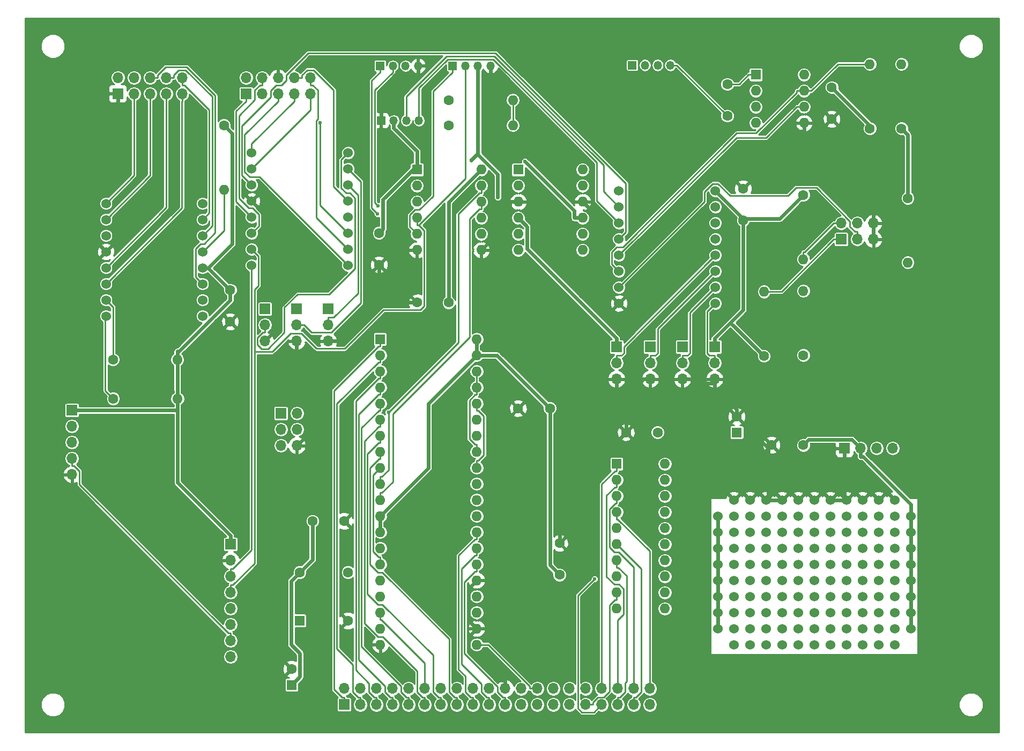
<source format=gbl>
G04 #@! TF.FileFunction,Copper,L2,Bot,Signal*
%FSLAX46Y46*%
G04 Gerber Fmt 4.6, Leading zero omitted, Abs format (unit mm)*
G04 Created by KiCad (PCBNEW 4.0.7) date 01/11/19 10:06:21*
%MOMM*%
%LPD*%
G01*
G04 APERTURE LIST*
%ADD10C,0.100000*%
%ADD11C,1.524000*%
%ADD12C,1.600000*%
%ADD13R,1.600000X1.600000*%
%ADD14R,1.700000X1.700000*%
%ADD15O,1.700000X1.700000*%
%ADD16O,1.600000X1.600000*%
%ADD17R,1.350000X1.350000*%
%ADD18O,1.350000X1.350000*%
%ADD19C,0.600000*%
%ADD20C,0.600000*%
%ADD21C,0.250000*%
%ADD22C,0.254000*%
G04 APERTURE END LIST*
D10*
D11*
X94500000Y-68500000D03*
X170000000Y-41000000D03*
X186000000Y-85000000D03*
X131500000Y-80500000D03*
X148000000Y-109500000D03*
X152500000Y-69000000D03*
X71500000Y-74000000D03*
X114500000Y-109500000D03*
X60000000Y-134000000D03*
X195000000Y-134000000D03*
X195000000Y-40000000D03*
D12*
X128476000Y-92200000D03*
X133476000Y-92200000D03*
X168500000Y-98000000D03*
X173500000Y-98000000D03*
X117500000Y-75500000D03*
X112500000Y-75500000D03*
X96000000Y-110000000D03*
X101000000Y-110000000D03*
X83000000Y-73500000D03*
X83000000Y-78500000D03*
X164000000Y-57500000D03*
X164000000Y-62500000D03*
X161500000Y-41000000D03*
X161500000Y-46000000D03*
X178000000Y-46500000D03*
X178000000Y-41500000D03*
X106500000Y-69500000D03*
X106500000Y-64500000D03*
D13*
X163000000Y-96000000D03*
D12*
X163000000Y-93500000D03*
D13*
X92710000Y-135890000D03*
D12*
X92710000Y-133390000D03*
D14*
X91000000Y-93000000D03*
D15*
X93540000Y-93000000D03*
X91000000Y-95540000D03*
X93540000Y-95540000D03*
X91000000Y-98080000D03*
X93540000Y-98080000D03*
D14*
X179500000Y-65500000D03*
D15*
X179500000Y-62960000D03*
X182040000Y-65500000D03*
X182040000Y-62960000D03*
X184580000Y-65500000D03*
X184580000Y-62960000D03*
D14*
X144000000Y-82500000D03*
D15*
X144000000Y-85040000D03*
X144000000Y-87580000D03*
D14*
X88500000Y-76500000D03*
D15*
X88500000Y-79040000D03*
X88500000Y-81580000D03*
D14*
X149340000Y-82500000D03*
D15*
X149340000Y-85040000D03*
X149340000Y-87580000D03*
D14*
X93500000Y-76500000D03*
D15*
X93500000Y-79040000D03*
X93500000Y-81580000D03*
D14*
X154420000Y-82500000D03*
D15*
X154420000Y-85040000D03*
X154420000Y-87580000D03*
D14*
X98500000Y-76500000D03*
D15*
X98500000Y-79040000D03*
X98500000Y-81580000D03*
D14*
X159500000Y-82500000D03*
D15*
X159500000Y-85040000D03*
X159500000Y-87580000D03*
D12*
X64500000Y-84500000D03*
D16*
X74660000Y-84500000D03*
D12*
X64516000Y-90678000D03*
D16*
X74676000Y-90678000D03*
D12*
X82000000Y-47500000D03*
D16*
X82000000Y-57660000D03*
D12*
X167295000Y-83931000D03*
D16*
X167295000Y-73771000D03*
D12*
X190000000Y-59000000D03*
D16*
X190000000Y-69160000D03*
D12*
X173500000Y-58500000D03*
D16*
X173500000Y-68660000D03*
D12*
X173518000Y-83804000D03*
D16*
X173518000Y-73644000D03*
D13*
X93980000Y-125730000D03*
D12*
X93980000Y-118110000D03*
X101600000Y-118110000D03*
X101600000Y-125730000D03*
D13*
X106680000Y-81280000D03*
D16*
X121920000Y-129540000D03*
X106680000Y-83820000D03*
X121920000Y-127000000D03*
X106680000Y-86360000D03*
X121920000Y-124460000D03*
X106680000Y-88900000D03*
X121920000Y-121920000D03*
X106680000Y-91440000D03*
X121920000Y-119380000D03*
X106680000Y-93980000D03*
X121920000Y-116840000D03*
X106680000Y-96520000D03*
X121920000Y-114300000D03*
X106680000Y-99060000D03*
X121920000Y-111760000D03*
X106680000Y-101600000D03*
X121920000Y-109220000D03*
X106680000Y-104140000D03*
X121920000Y-106680000D03*
X106680000Y-106680000D03*
X121920000Y-104140000D03*
X106680000Y-109220000D03*
X121920000Y-101600000D03*
X106680000Y-111760000D03*
X121920000Y-99060000D03*
X106680000Y-114300000D03*
X121920000Y-96520000D03*
X106680000Y-116840000D03*
X121920000Y-93980000D03*
X106680000Y-119380000D03*
X121920000Y-91440000D03*
X106680000Y-121920000D03*
X121920000Y-88900000D03*
X106680000Y-124460000D03*
X121920000Y-86360000D03*
X106680000Y-127000000D03*
X121920000Y-83820000D03*
X106680000Y-129540000D03*
X121920000Y-81280000D03*
D13*
X112500000Y-54500000D03*
D16*
X122660000Y-67200000D03*
X112500000Y-57040000D03*
X122660000Y-64660000D03*
X112500000Y-59580000D03*
X122660000Y-62120000D03*
X112500000Y-62120000D03*
X122660000Y-59580000D03*
X112500000Y-64660000D03*
X122660000Y-57040000D03*
X112500000Y-67200000D03*
X122660000Y-54500000D03*
D13*
X144018000Y-100965000D03*
D16*
X151638000Y-123825000D03*
X144018000Y-103505000D03*
X151638000Y-121285000D03*
X144018000Y-106045000D03*
X151638000Y-118745000D03*
X144018000Y-108585000D03*
X151638000Y-116205000D03*
X144018000Y-111125000D03*
X151638000Y-113665000D03*
X144018000Y-113665000D03*
X151638000Y-111125000D03*
X144018000Y-116205000D03*
X151638000Y-108585000D03*
X144018000Y-118745000D03*
X151638000Y-106045000D03*
X144018000Y-121285000D03*
X151638000Y-103505000D03*
X144018000Y-123825000D03*
X151638000Y-100965000D03*
D12*
X135000000Y-118500000D03*
X135000000Y-113500000D03*
D11*
X63380000Y-59840000D03*
X63380000Y-62380000D03*
X63380000Y-64920000D03*
X63380000Y-67460000D03*
X63380000Y-70000000D03*
X63380000Y-72540000D03*
X63380000Y-75080000D03*
X63380000Y-77620000D03*
X78620000Y-77620000D03*
X78620000Y-75080000D03*
X78620000Y-72540000D03*
X78620000Y-70000000D03*
X78620000Y-67460000D03*
X78620000Y-64920000D03*
X78620000Y-62380000D03*
X78620000Y-59840000D03*
X144380000Y-57840000D03*
X144380000Y-60380000D03*
X144380000Y-62920000D03*
X144380000Y-65460000D03*
X144380000Y-68000000D03*
X144380000Y-70540000D03*
X144380000Y-73080000D03*
X144380000Y-75620000D03*
X159620000Y-75620000D03*
X159620000Y-73080000D03*
X159620000Y-70540000D03*
X159620000Y-68000000D03*
X159620000Y-65460000D03*
X159620000Y-62920000D03*
X159620000Y-60380000D03*
X159620000Y-57840000D03*
X86380000Y-51840000D03*
X86380000Y-54380000D03*
X86380000Y-56920000D03*
X86380000Y-59460000D03*
X86380000Y-62000000D03*
X86380000Y-64540000D03*
X86380000Y-67080000D03*
X86380000Y-69620000D03*
X101620000Y-69620000D03*
X101620000Y-67080000D03*
X101620000Y-64540000D03*
X101620000Y-62000000D03*
X101620000Y-59460000D03*
X101620000Y-56920000D03*
X101620000Y-54380000D03*
X101620000Y-51840000D03*
D12*
X145500000Y-96000000D03*
X150500000Y-96000000D03*
D14*
X58000000Y-92500000D03*
D15*
X58000000Y-95040000D03*
X58000000Y-97580000D03*
X58000000Y-100120000D03*
X58000000Y-102660000D03*
D12*
X184000000Y-48000000D03*
D16*
X184000000Y-37840000D03*
D12*
X189000000Y-48000000D03*
D16*
X189000000Y-37840000D03*
D12*
X117500000Y-43500000D03*
D16*
X127660000Y-43500000D03*
D12*
X117500000Y-47500000D03*
D16*
X127660000Y-47500000D03*
D14*
X180000000Y-98500000D03*
D15*
X182540000Y-98500000D03*
X185080000Y-98500000D03*
X187620000Y-98500000D03*
D11*
X187960000Y-129540000D03*
X185420000Y-129540000D03*
X182880000Y-129540000D03*
X180340000Y-129540000D03*
X177800000Y-129540000D03*
X175260000Y-129540000D03*
X172720000Y-129540000D03*
X170180000Y-129540000D03*
X167640000Y-129540000D03*
X165100000Y-129540000D03*
X162560000Y-129540000D03*
X190500000Y-127000000D03*
X187960000Y-127000000D03*
X185420000Y-127000000D03*
X182880000Y-127000000D03*
X180340000Y-127000000D03*
X177800000Y-127000000D03*
X175260000Y-127000000D03*
X172720000Y-127000000D03*
X170180000Y-127000000D03*
X167640000Y-127000000D03*
X165100000Y-127000000D03*
X162560000Y-127000000D03*
X160020000Y-127000000D03*
X190500000Y-124460000D03*
X187960000Y-124460000D03*
X185420000Y-124460000D03*
X182880000Y-124460000D03*
X180340000Y-124460000D03*
X177800000Y-124460000D03*
X175260000Y-124460000D03*
X172720000Y-124460000D03*
X170180000Y-124460000D03*
X167640000Y-124460000D03*
X165100000Y-124460000D03*
X162560000Y-124460000D03*
X160020000Y-124460000D03*
X190500000Y-121920000D03*
X187960000Y-121920000D03*
X185420000Y-121920000D03*
X182880000Y-121920000D03*
X180340000Y-121920000D03*
X177800000Y-121920000D03*
X175260000Y-121920000D03*
X172720000Y-121920000D03*
X170180000Y-121920000D03*
X167640000Y-121920000D03*
X165100000Y-121920000D03*
X162560000Y-121920000D03*
X160020000Y-121920000D03*
X190500000Y-119380000D03*
X187960000Y-119380000D03*
X185420000Y-119380000D03*
X182880000Y-119380000D03*
X180340000Y-119380000D03*
X177800000Y-119380000D03*
X175260000Y-119380000D03*
X172720000Y-119380000D03*
X170180000Y-119380000D03*
X167640000Y-119380000D03*
X165100000Y-119380000D03*
X162560000Y-119380000D03*
X160020000Y-119380000D03*
X190500000Y-116840000D03*
X187960000Y-116840000D03*
X185420000Y-116840000D03*
X182880000Y-116840000D03*
X180340000Y-116840000D03*
X177800000Y-116840000D03*
X175260000Y-116840000D03*
X172720000Y-116840000D03*
X170180000Y-116840000D03*
X167640000Y-116840000D03*
X165100000Y-116840000D03*
X162560000Y-116840000D03*
X160020000Y-116840000D03*
X190500000Y-114300000D03*
X187960000Y-114300000D03*
X185420000Y-114300000D03*
X182880000Y-114300000D03*
X180340000Y-114300000D03*
X177800000Y-114300000D03*
X175260000Y-114300000D03*
X172720000Y-114300000D03*
X170180000Y-114300000D03*
X167640000Y-114300000D03*
X165100000Y-114300000D03*
X162560000Y-114300000D03*
X160020000Y-114300000D03*
X190500000Y-111760000D03*
X187960000Y-111760000D03*
X185420000Y-111760000D03*
X182880000Y-111760000D03*
X180340000Y-111760000D03*
X177800000Y-111760000D03*
X175260000Y-111760000D03*
X172720000Y-111760000D03*
X170180000Y-111760000D03*
X167640000Y-111760000D03*
X165100000Y-111760000D03*
X162560000Y-111760000D03*
X160020000Y-111760000D03*
X190500000Y-109220000D03*
X187960000Y-109220000D03*
X185420000Y-109220000D03*
X182880000Y-109220000D03*
X180340000Y-109220000D03*
X177800000Y-109220000D03*
X175260000Y-109220000D03*
X172720000Y-109220000D03*
X170180000Y-109220000D03*
X167640000Y-109220000D03*
X165100000Y-109220000D03*
X162560000Y-109220000D03*
X160020000Y-109220000D03*
X187960000Y-106680000D03*
X185420000Y-106680000D03*
X182880000Y-106680000D03*
X180340000Y-106680000D03*
X177800000Y-106680000D03*
X175260000Y-106680000D03*
X172720000Y-106680000D03*
X170180000Y-106680000D03*
X167640000Y-106680000D03*
X165100000Y-106680000D03*
X162560000Y-106680000D03*
D14*
X65250000Y-42500000D03*
D15*
X65250000Y-39960000D03*
X67790000Y-42500000D03*
X67790000Y-39960000D03*
X70330000Y-42500000D03*
X70330000Y-39960000D03*
X72870000Y-42500000D03*
X72870000Y-39960000D03*
X75410000Y-42500000D03*
X75410000Y-39960000D03*
D14*
X85500000Y-42500000D03*
D15*
X85500000Y-39960000D03*
X88040000Y-42500000D03*
X88040000Y-39960000D03*
X90580000Y-42500000D03*
X90580000Y-39960000D03*
X93120000Y-42500000D03*
X93120000Y-39960000D03*
X95660000Y-42500000D03*
X95660000Y-39960000D03*
D14*
X101000000Y-139000000D03*
D15*
X101000000Y-136460000D03*
X103540000Y-139000000D03*
X103540000Y-136460000D03*
X106080000Y-139000000D03*
X106080000Y-136460000D03*
X108620000Y-139000000D03*
X108620000Y-136460000D03*
X111160000Y-139000000D03*
X111160000Y-136460000D03*
X113700000Y-139000000D03*
X113700000Y-136460000D03*
X116240000Y-139000000D03*
X116240000Y-136460000D03*
X118780000Y-139000000D03*
X118780000Y-136460000D03*
X121320000Y-139000000D03*
X121320000Y-136460000D03*
X123860000Y-139000000D03*
X123860000Y-136460000D03*
X126400000Y-139000000D03*
X126400000Y-136460000D03*
X128940000Y-139000000D03*
X128940000Y-136460000D03*
X131480000Y-139000000D03*
X131480000Y-136460000D03*
X134020000Y-139000000D03*
X134020000Y-136460000D03*
X136560000Y-139000000D03*
X136560000Y-136460000D03*
X139100000Y-139000000D03*
X139100000Y-136460000D03*
X141640000Y-139000000D03*
X141640000Y-136460000D03*
X144180000Y-139000000D03*
X144180000Y-136460000D03*
X146720000Y-139000000D03*
X146720000Y-136460000D03*
X149260000Y-139000000D03*
X149260000Y-136460000D03*
D17*
X106680000Y-38100000D03*
D18*
X108680000Y-38100000D03*
X110680000Y-38100000D03*
X112680000Y-38100000D03*
D17*
X118110000Y-38100000D03*
D18*
X120110000Y-38100000D03*
X122110000Y-38100000D03*
X124110000Y-38100000D03*
D17*
X146500000Y-38000000D03*
D18*
X148500000Y-38000000D03*
X150500000Y-38000000D03*
X152500000Y-38000000D03*
D17*
X106807000Y-46736000D03*
D18*
X108807000Y-46736000D03*
X110807000Y-46736000D03*
X112807000Y-46736000D03*
D13*
X128500000Y-54500000D03*
D16*
X138660000Y-67200000D03*
X128500000Y-57040000D03*
X138660000Y-64660000D03*
X128500000Y-59580000D03*
X138660000Y-62120000D03*
X128500000Y-62120000D03*
X138660000Y-59580000D03*
X128500000Y-64660000D03*
X138660000Y-57040000D03*
X128500000Y-67200000D03*
X138660000Y-54500000D03*
D14*
X83058000Y-113665000D03*
D15*
X83058000Y-116205000D03*
X83058000Y-118745000D03*
X83058000Y-121285000D03*
X83058000Y-123825000D03*
X83058000Y-126365000D03*
X83058000Y-128905000D03*
X83058000Y-131445000D03*
D13*
X166000000Y-39500000D03*
D16*
X173620000Y-47120000D03*
X166000000Y-42040000D03*
X173620000Y-44580000D03*
X166000000Y-44580000D03*
X173620000Y-42040000D03*
X166000000Y-47120000D03*
X173620000Y-39500000D03*
D11*
X60000000Y-40000000D03*
D19*
X129540600Y-53199600D03*
X121049500Y-53013900D03*
X125253900Y-58862800D03*
X107995200Y-92837000D03*
X97232300Y-47063500D03*
X140546700Y-119140700D03*
X106287500Y-61479700D03*
X106326300Y-60212500D03*
D20*
X62102400Y-66182400D02*
X63380000Y-67460000D01*
X62102400Y-46997900D02*
X62102400Y-66182400D01*
X65250000Y-43850300D02*
X62102400Y-46997900D01*
X65250000Y-42500000D02*
X65250000Y-43850300D01*
X89853500Y-80226500D02*
X88500000Y-81580000D01*
X89853500Y-62933500D02*
X89853500Y-80226500D01*
X86380000Y-59460000D02*
X89853500Y-62933500D01*
X184580000Y-53080000D02*
X178000000Y-46500000D01*
X184580000Y-62960000D02*
X184580000Y-53080000D01*
X144000000Y-87580000D02*
X144000000Y-88930300D01*
X163000000Y-92430300D02*
X163000000Y-93500000D01*
X159500000Y-88930300D02*
X163000000Y-92430300D01*
X173079700Y-48420300D02*
X164000000Y-57500000D01*
X173620000Y-48420300D02*
X173079700Y-48420300D01*
X173620000Y-47120000D02*
X173620000Y-48420300D01*
X184580000Y-62960000D02*
X184580000Y-65500000D01*
X98500000Y-81580000D02*
X99850300Y-81580000D01*
X124110000Y-38100000D02*
X124110000Y-39275300D01*
X128500000Y-59580000D02*
X127199700Y-59580000D01*
X120619600Y-125699600D02*
X121920000Y-127000000D01*
X120619600Y-120680400D02*
X120619600Y-125699600D01*
X121920000Y-119380000D02*
X120619600Y-120680400D01*
X126400000Y-136460000D02*
X126400000Y-135109700D01*
X125650700Y-135109700D02*
X126400000Y-135109700D01*
X120614900Y-130073900D02*
X125650700Y-135109700D01*
X120614900Y-128305100D02*
X120614900Y-130073900D01*
X121920000Y-127000000D02*
X120614900Y-128305100D01*
X168500000Y-98000000D02*
X168000000Y-98500000D01*
X168000000Y-98500000D02*
X163000000Y-93500000D01*
X106500000Y-75500000D02*
X112500000Y-75500000D01*
X105930300Y-75500000D02*
X106500000Y-75500000D01*
X99850300Y-81580000D02*
X105930300Y-75500000D01*
X106500000Y-75500000D02*
X106500000Y-69500000D01*
X127199700Y-62660300D02*
X127199700Y-59580000D01*
X122660000Y-67200000D02*
X127199700Y-62660300D01*
X141335800Y-72575800D02*
X144380000Y-75620000D01*
X141335800Y-62255800D02*
X141335800Y-72575800D01*
X138660000Y-59580000D02*
X141335800Y-62255800D01*
X147989700Y-87940600D02*
X145500000Y-90430300D01*
X147989700Y-87580000D02*
X147989700Y-87940600D01*
X144000000Y-88930300D02*
X145500000Y-90430300D01*
X149340000Y-87580000D02*
X147989700Y-87580000D01*
X159500000Y-87580000D02*
X159500000Y-88255100D01*
X159500000Y-88255100D02*
X159500000Y-88930300D01*
X156445400Y-88255100D02*
X155770300Y-87580000D01*
X159500000Y-88255100D02*
X156445400Y-88255100D01*
X154420000Y-87580000D02*
X155770300Y-87580000D01*
X168360000Y-106680000D02*
X168000000Y-106320000D01*
X170180000Y-106680000D02*
X168360000Y-106680000D01*
X167640000Y-106680000D02*
X168000000Y-106320000D01*
X168000000Y-106320000D02*
X168000000Y-98500000D01*
X179660000Y-106680000D02*
X180000000Y-106340000D01*
X177800000Y-106680000D02*
X179660000Y-106680000D01*
X180000000Y-98500000D02*
X180000000Y-106340000D01*
X180000000Y-106340000D02*
X180340000Y-106680000D01*
X94900200Y-96719800D02*
X93540000Y-98080000D01*
X94900200Y-84330500D02*
X94900200Y-96719800D01*
X93500000Y-82930300D02*
X94900200Y-84330500D01*
X93500000Y-81580000D02*
X93500000Y-82930300D01*
X106807000Y-45148300D02*
X106807000Y-46736000D01*
X112680000Y-39275300D02*
X106807000Y-45148300D01*
X112680000Y-38100000D02*
X112680000Y-39275300D01*
X126130900Y-41296200D02*
X124110000Y-39275300D01*
X126130900Y-58511200D02*
X126130900Y-41296200D01*
X127199700Y-59580000D02*
X126130900Y-58511200D01*
X145500000Y-90430300D02*
X145500000Y-96000000D01*
X135000000Y-106500000D02*
X135000000Y-113500000D01*
X145500000Y-96000000D02*
X135000000Y-106500000D01*
X160020000Y-111760000D02*
X160020000Y-114300000D01*
X160020000Y-114300000D02*
X160020000Y-116840000D01*
X160020000Y-116840000D02*
X160020000Y-119380000D01*
X160020000Y-119380000D02*
X160020000Y-121920000D01*
X160020000Y-121920000D02*
X160020000Y-124460000D01*
X160020000Y-124460000D02*
X160020000Y-127000000D01*
X106680000Y-111760000D02*
X106680000Y-109220000D01*
X92638500Y-119451500D02*
X93980000Y-118110000D01*
X92638500Y-129518900D02*
X92638500Y-119451500D01*
X94010400Y-130890800D02*
X92638500Y-129518900D01*
X94010400Y-134589600D02*
X94010400Y-130890800D01*
X92710000Y-135890000D02*
X94010400Y-134589600D01*
X133476000Y-116976000D02*
X133476000Y-92200000D01*
X135000000Y-118500000D02*
X133476000Y-116976000D01*
X96000000Y-116090000D02*
X96000000Y-110000000D01*
X93980000Y-118110000D02*
X96000000Y-116090000D01*
X121920000Y-81280000D02*
X121920000Y-83820000D01*
X117500000Y-59660000D02*
X117500000Y-75500000D01*
X122660000Y-54500000D02*
X117500000Y-59660000D01*
X160020000Y-109220000D02*
X160020000Y-111760000D01*
X125096000Y-83820000D02*
X121920000Y-83820000D01*
X133476000Y-92200000D02*
X125096000Y-83820000D01*
X114300000Y-101600000D02*
X106680000Y-109220000D01*
X114300000Y-91440000D02*
X114300000Y-101600000D01*
X121920000Y-83820000D02*
X114300000Y-91440000D01*
X138660000Y-62120000D02*
X137359700Y-62120000D01*
X137359700Y-61018700D02*
X129540600Y-53199600D01*
X137359700Y-62120000D02*
X137359700Y-61018700D01*
X83058000Y-113665000D02*
X83058000Y-112314700D01*
X190500000Y-111760000D02*
X190500000Y-114300000D01*
X190500000Y-114300000D02*
X190500000Y-116840000D01*
X190500000Y-116840000D02*
X190500000Y-119380000D01*
X190500000Y-119380000D02*
X190500000Y-121920000D01*
X190500000Y-121920000D02*
X190500000Y-124460000D01*
X190500000Y-124460000D02*
X190500000Y-127000000D01*
X190500000Y-109220000D02*
X190500000Y-111760000D01*
X190000000Y-49000000D02*
X190000000Y-59000000D01*
X189000000Y-48000000D02*
X190000000Y-49000000D01*
X74676000Y-90678000D02*
X74676000Y-89377700D01*
X74660000Y-89361700D02*
X74660000Y-84500000D01*
X74676000Y-89377700D02*
X74660000Y-89361700D01*
X83000000Y-75103500D02*
X83000000Y-73500000D01*
X74903800Y-83199700D02*
X83000000Y-75103500D01*
X74660000Y-83199700D02*
X74903800Y-83199700D01*
X74660000Y-84500000D02*
X74660000Y-83199700D01*
X184000000Y-47500000D02*
X178000000Y-41500000D01*
X184000000Y-48000000D02*
X184000000Y-47500000D01*
X190500000Y-107388300D02*
X190500000Y-109220000D01*
X182962000Y-99850300D02*
X190500000Y-107388300D01*
X182540000Y-99850300D02*
X182962000Y-99850300D01*
X182540000Y-98500000D02*
X182540000Y-99850300D01*
X74676000Y-92500000D02*
X58000000Y-92500000D01*
X74676000Y-103932700D02*
X74676000Y-92500000D01*
X83058000Y-112314700D02*
X74676000Y-103932700D01*
X74676000Y-92500000D02*
X74676000Y-90678000D01*
X169780000Y-62220000D02*
X164000000Y-62220000D01*
X173500000Y-58500000D02*
X169780000Y-62220000D01*
X159620000Y-57840000D02*
X164000000Y-62220000D01*
X122110000Y-38100000D02*
X122110000Y-39275300D01*
X181179200Y-97139200D02*
X182540000Y-98500000D01*
X174360800Y-97139200D02*
X181179200Y-97139200D01*
X173500000Y-98000000D02*
X174360800Y-97139200D01*
X78620000Y-70000000D02*
X79500000Y-70000000D01*
X79500000Y-70000000D02*
X83000000Y-73500000D01*
X83300300Y-66199700D02*
X79500000Y-70000000D01*
X83300300Y-48800300D02*
X83300300Y-66199700D01*
X82000000Y-47500000D02*
X83300300Y-48800300D01*
X129871200Y-63491200D02*
X128500000Y-62120000D01*
X129871200Y-67020900D02*
X129871200Y-63491200D01*
X144000000Y-81149700D02*
X129871200Y-67020900D01*
X144000000Y-82500000D02*
X144000000Y-81149700D01*
X112500000Y-54500000D02*
X112500000Y-53849800D01*
X108807000Y-46736000D02*
X108807000Y-47911300D01*
X112500000Y-51604300D02*
X108807000Y-47911300D01*
X112500000Y-53849800D02*
X112500000Y-51604300D01*
X125253900Y-55229900D02*
X122043700Y-52019700D01*
X125253900Y-58862800D02*
X125253900Y-55229900D01*
X122110000Y-51953400D02*
X122043700Y-52019700D01*
X122110000Y-39275300D02*
X122110000Y-51953400D01*
X122043700Y-52019700D02*
X121049500Y-53013900D01*
X107126600Y-59223200D02*
X112500000Y-53849800D01*
X107126600Y-63873400D02*
X107126600Y-59223200D01*
X106500000Y-64500000D02*
X107126600Y-63873400D01*
X164000000Y-62220000D02*
X164000000Y-62500000D01*
X159500000Y-82500000D02*
X159500000Y-81149700D01*
X162006900Y-78642800D02*
X167295000Y-83931000D01*
X164000000Y-76649700D02*
X162006900Y-78642800D01*
X164000000Y-62500000D02*
X164000000Y-76649700D01*
X162006900Y-78642800D02*
X159500000Y-81149700D01*
D21*
X122660000Y-57040000D02*
X122660000Y-58165300D01*
X106680000Y-104140000D02*
X106680000Y-103014700D01*
X107995200Y-101980800D02*
X107995200Y-92837000D01*
X106961300Y-103014700D02*
X107995200Y-101980800D01*
X106680000Y-103014700D02*
X106961300Y-103014700D01*
X119019400Y-81812800D02*
X107995200Y-92837000D01*
X119019400Y-61524600D02*
X119019400Y-81812800D01*
X122378700Y-58165300D02*
X119019400Y-61524600D01*
X122660000Y-58165300D02*
X122378700Y-58165300D01*
X106961300Y-105554700D02*
X106680000Y-105554700D01*
X108673500Y-103842500D02*
X106961300Y-105554700D01*
X108673500Y-93043200D02*
X108673500Y-103842500D01*
X120794600Y-80922100D02*
X108673500Y-93043200D01*
X120794600Y-62289400D02*
X120794600Y-80922100D01*
X122378700Y-60705300D02*
X120794600Y-62289400D01*
X122660000Y-60705300D02*
X122378700Y-60705300D01*
X122660000Y-59580000D02*
X122660000Y-60705300D01*
X106680000Y-106680000D02*
X106680000Y-105554700D01*
X67790000Y-55430000D02*
X63380000Y-59840000D01*
X67790000Y-42500000D02*
X67790000Y-55430000D01*
X70330000Y-55430000D02*
X63380000Y-62380000D01*
X70330000Y-42500000D02*
X70330000Y-55430000D01*
X77528400Y-71448400D02*
X78620000Y-72540000D01*
X77528400Y-66984200D02*
X77528400Y-71448400D01*
X78322600Y-66190000D02*
X77528400Y-66984200D01*
X78920000Y-66190000D02*
X78322600Y-66190000D01*
X80624100Y-64485900D02*
X78920000Y-66190000D01*
X80624100Y-42800000D02*
X80624100Y-64485900D01*
X76130400Y-38306300D02*
X80624100Y-42800000D01*
X72791700Y-38306300D02*
X76130400Y-38306300D01*
X71505300Y-39592700D02*
X72791700Y-38306300D01*
X71505300Y-39960000D02*
X71505300Y-39592700D01*
X70330000Y-39960000D02*
X71505300Y-39960000D01*
X72870000Y-60510000D02*
X63380000Y-70000000D01*
X72870000Y-42500000D02*
X72870000Y-60510000D01*
X72870000Y-39960000D02*
X74045300Y-39960000D01*
X80159800Y-63380200D02*
X78620000Y-64920000D01*
X80159800Y-42972700D02*
X80159800Y-63380200D01*
X75963500Y-38776400D02*
X80159800Y-42972700D01*
X74861600Y-38776400D02*
X75963500Y-38776400D01*
X74045300Y-39592700D02*
X74861600Y-38776400D01*
X74045300Y-39960000D02*
X74045300Y-39592700D01*
X75369900Y-60550100D02*
X63380000Y-72540000D01*
X75369900Y-43715400D02*
X75369900Y-60550100D01*
X75410000Y-43675300D02*
X75369900Y-43715400D01*
X75410000Y-42500000D02*
X75410000Y-43675300D01*
X75410000Y-39960000D02*
X75410000Y-41135300D01*
X79709400Y-61290600D02*
X78620000Y-62380000D01*
X79709400Y-45067400D02*
X79709400Y-61290600D01*
X75777300Y-41135300D02*
X79709400Y-45067400D01*
X75410000Y-41135300D02*
X75777300Y-41135300D01*
X179500000Y-65500000D02*
X178324700Y-65500000D01*
X167295000Y-73771000D02*
X168420300Y-73771000D01*
X170053700Y-73771000D02*
X168420300Y-73771000D01*
X178324700Y-65500000D02*
X170053700Y-73771000D01*
X173750000Y-67534700D02*
X173500000Y-67534700D01*
X178324700Y-62960000D02*
X173750000Y-67534700D01*
X179500000Y-62960000D02*
X178324700Y-62960000D01*
X173500000Y-68660000D02*
X173500000Y-67534700D01*
X181672600Y-64324700D02*
X182040000Y-64324700D01*
X180864700Y-63516800D02*
X181672600Y-64324700D01*
X180864700Y-62633800D02*
X180864700Y-63516800D01*
X175585400Y-57354500D02*
X180864700Y-62633800D01*
X172341500Y-57354500D02*
X175585400Y-57354500D01*
X171070600Y-58625400D02*
X172341500Y-57354500D01*
X161954500Y-58625400D02*
X171070600Y-58625400D01*
X160056500Y-56727400D02*
X161954500Y-58625400D01*
X159194800Y-56727400D02*
X160056500Y-56727400D01*
X157892500Y-58029700D02*
X159194800Y-56727400D01*
X157892500Y-59567500D02*
X157892500Y-58029700D01*
X144380000Y-73080000D02*
X157892500Y-59567500D01*
X182040000Y-65500000D02*
X182040000Y-64324700D01*
X85500000Y-42500000D02*
X85500000Y-43675300D01*
X83928100Y-59548100D02*
X86380000Y-62000000D01*
X83928100Y-45247200D02*
X83928100Y-59548100D01*
X85500000Y-43675300D02*
X83928100Y-45247200D01*
X97232300Y-60152300D02*
X101620000Y-64540000D01*
X97232300Y-47063500D02*
X97232300Y-60152300D01*
X88040000Y-39960000D02*
X88040000Y-41135300D01*
X87505600Y-63414400D02*
X86380000Y-64540000D01*
X87505600Y-61551700D02*
X87505600Y-63414400D01*
X86524500Y-60570600D02*
X87505600Y-61551700D01*
X85952800Y-60570600D02*
X86524500Y-60570600D01*
X84378400Y-58996200D02*
X85952800Y-60570600D01*
X84378400Y-45972300D02*
X84378400Y-58996200D01*
X86864700Y-43486000D02*
X84378400Y-45972300D01*
X86864700Y-41943200D02*
X86864700Y-43486000D01*
X87672600Y-41135300D02*
X86864700Y-41943200D01*
X88040000Y-41135300D02*
X87672600Y-41135300D01*
X87650000Y-55650000D02*
X101620000Y-69620000D01*
X86080000Y-55650000D02*
X87650000Y-55650000D01*
X85279100Y-54849100D02*
X86080000Y-55650000D01*
X85279100Y-48976200D02*
X85279100Y-54849100D01*
X90580000Y-43675300D02*
X85279100Y-48976200D01*
X90580000Y-42500000D02*
X90580000Y-43675300D01*
X86380000Y-50415300D02*
X86380000Y-51840000D01*
X93120000Y-43675300D02*
X86380000Y-50415300D01*
X93120000Y-42500000D02*
X93120000Y-43675300D01*
X99342100Y-57182100D02*
X101620000Y-59460000D01*
X99342100Y-41939500D02*
X99342100Y-57182100D01*
X96167400Y-38764800D02*
X99342100Y-41939500D01*
X95123200Y-38764800D02*
X96167400Y-38764800D01*
X94295300Y-39592700D02*
X95123200Y-38764800D01*
X94295300Y-39960000D02*
X94295300Y-39592700D01*
X93120000Y-39960000D02*
X94295300Y-39960000D01*
X95660000Y-45100000D02*
X86380000Y-54380000D01*
X95660000Y-42500000D02*
X95660000Y-45100000D01*
X95660000Y-39960000D02*
X95660000Y-41135300D01*
X96594100Y-62054100D02*
X101620000Y-67080000D01*
X96594100Y-46751300D02*
X96594100Y-62054100D01*
X96835300Y-46510100D02*
X96594100Y-46751300D01*
X96835300Y-41943200D02*
X96835300Y-46510100D01*
X96027400Y-41135300D02*
X96835300Y-41943200D01*
X95660000Y-41135300D02*
X96027400Y-41135300D01*
X106398700Y-82405300D02*
X106680000Y-82405300D01*
X99391300Y-89412700D02*
X106398700Y-82405300D01*
X99391300Y-136583300D02*
X99391300Y-89412700D01*
X100632700Y-137824700D02*
X99391300Y-136583300D01*
X101000000Y-137824700D02*
X100632700Y-137824700D01*
X101000000Y-139000000D02*
X101000000Y-137824700D01*
X106680000Y-81280000D02*
X106680000Y-82405300D01*
X106398700Y-84945300D02*
X106680000Y-84945300D01*
X99851400Y-91492600D02*
X106398700Y-84945300D01*
X99851400Y-130183200D02*
X99851400Y-91492600D01*
X102364700Y-132696500D02*
X99851400Y-130183200D01*
X102364700Y-137016800D02*
X102364700Y-132696500D01*
X103172600Y-137824700D02*
X102364700Y-137016800D01*
X103540000Y-137824700D02*
X103172600Y-137824700D01*
X103540000Y-139000000D02*
X103540000Y-137824700D01*
X106680000Y-83820000D02*
X106680000Y-84945300D01*
X106080000Y-139000000D02*
X106080000Y-137824700D01*
X106680000Y-86360000D02*
X106680000Y-87485300D01*
X105712600Y-137824700D02*
X106080000Y-137824700D01*
X104904700Y-137016800D02*
X105712600Y-137824700D01*
X104904700Y-135636100D02*
X104904700Y-137016800D01*
X102829900Y-133561300D02*
X104904700Y-135636100D01*
X102829900Y-91054100D02*
X102829900Y-133561300D01*
X106398700Y-87485300D02*
X102829900Y-91054100D01*
X106680000Y-87485300D02*
X106398700Y-87485300D01*
X108620000Y-139000000D02*
X108620000Y-137824700D01*
X106680000Y-88900000D02*
X106680000Y-90025300D01*
X108252600Y-137824700D02*
X108620000Y-137824700D01*
X107444700Y-137016800D02*
X108252600Y-137824700D01*
X107444700Y-136077800D02*
X107444700Y-137016800D01*
X103280200Y-131913300D02*
X107444700Y-136077800D01*
X103280200Y-93143800D02*
X103280200Y-131913300D01*
X106398700Y-90025300D02*
X103280200Y-93143800D01*
X106680000Y-90025300D02*
X106398700Y-90025300D01*
X111160000Y-139000000D02*
X111160000Y-137824700D01*
X106680000Y-91440000D02*
X106680000Y-92565300D01*
X110792600Y-137824700D02*
X111160000Y-137824700D01*
X109984700Y-137016800D02*
X110792600Y-137824700D01*
X109984700Y-136105000D02*
X109984700Y-137016800D01*
X103730500Y-129850800D02*
X109984700Y-136105000D01*
X103730500Y-95301200D02*
X103730500Y-129850800D01*
X106466400Y-92565300D02*
X103730500Y-95301200D01*
X106680000Y-92565300D02*
X106466400Y-92565300D01*
X106461100Y-95105300D02*
X106680000Y-95105300D01*
X104180800Y-97385600D02*
X106461100Y-95105300D01*
X104180800Y-126137600D02*
X104180800Y-97385600D01*
X106313200Y-128270000D02*
X104180800Y-126137600D01*
X107071900Y-128270000D02*
X106313200Y-128270000D01*
X112524700Y-133722800D02*
X107071900Y-128270000D01*
X112524700Y-137016800D02*
X112524700Y-133722800D01*
X113332600Y-137824700D02*
X112524700Y-137016800D01*
X113700000Y-137824700D02*
X113332600Y-137824700D01*
X113700000Y-139000000D02*
X113700000Y-137824700D01*
X106680000Y-93980000D02*
X106680000Y-95105300D01*
X106680000Y-124460000D02*
X106680000Y-125585300D01*
X113700000Y-132400800D02*
X113700000Y-136460000D01*
X106884500Y-125585300D02*
X113700000Y-132400800D01*
X106680000Y-125585300D02*
X106884500Y-125585300D01*
X116240000Y-139000000D02*
X116240000Y-137824700D01*
X106680000Y-96520000D02*
X106680000Y-97645300D01*
X115872600Y-137824700D02*
X116240000Y-137824700D01*
X115064700Y-137016800D02*
X115872600Y-137824700D01*
X115064700Y-131212600D02*
X115064700Y-137016800D01*
X107042100Y-123190000D02*
X115064700Y-131212600D01*
X106325000Y-123190000D02*
X107042100Y-123190000D01*
X104631300Y-121496300D02*
X106325000Y-123190000D01*
X104631300Y-99412700D02*
X104631300Y-121496300D01*
X106398700Y-97645300D02*
X104631300Y-99412700D01*
X106680000Y-97645300D02*
X106398700Y-97645300D01*
X106503100Y-100185300D02*
X106680000Y-100185300D01*
X105081600Y-101606800D02*
X106503100Y-100185300D01*
X105081600Y-116849700D02*
X105081600Y-101606800D01*
X106341900Y-118110000D02*
X105081600Y-116849700D01*
X107055300Y-118110000D02*
X106341900Y-118110000D01*
X117604700Y-128659400D02*
X107055300Y-118110000D01*
X117604700Y-137016800D02*
X117604700Y-128659400D01*
X118412600Y-137824700D02*
X117604700Y-137016800D01*
X118780000Y-137824700D02*
X118412600Y-137824700D01*
X118780000Y-139000000D02*
X118780000Y-137824700D01*
X106680000Y-99060000D02*
X106680000Y-100185300D01*
X121320000Y-139000000D02*
X121320000Y-137824700D01*
X121920000Y-111760000D02*
X121920000Y-112885300D01*
X121638700Y-112885300D02*
X121920000Y-112885300D01*
X119061700Y-115462300D02*
X121638700Y-112885300D01*
X119061700Y-133429300D02*
X119061700Y-115462300D01*
X120144700Y-134512300D02*
X119061700Y-133429300D01*
X120144700Y-137016800D02*
X120144700Y-134512300D01*
X120952600Y-137824700D02*
X120144700Y-137016800D01*
X121320000Y-137824700D02*
X120952600Y-137824700D01*
X121638700Y-115425300D02*
X121920000Y-115425300D01*
X119535700Y-117528300D02*
X121638700Y-115425300D01*
X119535700Y-132609800D02*
X119535700Y-117528300D01*
X122684700Y-135758800D02*
X119535700Y-132609800D01*
X122684700Y-137016800D02*
X122684700Y-135758800D01*
X123492600Y-137824700D02*
X122684700Y-137016800D01*
X123860000Y-137824700D02*
X123492600Y-137824700D01*
X123860000Y-139000000D02*
X123860000Y-137824700D01*
X121920000Y-114300000D02*
X121920000Y-115425300D01*
X121638700Y-117965300D02*
X121920000Y-117965300D01*
X119989500Y-119614500D02*
X121638700Y-117965300D01*
X119989500Y-130927300D02*
X119989500Y-119614500D01*
X125224700Y-136162500D02*
X119989500Y-130927300D01*
X125224700Y-137016800D02*
X125224700Y-136162500D01*
X126032600Y-137824700D02*
X125224700Y-137016800D01*
X126400000Y-137824700D02*
X126032600Y-137824700D01*
X126400000Y-139000000D02*
X126400000Y-137824700D01*
X121920000Y-116840000D02*
X121920000Y-117965300D01*
X123752000Y-129540000D02*
X121920000Y-129540000D01*
X130304700Y-136092700D02*
X123752000Y-129540000D01*
X130304700Y-136460000D02*
X130304700Y-136092700D01*
X131480000Y-136460000D02*
X130304700Y-136460000D01*
X143736600Y-122410300D02*
X144018000Y-122410300D01*
X142892700Y-123254200D02*
X143736600Y-122410300D01*
X142892700Y-136891100D02*
X142892700Y-123254200D01*
X141959100Y-137824700D02*
X142892700Y-136891100D01*
X141083200Y-137824700D02*
X141959100Y-137824700D01*
X140275300Y-138632600D02*
X141083200Y-137824700D01*
X140275300Y-139000000D02*
X140275300Y-138632600D01*
X139100000Y-139000000D02*
X140275300Y-139000000D01*
X144018000Y-121285000D02*
X144018000Y-122410300D01*
X137919000Y-121768400D02*
X140546700Y-119140700D01*
X137919000Y-139577300D02*
X137919000Y-121768400D01*
X138541700Y-140200000D02*
X137919000Y-139577300D01*
X140440000Y-140200000D02*
X138541700Y-140200000D01*
X141640000Y-139000000D02*
X140440000Y-140200000D01*
X144018000Y-100965000D02*
X144018000Y-102090300D01*
X141640000Y-136460000D02*
X141640000Y-135284700D01*
X141640000Y-104187000D02*
X141640000Y-135284700D01*
X143736700Y-102090300D02*
X141640000Y-104187000D01*
X144018000Y-102090300D02*
X143736700Y-102090300D01*
X144299300Y-117330300D02*
X144018000Y-117330300D01*
X145605900Y-118636900D02*
X144299300Y-117330300D01*
X145605900Y-135280100D02*
X145605900Y-118636900D01*
X145355300Y-135530700D02*
X145605900Y-135280100D01*
X145355300Y-137016800D02*
X145355300Y-135530700D01*
X144547400Y-137824700D02*
X145355300Y-137016800D01*
X144180000Y-137824700D02*
X144547400Y-137824700D01*
X144180000Y-139000000D02*
X144180000Y-137824700D01*
X144018000Y-116205000D02*
X144018000Y-117330300D01*
X144018000Y-103505000D02*
X144018000Y-104630300D01*
X144180000Y-125688800D02*
X144180000Y-136460000D01*
X145151000Y-124717800D02*
X144180000Y-125688800D01*
X145151000Y-120757900D02*
X145151000Y-124717800D01*
X144408100Y-120015000D02*
X145151000Y-120757900D01*
X143650300Y-120015000D02*
X144408100Y-120015000D01*
X142442400Y-118807100D02*
X143650300Y-120015000D01*
X142442400Y-105924500D02*
X142442400Y-118807100D01*
X143736600Y-104630300D02*
X142442400Y-105924500D01*
X144018000Y-104630300D02*
X143736600Y-104630300D01*
X147915900Y-117562900D02*
X144018000Y-113665000D01*
X147915900Y-136996100D02*
X147915900Y-117562900D01*
X147087300Y-137824700D02*
X147915900Y-136996100D01*
X146720000Y-137824700D02*
X147087300Y-137824700D01*
X146720000Y-139000000D02*
X146720000Y-137824700D01*
X144018000Y-106045000D02*
X144018000Y-107170300D01*
X146720000Y-117312400D02*
X146720000Y-136460000D01*
X144342600Y-114935000D02*
X146720000Y-117312400D01*
X143662300Y-114935000D02*
X144342600Y-114935000D01*
X142892700Y-114165400D02*
X143662300Y-114935000D01*
X142892700Y-108102800D02*
X142892700Y-114165400D01*
X143825200Y-107170300D02*
X142892700Y-108102800D01*
X144018000Y-107170300D02*
X143825200Y-107170300D01*
X144018000Y-108585000D02*
X144018000Y-109710300D01*
X149260000Y-114747800D02*
X149260000Y-136460000D01*
X144222500Y-109710300D02*
X149260000Y-114747800D01*
X144018000Y-109710300D02*
X144222500Y-109710300D01*
X178945300Y-37840000D02*
X184000000Y-37840000D01*
X174745300Y-42040000D02*
X178945300Y-37840000D01*
X173620000Y-42040000D02*
X174745300Y-42040000D01*
X172494700Y-42321300D02*
X172494700Y-42040000D01*
X166070600Y-48745400D02*
X172494700Y-42321300D01*
X162997700Y-48745400D02*
X166070600Y-48745400D01*
X145013100Y-66730000D02*
X162997700Y-48745400D01*
X144045200Y-66730000D02*
X145013100Y-66730000D01*
X143246300Y-67528900D02*
X144045200Y-66730000D01*
X143246300Y-69406300D02*
X143246300Y-67528900D01*
X144380000Y-70540000D02*
X143246300Y-69406300D01*
X173620000Y-42040000D02*
X172494700Y-42040000D01*
X173620000Y-44580000D02*
X172494700Y-44580000D01*
X167643000Y-49431700D02*
X172494700Y-44580000D01*
X167643000Y-49431800D02*
X167643000Y-49431700D01*
X162948200Y-49431800D02*
X167643000Y-49431800D01*
X144380000Y-68000000D02*
X162948200Y-49431800D01*
X64500000Y-76200000D02*
X64500000Y-84500000D01*
X63380000Y-75080000D02*
X64500000Y-76200000D01*
X110807000Y-46736000D02*
X110807000Y-45735700D01*
X110807000Y-42923800D02*
X110807000Y-45735700D01*
X117137700Y-36593100D02*
X110807000Y-42923800D01*
X124734100Y-36593100D02*
X117137700Y-36593100D01*
X141958700Y-53817700D02*
X124734100Y-36593100D01*
X141958700Y-57958700D02*
X141958700Y-53817700D01*
X144380000Y-60380000D02*
X141958700Y-57958700D01*
X63282400Y-89444400D02*
X64516000Y-90678000D01*
X63282400Y-77717600D02*
X63282400Y-89444400D01*
X63380000Y-77620000D02*
X63282400Y-77717600D01*
X140892700Y-59432700D02*
X144380000Y-62920000D01*
X140892700Y-53393800D02*
X140892700Y-59432700D01*
X124574800Y-37075900D02*
X140892700Y-53393800D01*
X117321300Y-37075900D02*
X124574800Y-37075900D01*
X112807000Y-41590200D02*
X117321300Y-37075900D01*
X112807000Y-45735700D02*
X112807000Y-41590200D01*
X112807000Y-46736000D02*
X112807000Y-45735700D01*
X83058000Y-121285000D02*
X83058000Y-120109700D01*
X112500000Y-62120000D02*
X112500000Y-63245300D01*
X87467700Y-68167700D02*
X86380000Y-67080000D01*
X87467700Y-72801800D02*
X87467700Y-68167700D01*
X86831700Y-73437800D02*
X87467700Y-72801800D01*
X86831700Y-83281300D02*
X86831700Y-73437800D01*
X86831700Y-116703300D02*
X86831700Y-83281300D01*
X83425300Y-120109700D02*
X86831700Y-116703300D01*
X83058000Y-120109700D02*
X83425300Y-120109700D01*
X120110000Y-38100000D02*
X120110000Y-39100300D01*
X113625300Y-64089200D02*
X112781400Y-63245300D01*
X113625300Y-76013800D02*
X113625300Y-64089200D01*
X113006300Y-76632800D02*
X113625300Y-76013800D01*
X107219900Y-76632800D02*
X113006300Y-76632800D01*
X101076300Y-82776400D02*
X107219900Y-76632800D01*
X96638100Y-82776400D02*
X101076300Y-82776400D01*
X94250600Y-80388900D02*
X96638100Y-82776400D01*
X92525400Y-80388900D02*
X94250600Y-80388900D01*
X89633000Y-83281300D02*
X92525400Y-80388900D01*
X86831700Y-83281300D02*
X89633000Y-83281300D01*
X112781400Y-63245300D02*
X112500000Y-63245300D01*
X120110000Y-55916700D02*
X112781400Y-63245300D01*
X120110000Y-39100300D02*
X120110000Y-55916700D01*
X86380000Y-114615000D02*
X86380000Y-69620000D01*
X83425300Y-117569700D02*
X86380000Y-114615000D01*
X83058000Y-117569700D02*
X83425300Y-117569700D01*
X83058000Y-118745000D02*
X83058000Y-117569700D01*
X115079700Y-42130600D02*
X118110000Y-39100300D01*
X115079700Y-58654500D02*
X115079700Y-42130600D01*
X112884200Y-60850000D02*
X115079700Y-58654500D01*
X112142800Y-60850000D02*
X112884200Y-60850000D01*
X111362500Y-61630300D02*
X112142800Y-60850000D01*
X111362500Y-63522500D02*
X111362500Y-61630300D01*
X112500000Y-64660000D02*
X111362500Y-63522500D01*
X118110000Y-38100000D02*
X118110000Y-39100300D01*
X82000000Y-64080000D02*
X82000000Y-57660000D01*
X78620000Y-67460000D02*
X82000000Y-64080000D01*
X145469400Y-64370600D02*
X144380000Y-65460000D01*
X145469400Y-56665900D02*
X145469400Y-64370600D01*
X124901900Y-36098400D02*
X145469400Y-56665900D01*
X95311500Y-36098400D02*
X124901900Y-36098400D01*
X91850000Y-39559900D02*
X95311500Y-36098400D01*
X91850000Y-40391000D02*
X91850000Y-39559900D01*
X91105600Y-41135400D02*
X91850000Y-40391000D01*
X90243600Y-41135400D02*
X91105600Y-41135400D01*
X89404600Y-41974400D02*
X90243600Y-41135400D01*
X89404600Y-43035600D02*
X89404600Y-41974400D01*
X84828700Y-47611500D02*
X89404600Y-43035600D01*
X84828700Y-55368700D02*
X84828700Y-47611500D01*
X86380000Y-56920000D02*
X84828700Y-55368700D01*
X105536600Y-102743400D02*
X106680000Y-101600000D01*
X105536600Y-114852600D02*
X105536600Y-102743400D01*
X106398700Y-115714700D02*
X105536600Y-114852600D01*
X106680000Y-115714700D02*
X106398700Y-115714700D01*
X106680000Y-116840000D02*
X106680000Y-115714700D01*
X122201400Y-100474700D02*
X121920000Y-100474700D01*
X123045300Y-99630800D02*
X122201400Y-100474700D01*
X123045300Y-93409300D02*
X123045300Y-99630800D01*
X122201300Y-92565300D02*
X123045300Y-93409300D01*
X121920000Y-92565300D02*
X122201300Y-92565300D01*
X121920000Y-91440000D02*
X121920000Y-92565300D01*
X121920000Y-101600000D02*
X121920000Y-100474700D01*
X121920000Y-86360000D02*
X121920000Y-88900000D01*
X121638600Y-97934700D02*
X121920000Y-97934700D01*
X120794700Y-97090800D02*
X121638600Y-97934700D01*
X120794700Y-90928900D02*
X120794700Y-97090800D01*
X121698300Y-90025300D02*
X120794700Y-90928900D01*
X121920000Y-90025300D02*
X121698300Y-90025300D01*
X121920000Y-88900000D02*
X121920000Y-90025300D01*
X121920000Y-99060000D02*
X121920000Y-97934700D01*
X58367400Y-101295300D02*
X58000000Y-101295300D01*
X59175300Y-102103200D02*
X58367400Y-101295300D01*
X59175300Y-104214400D02*
X59175300Y-102103200D01*
X82690600Y-127729700D02*
X59175300Y-104214400D01*
X83058000Y-127729700D02*
X82690600Y-127729700D01*
X83058000Y-128905000D02*
X83058000Y-127729700D01*
X58000000Y-100120000D02*
X58000000Y-101295300D01*
X144808100Y-83864700D02*
X144000000Y-83864700D01*
X145175300Y-83497500D02*
X144808100Y-83864700D01*
X145175300Y-82444700D02*
X145175300Y-83497500D01*
X159620000Y-68000000D02*
X145175300Y-82444700D01*
X144000000Y-85040000D02*
X144000000Y-83864700D01*
X88132600Y-80215300D02*
X88500000Y-80215300D01*
X87324700Y-81023200D02*
X88132600Y-80215300D01*
X87324700Y-82121500D02*
X87324700Y-81023200D01*
X87994700Y-82791500D02*
X87324700Y-82121500D01*
X88982500Y-82791500D02*
X87994700Y-82791500D01*
X91561100Y-80212900D02*
X88982500Y-82791500D01*
X91561100Y-76255500D02*
X91561100Y-80212900D01*
X93602200Y-74214400D02*
X91561100Y-76255500D01*
X98607500Y-74214400D02*
X93602200Y-74214400D01*
X102735800Y-70086100D02*
X98607500Y-74214400D01*
X102735800Y-59022600D02*
X102735800Y-70086100D01*
X101903200Y-58190000D02*
X102735800Y-59022600D01*
X101320000Y-58190000D02*
X101903200Y-58190000D01*
X100530000Y-57400000D02*
X101320000Y-58190000D01*
X100530000Y-52930000D02*
X100530000Y-57400000D01*
X101620000Y-51840000D02*
X100530000Y-52930000D01*
X88500000Y-79040000D02*
X88500000Y-80215300D01*
X150148100Y-83864700D02*
X149340000Y-83864700D01*
X150515300Y-83497500D02*
X150148100Y-83864700D01*
X150515300Y-79644700D02*
X150515300Y-83497500D01*
X159620000Y-70540000D02*
X150515300Y-79644700D01*
X149340000Y-85040000D02*
X149340000Y-83864700D01*
X93500000Y-79040000D02*
X94675300Y-79040000D01*
X103636500Y-56396500D02*
X101620000Y-54380000D01*
X103636500Y-75570400D02*
X103636500Y-56396500D01*
X98986800Y-80220100D02*
X103636500Y-75570400D01*
X95855400Y-80220100D02*
X98986800Y-80220100D01*
X94675300Y-79040000D02*
X95855400Y-80220100D01*
X155228100Y-83864700D02*
X154420000Y-83864700D01*
X155595300Y-83497500D02*
X155228100Y-83864700D01*
X155595300Y-77104700D02*
X155595300Y-83497500D01*
X159620000Y-73080000D02*
X155595300Y-77104700D01*
X154420000Y-85040000D02*
X154420000Y-83864700D01*
X98500000Y-79040000D02*
X98500000Y-77864700D01*
X103186200Y-58486200D02*
X101620000Y-56920000D01*
X103186200Y-73986500D02*
X103186200Y-58486200D01*
X99308000Y-77864700D02*
X103186200Y-73986500D01*
X98500000Y-77864700D02*
X99308000Y-77864700D01*
X158691900Y-83864700D02*
X159500000Y-83864700D01*
X158324700Y-83497500D02*
X158691900Y-83864700D01*
X158324700Y-76915300D02*
X158324700Y-83497500D01*
X159620000Y-75620000D02*
X158324700Y-76915300D01*
X159500000Y-85040000D02*
X159500000Y-83864700D01*
X127660000Y-47500000D02*
X127660000Y-43500000D01*
X163374700Y-41000000D02*
X161500000Y-41000000D01*
X164874700Y-39500000D02*
X163374700Y-41000000D01*
X166000000Y-39500000D02*
X164874700Y-39500000D01*
X153500300Y-38000300D02*
X161500000Y-46000000D01*
X153500300Y-38000000D02*
X153500300Y-38000300D01*
X152500000Y-38000000D02*
X153500300Y-38000000D01*
X106680000Y-38100000D02*
X106680000Y-39100300D01*
X105337100Y-60529300D02*
X106287500Y-61479700D01*
X105337100Y-40443200D02*
X105337100Y-60529300D01*
X106680000Y-39100300D02*
X105337100Y-40443200D01*
X105806600Y-59692800D02*
X106326300Y-60212500D01*
X105806600Y-41973700D02*
X105806600Y-59692800D01*
X108680000Y-39100300D02*
X105806600Y-41973700D01*
X108680000Y-38100000D02*
X108680000Y-39100300D01*
D22*
G36*
X204373000Y-143373000D02*
X50627000Y-143373000D01*
X50627000Y-139381622D01*
X53072666Y-139381622D01*
X53365416Y-140090132D01*
X53907017Y-140632678D01*
X54615014Y-140926665D01*
X55381622Y-140927334D01*
X56090132Y-140634584D01*
X56632678Y-140092983D01*
X56926665Y-139384986D01*
X56927334Y-138618378D01*
X56634584Y-137909868D01*
X56092983Y-137367322D01*
X55384986Y-137073335D01*
X54618378Y-137072666D01*
X53909868Y-137365416D01*
X53367322Y-137907017D01*
X53073335Y-138615014D01*
X53072666Y-139381622D01*
X50627000Y-139381622D01*
X50627000Y-135090000D01*
X91576594Y-135090000D01*
X91576594Y-136690000D01*
X91599395Y-136811179D01*
X91671012Y-136922474D01*
X91780286Y-136997138D01*
X91910000Y-137023406D01*
X93510000Y-137023406D01*
X93631179Y-137000605D01*
X93742474Y-136928988D01*
X93817138Y-136819714D01*
X93843406Y-136690000D01*
X93843406Y-135643306D01*
X94453756Y-135032956D01*
X94463399Y-135018524D01*
X94589672Y-134829543D01*
X94637400Y-134589600D01*
X94637400Y-130890800D01*
X94621453Y-130810629D01*
X94589673Y-130650858D01*
X94453756Y-130447444D01*
X93265500Y-129259188D01*
X93265500Y-126863406D01*
X94780000Y-126863406D01*
X94901179Y-126840605D01*
X95012474Y-126768988D01*
X95087138Y-126659714D01*
X95113406Y-126530000D01*
X95113406Y-124930000D01*
X95090605Y-124808821D01*
X95018988Y-124697526D01*
X94909714Y-124622862D01*
X94780000Y-124596594D01*
X93265500Y-124596594D01*
X93265500Y-119711212D01*
X93744290Y-119232422D01*
X93754842Y-119236804D01*
X94203191Y-119237195D01*
X94617560Y-119065981D01*
X94934867Y-118749228D01*
X95106804Y-118335158D01*
X95107195Y-117886809D01*
X95102139Y-117874573D01*
X96443356Y-116533356D01*
X96517490Y-116422406D01*
X96579272Y-116329943D01*
X96627000Y-116090000D01*
X96627000Y-110960344D01*
X96637560Y-110955981D01*
X96954867Y-110639228D01*
X97126804Y-110225158D01*
X97127195Y-109776809D01*
X96955981Y-109362440D01*
X96639228Y-109045133D01*
X96225158Y-108873196D01*
X95776809Y-108872805D01*
X95362440Y-109044019D01*
X95045133Y-109360772D01*
X94873196Y-109774842D01*
X94872805Y-110223191D01*
X95044019Y-110637560D01*
X95360772Y-110954867D01*
X95373000Y-110959945D01*
X95373000Y-115830288D01*
X94215710Y-116987578D01*
X94205158Y-116983196D01*
X93756809Y-116982805D01*
X93342440Y-117154019D01*
X93025133Y-117470772D01*
X92853196Y-117884842D01*
X92852805Y-118333191D01*
X92857861Y-118345427D01*
X92195144Y-119008144D01*
X92059228Y-119211557D01*
X92011500Y-119451500D01*
X92011500Y-129518900D01*
X92059228Y-129758843D01*
X92146222Y-129889039D01*
X92195144Y-129962256D01*
X93383400Y-131150512D01*
X93383400Y-132107163D01*
X92926777Y-131943035D01*
X92356546Y-131970222D01*
X91955995Y-132136136D01*
X91881861Y-132382255D01*
X92710000Y-133210395D01*
X92724142Y-133196252D01*
X92903748Y-133375858D01*
X92889605Y-133390000D01*
X92903748Y-133404142D01*
X92724142Y-133583748D01*
X92710000Y-133569605D01*
X91881861Y-134397745D01*
X91955995Y-134643864D01*
X92269622Y-134756594D01*
X91910000Y-134756594D01*
X91788821Y-134779395D01*
X91677526Y-134851012D01*
X91602862Y-134960286D01*
X91576594Y-135090000D01*
X50627000Y-135090000D01*
X50627000Y-133173223D01*
X91263035Y-133173223D01*
X91290222Y-133743454D01*
X91456136Y-134144005D01*
X91702255Y-134218139D01*
X92530395Y-133390000D01*
X91702255Y-132561861D01*
X91456136Y-132635995D01*
X91263035Y-133173223D01*
X50627000Y-133173223D01*
X50627000Y-131445000D01*
X81857941Y-131445000D01*
X81947535Y-131895418D01*
X82202676Y-132277265D01*
X82584523Y-132532406D01*
X83034941Y-132622000D01*
X83081059Y-132622000D01*
X83531477Y-132532406D01*
X83913324Y-132277265D01*
X84168465Y-131895418D01*
X84258059Y-131445000D01*
X84168465Y-130994582D01*
X83913324Y-130612735D01*
X83531477Y-130357594D01*
X83081059Y-130268000D01*
X83034941Y-130268000D01*
X82584523Y-130357594D01*
X82202676Y-130612735D01*
X81947535Y-130994582D01*
X81857941Y-131445000D01*
X50627000Y-131445000D01*
X50627000Y-103016890D01*
X56558524Y-103016890D01*
X56728355Y-103426924D01*
X57118642Y-103855183D01*
X57643108Y-104101486D01*
X57873000Y-103980819D01*
X57873000Y-102787000D01*
X56679845Y-102787000D01*
X56558524Y-103016890D01*
X50627000Y-103016890D01*
X50627000Y-102303110D01*
X56558524Y-102303110D01*
X56679845Y-102533000D01*
X57873000Y-102533000D01*
X57873000Y-102513000D01*
X58127000Y-102513000D01*
X58127000Y-102533000D01*
X58147000Y-102533000D01*
X58147000Y-102787000D01*
X58127000Y-102787000D01*
X58127000Y-103980819D01*
X58356892Y-104101486D01*
X58723300Y-103929411D01*
X58723300Y-104214400D01*
X58757706Y-104387373D01*
X58855688Y-104534012D01*
X82317613Y-127995937D01*
X82202676Y-128072735D01*
X81947535Y-128454582D01*
X81857941Y-128905000D01*
X81947535Y-129355418D01*
X82202676Y-129737265D01*
X82584523Y-129992406D01*
X83034941Y-130082000D01*
X83081059Y-130082000D01*
X83531477Y-129992406D01*
X83913324Y-129737265D01*
X84168465Y-129355418D01*
X84258059Y-128905000D01*
X84168465Y-128454582D01*
X83913324Y-128072735D01*
X83531477Y-127817594D01*
X83510000Y-127813322D01*
X83510000Y-127729700D01*
X83475594Y-127556727D01*
X83420622Y-127474456D01*
X83531477Y-127452406D01*
X83913324Y-127197265D01*
X84168465Y-126815418D01*
X84258059Y-126365000D01*
X84168465Y-125914582D01*
X83913324Y-125532735D01*
X83531477Y-125277594D01*
X83081059Y-125188000D01*
X83034941Y-125188000D01*
X82584523Y-125277594D01*
X82202676Y-125532735D01*
X81947535Y-125914582D01*
X81875724Y-126275600D01*
X79425124Y-123825000D01*
X81857941Y-123825000D01*
X81947535Y-124275418D01*
X82202676Y-124657265D01*
X82584523Y-124912406D01*
X83034941Y-125002000D01*
X83081059Y-125002000D01*
X83531477Y-124912406D01*
X83913324Y-124657265D01*
X84168465Y-124275418D01*
X84258059Y-123825000D01*
X84168465Y-123374582D01*
X83913324Y-122992735D01*
X83531477Y-122737594D01*
X83081059Y-122648000D01*
X83034941Y-122648000D01*
X82584523Y-122737594D01*
X82202676Y-122992735D01*
X81947535Y-123374582D01*
X81857941Y-123825000D01*
X79425124Y-123825000D01*
X59627300Y-104027176D01*
X59627300Y-102103200D01*
X59592894Y-101930227D01*
X59494912Y-101783588D01*
X58740387Y-101029063D01*
X58855324Y-100952265D01*
X59110465Y-100570418D01*
X59200059Y-100120000D01*
X59110465Y-99669582D01*
X58855324Y-99287735D01*
X58473477Y-99032594D01*
X58023059Y-98943000D01*
X57976941Y-98943000D01*
X57526523Y-99032594D01*
X57144676Y-99287735D01*
X56889535Y-99669582D01*
X56799941Y-100120000D01*
X56889535Y-100570418D01*
X57144676Y-100952265D01*
X57526523Y-101207406D01*
X57548000Y-101211678D01*
X57548000Y-101263179D01*
X57118642Y-101464817D01*
X56728355Y-101893076D01*
X56558524Y-102303110D01*
X50627000Y-102303110D01*
X50627000Y-97580000D01*
X56799941Y-97580000D01*
X56889535Y-98030418D01*
X57144676Y-98412265D01*
X57526523Y-98667406D01*
X57976941Y-98757000D01*
X58023059Y-98757000D01*
X58473477Y-98667406D01*
X58855324Y-98412265D01*
X59110465Y-98030418D01*
X59200059Y-97580000D01*
X59110465Y-97129582D01*
X58855324Y-96747735D01*
X58473477Y-96492594D01*
X58023059Y-96403000D01*
X57976941Y-96403000D01*
X57526523Y-96492594D01*
X57144676Y-96747735D01*
X56889535Y-97129582D01*
X56799941Y-97580000D01*
X50627000Y-97580000D01*
X50627000Y-95040000D01*
X56799941Y-95040000D01*
X56889535Y-95490418D01*
X57144676Y-95872265D01*
X57526523Y-96127406D01*
X57976941Y-96217000D01*
X58023059Y-96217000D01*
X58473477Y-96127406D01*
X58855324Y-95872265D01*
X59110465Y-95490418D01*
X59200059Y-95040000D01*
X59110465Y-94589582D01*
X58855324Y-94207735D01*
X58473477Y-93952594D01*
X58023059Y-93863000D01*
X57976941Y-93863000D01*
X57526523Y-93952594D01*
X57144676Y-94207735D01*
X56889535Y-94589582D01*
X56799941Y-95040000D01*
X50627000Y-95040000D01*
X50627000Y-91650000D01*
X56816594Y-91650000D01*
X56816594Y-93350000D01*
X56839395Y-93471179D01*
X56911012Y-93582474D01*
X57020286Y-93657138D01*
X57150000Y-93683406D01*
X58850000Y-93683406D01*
X58971179Y-93660605D01*
X59082474Y-93588988D01*
X59157138Y-93479714D01*
X59183406Y-93350000D01*
X59183406Y-93127000D01*
X74049000Y-93127000D01*
X74049000Y-103932700D01*
X74096728Y-104172643D01*
X74221898Y-104359973D01*
X74232644Y-104376056D01*
X82338182Y-112481594D01*
X82208000Y-112481594D01*
X82086821Y-112504395D01*
X81975526Y-112576012D01*
X81900862Y-112685286D01*
X81874594Y-112815000D01*
X81874594Y-114515000D01*
X81897395Y-114636179D01*
X81969012Y-114747474D01*
X82078286Y-114822138D01*
X82208000Y-114848406D01*
X82520343Y-114848406D01*
X82176642Y-115009817D01*
X81786355Y-115438076D01*
X81616524Y-115848110D01*
X81737845Y-116078000D01*
X82931000Y-116078000D01*
X82931000Y-116058000D01*
X83185000Y-116058000D01*
X83185000Y-116078000D01*
X83205000Y-116078000D01*
X83205000Y-116332000D01*
X83185000Y-116332000D01*
X83185000Y-116352000D01*
X82931000Y-116352000D01*
X82931000Y-116332000D01*
X81737845Y-116332000D01*
X81616524Y-116561890D01*
X81786355Y-116971924D01*
X82176642Y-117400183D01*
X82606000Y-117601821D01*
X82606000Y-117653322D01*
X82584523Y-117657594D01*
X82202676Y-117912735D01*
X81947535Y-118294582D01*
X81857941Y-118745000D01*
X81947535Y-119195418D01*
X82202676Y-119577265D01*
X82584523Y-119832406D01*
X82695378Y-119854456D01*
X82640406Y-119936727D01*
X82606000Y-120109700D01*
X82606000Y-120193322D01*
X82584523Y-120197594D01*
X82202676Y-120452735D01*
X81947535Y-120834582D01*
X81857941Y-121285000D01*
X81947535Y-121735418D01*
X82202676Y-122117265D01*
X82584523Y-122372406D01*
X83034941Y-122462000D01*
X83081059Y-122462000D01*
X83531477Y-122372406D01*
X83913324Y-122117265D01*
X84168465Y-121735418D01*
X84258059Y-121285000D01*
X84168465Y-120834582D01*
X83913324Y-120452735D01*
X83798327Y-120375897D01*
X87151312Y-117022912D01*
X87249294Y-116876273D01*
X87283700Y-116703300D01*
X87283700Y-98080000D01*
X89799941Y-98080000D01*
X89889535Y-98530418D01*
X90144676Y-98912265D01*
X90526523Y-99167406D01*
X90976941Y-99257000D01*
X91023059Y-99257000D01*
X91473477Y-99167406D01*
X91855324Y-98912265D01*
X92110465Y-98530418D01*
X92119159Y-98486710D01*
X92268355Y-98846924D01*
X92658642Y-99275183D01*
X93183108Y-99521486D01*
X93413000Y-99400819D01*
X93413000Y-98207000D01*
X93667000Y-98207000D01*
X93667000Y-99400819D01*
X93896892Y-99521486D01*
X94421358Y-99275183D01*
X94811645Y-98846924D01*
X94981476Y-98436890D01*
X94860155Y-98207000D01*
X93667000Y-98207000D01*
X93413000Y-98207000D01*
X93393000Y-98207000D01*
X93393000Y-97953000D01*
X93413000Y-97953000D01*
X93413000Y-97933000D01*
X93667000Y-97933000D01*
X93667000Y-97953000D01*
X94860155Y-97953000D01*
X94981476Y-97723110D01*
X94811645Y-97313076D01*
X94421358Y-96884817D01*
X93914965Y-96647001D01*
X94013477Y-96627406D01*
X94395324Y-96372265D01*
X94650465Y-95990418D01*
X94740059Y-95540000D01*
X94650465Y-95089582D01*
X94395324Y-94707735D01*
X94013477Y-94452594D01*
X93563059Y-94363000D01*
X93516941Y-94363000D01*
X93066523Y-94452594D01*
X92684676Y-94707735D01*
X92429535Y-95089582D01*
X92339941Y-95540000D01*
X92429535Y-95990418D01*
X92684676Y-96372265D01*
X93066523Y-96627406D01*
X93165035Y-96647001D01*
X92658642Y-96884817D01*
X92268355Y-97313076D01*
X92119159Y-97673290D01*
X92110465Y-97629582D01*
X91855324Y-97247735D01*
X91473477Y-96992594D01*
X91023059Y-96903000D01*
X90976941Y-96903000D01*
X90526523Y-96992594D01*
X90144676Y-97247735D01*
X89889535Y-97629582D01*
X89799941Y-98080000D01*
X87283700Y-98080000D01*
X87283700Y-95540000D01*
X89799941Y-95540000D01*
X89889535Y-95990418D01*
X90144676Y-96372265D01*
X90526523Y-96627406D01*
X90976941Y-96717000D01*
X91023059Y-96717000D01*
X91473477Y-96627406D01*
X91855324Y-96372265D01*
X92110465Y-95990418D01*
X92200059Y-95540000D01*
X92110465Y-95089582D01*
X91855324Y-94707735D01*
X91473477Y-94452594D01*
X91023059Y-94363000D01*
X90976941Y-94363000D01*
X90526523Y-94452594D01*
X90144676Y-94707735D01*
X89889535Y-95089582D01*
X89799941Y-95540000D01*
X87283700Y-95540000D01*
X87283700Y-92150000D01*
X89816594Y-92150000D01*
X89816594Y-93850000D01*
X89839395Y-93971179D01*
X89911012Y-94082474D01*
X90020286Y-94157138D01*
X90150000Y-94183406D01*
X91850000Y-94183406D01*
X91971179Y-94160605D01*
X92082474Y-94088988D01*
X92157138Y-93979714D01*
X92183406Y-93850000D01*
X92183406Y-93000000D01*
X92339941Y-93000000D01*
X92429535Y-93450418D01*
X92684676Y-93832265D01*
X93066523Y-94087406D01*
X93516941Y-94177000D01*
X93563059Y-94177000D01*
X94013477Y-94087406D01*
X94395324Y-93832265D01*
X94650465Y-93450418D01*
X94740059Y-93000000D01*
X94650465Y-92549582D01*
X94395324Y-92167735D01*
X94013477Y-91912594D01*
X93563059Y-91823000D01*
X93516941Y-91823000D01*
X93066523Y-91912594D01*
X92684676Y-92167735D01*
X92429535Y-92549582D01*
X92339941Y-93000000D01*
X92183406Y-93000000D01*
X92183406Y-92150000D01*
X92160605Y-92028821D01*
X92088988Y-91917526D01*
X91979714Y-91842862D01*
X91850000Y-91816594D01*
X90150000Y-91816594D01*
X90028821Y-91839395D01*
X89917526Y-91911012D01*
X89842862Y-92020286D01*
X89816594Y-92150000D01*
X87283700Y-92150000D01*
X87283700Y-83733300D01*
X89633000Y-83733300D01*
X89805973Y-83698894D01*
X89952612Y-83600912D01*
X91616634Y-81936890D01*
X92058524Y-81936890D01*
X92228355Y-82346924D01*
X92618642Y-82775183D01*
X93143108Y-83021486D01*
X93373000Y-82900819D01*
X93373000Y-81707000D01*
X92179845Y-81707000D01*
X92058524Y-81936890D01*
X91616634Y-81936890D01*
X92152445Y-81401079D01*
X92179845Y-81453000D01*
X93373000Y-81453000D01*
X93373000Y-81433000D01*
X93627000Y-81433000D01*
X93627000Y-81453000D01*
X93647000Y-81453000D01*
X93647000Y-81707000D01*
X93627000Y-81707000D01*
X93627000Y-82900819D01*
X93856892Y-83021486D01*
X94381358Y-82775183D01*
X94771645Y-82346924D01*
X94941476Y-81936890D01*
X94820156Y-81707002D01*
X94929478Y-81707002D01*
X96318488Y-83096012D01*
X96465127Y-83193994D01*
X96638100Y-83228400D01*
X101076300Y-83228400D01*
X101249273Y-83193994D01*
X101395912Y-83096012D01*
X107407125Y-77084800D01*
X113006300Y-77084800D01*
X113179273Y-77050394D01*
X113325912Y-76952412D01*
X113944912Y-76333412D01*
X114042894Y-76186773D01*
X114054783Y-76127000D01*
X114077300Y-76013800D01*
X114077300Y-64089200D01*
X114042894Y-63916227D01*
X113944912Y-63769588D01*
X113420624Y-63245300D01*
X116873000Y-59792925D01*
X116873000Y-74539656D01*
X116862440Y-74544019D01*
X116545133Y-74860772D01*
X116373196Y-75274842D01*
X116372805Y-75723191D01*
X116544019Y-76137560D01*
X116860772Y-76454867D01*
X117274842Y-76626804D01*
X117723191Y-76627195D01*
X118137560Y-76455981D01*
X118454867Y-76139228D01*
X118567400Y-75868219D01*
X118567400Y-81625576D01*
X107982987Y-92209989D01*
X107871029Y-92209891D01*
X107640497Y-92305145D01*
X107463965Y-92481369D01*
X107368309Y-92711735D01*
X107368091Y-92961171D01*
X107444836Y-93146908D01*
X107133363Y-92938788D01*
X106968161Y-92905927D01*
X106999612Y-92884912D01*
X107097594Y-92738273D01*
X107132000Y-92565300D01*
X107132000Y-92481483D01*
X107133363Y-92481212D01*
X107498988Y-92236909D01*
X107743291Y-91871284D01*
X107829079Y-91440000D01*
X107743291Y-91008716D01*
X107498988Y-90643091D01*
X107133363Y-90398788D01*
X106968161Y-90365927D01*
X106999612Y-90344912D01*
X107097594Y-90198273D01*
X107132000Y-90025300D01*
X107132000Y-89941483D01*
X107133363Y-89941212D01*
X107498988Y-89696909D01*
X107743291Y-89331284D01*
X107829079Y-88900000D01*
X107743291Y-88468716D01*
X107498988Y-88103091D01*
X107133363Y-87858788D01*
X106968161Y-87825927D01*
X106999612Y-87804912D01*
X107097594Y-87658273D01*
X107132000Y-87485300D01*
X107132000Y-87401483D01*
X107133363Y-87401212D01*
X107498988Y-87156909D01*
X107743291Y-86791284D01*
X107829079Y-86360000D01*
X107743291Y-85928716D01*
X107498988Y-85563091D01*
X107133363Y-85318788D01*
X106968161Y-85285927D01*
X106999612Y-85264912D01*
X107097594Y-85118273D01*
X107132000Y-84945300D01*
X107132000Y-84861483D01*
X107133363Y-84861212D01*
X107498988Y-84616909D01*
X107743291Y-84251284D01*
X107829079Y-83820000D01*
X107743291Y-83388716D01*
X107498988Y-83023091D01*
X107133363Y-82778788D01*
X106968161Y-82745927D01*
X106999612Y-82724912D01*
X107097594Y-82578273D01*
X107130388Y-82413406D01*
X107480000Y-82413406D01*
X107601179Y-82390605D01*
X107712474Y-82318988D01*
X107787138Y-82209714D01*
X107813406Y-82080000D01*
X107813406Y-80480000D01*
X107790605Y-80358821D01*
X107718988Y-80247526D01*
X107609714Y-80172862D01*
X107480000Y-80146594D01*
X105880000Y-80146594D01*
X105758821Y-80169395D01*
X105647526Y-80241012D01*
X105572862Y-80350286D01*
X105546594Y-80480000D01*
X105546594Y-82080000D01*
X105569395Y-82201179D01*
X105641012Y-82312474D01*
X105750286Y-82387138D01*
X105773032Y-82391744D01*
X99071688Y-89093088D01*
X98973706Y-89239727D01*
X98939300Y-89412700D01*
X98939300Y-136583300D01*
X98973706Y-136756273D01*
X99071688Y-136902912D01*
X100016256Y-137847480D01*
X99917526Y-137911012D01*
X99842862Y-138020286D01*
X99816594Y-138150000D01*
X99816594Y-139850000D01*
X99839395Y-139971179D01*
X99911012Y-140082474D01*
X100020286Y-140157138D01*
X100150000Y-140183406D01*
X101850000Y-140183406D01*
X101971179Y-140160605D01*
X102082474Y-140088988D01*
X102157138Y-139979714D01*
X102183406Y-139850000D01*
X102183406Y-138150000D01*
X102160605Y-138028821D01*
X102088988Y-137917526D01*
X101979714Y-137842862D01*
X101850000Y-137816594D01*
X101450388Y-137816594D01*
X101417594Y-137651727D01*
X101373517Y-137585762D01*
X101450418Y-137570465D01*
X101832265Y-137315324D01*
X101940006Y-137154078D01*
X101947106Y-137189773D01*
X102045088Y-137336412D01*
X102795026Y-138086350D01*
X102707735Y-138144676D01*
X102452594Y-138526523D01*
X102363000Y-138976941D01*
X102363000Y-139023059D01*
X102452594Y-139473477D01*
X102707735Y-139855324D01*
X103089582Y-140110465D01*
X103540000Y-140200059D01*
X103990418Y-140110465D01*
X104372265Y-139855324D01*
X104627406Y-139473477D01*
X104717000Y-139023059D01*
X104717000Y-138976941D01*
X104627406Y-138526523D01*
X104372265Y-138144676D01*
X103992000Y-137890592D01*
X103992000Y-137824700D01*
X103957594Y-137651727D01*
X103913517Y-137585762D01*
X103990418Y-137570465D01*
X104372265Y-137315324D01*
X104480006Y-137154078D01*
X104487106Y-137189773D01*
X104585088Y-137336412D01*
X105335026Y-138086350D01*
X105247735Y-138144676D01*
X104992594Y-138526523D01*
X104903000Y-138976941D01*
X104903000Y-139023059D01*
X104992594Y-139473477D01*
X105247735Y-139855324D01*
X105629582Y-140110465D01*
X106080000Y-140200059D01*
X106530418Y-140110465D01*
X106912265Y-139855324D01*
X107167406Y-139473477D01*
X107257000Y-139023059D01*
X107257000Y-138976941D01*
X107167406Y-138526523D01*
X106912265Y-138144676D01*
X106532000Y-137890592D01*
X106532000Y-137824700D01*
X106497594Y-137651727D01*
X106453517Y-137585762D01*
X106530418Y-137570465D01*
X106912265Y-137315324D01*
X107020006Y-137154078D01*
X107027106Y-137189773D01*
X107125088Y-137336412D01*
X107875026Y-138086350D01*
X107787735Y-138144676D01*
X107532594Y-138526523D01*
X107443000Y-138976941D01*
X107443000Y-139023059D01*
X107532594Y-139473477D01*
X107787735Y-139855324D01*
X108169582Y-140110465D01*
X108620000Y-140200059D01*
X109070418Y-140110465D01*
X109452265Y-139855324D01*
X109707406Y-139473477D01*
X109797000Y-139023059D01*
X109797000Y-138976941D01*
X109707406Y-138526523D01*
X109452265Y-138144676D01*
X109072000Y-137890592D01*
X109072000Y-137824700D01*
X109037594Y-137651727D01*
X108993517Y-137585762D01*
X109070418Y-137570465D01*
X109452265Y-137315324D01*
X109560006Y-137154078D01*
X109567106Y-137189773D01*
X109665088Y-137336412D01*
X110415026Y-138086350D01*
X110327735Y-138144676D01*
X110072594Y-138526523D01*
X109983000Y-138976941D01*
X109983000Y-139023059D01*
X110072594Y-139473477D01*
X110327735Y-139855324D01*
X110709582Y-140110465D01*
X111160000Y-140200059D01*
X111610418Y-140110465D01*
X111992265Y-139855324D01*
X112247406Y-139473477D01*
X112337000Y-139023059D01*
X112337000Y-138976941D01*
X112247406Y-138526523D01*
X111992265Y-138144676D01*
X111612000Y-137890592D01*
X111612000Y-137824700D01*
X111577594Y-137651727D01*
X111533517Y-137585762D01*
X111610418Y-137570465D01*
X111992265Y-137315324D01*
X112100006Y-137154078D01*
X112107106Y-137189773D01*
X112205088Y-137336412D01*
X112955026Y-138086350D01*
X112867735Y-138144676D01*
X112612594Y-138526523D01*
X112523000Y-138976941D01*
X112523000Y-139023059D01*
X112612594Y-139473477D01*
X112867735Y-139855324D01*
X113249582Y-140110465D01*
X113700000Y-140200059D01*
X114150418Y-140110465D01*
X114532265Y-139855324D01*
X114787406Y-139473477D01*
X114877000Y-139023059D01*
X114877000Y-138976941D01*
X114787406Y-138526523D01*
X114532265Y-138144676D01*
X114152000Y-137890592D01*
X114152000Y-137824700D01*
X114117594Y-137651727D01*
X114073517Y-137585762D01*
X114150418Y-137570465D01*
X114532265Y-137315324D01*
X114640006Y-137154078D01*
X114647106Y-137189773D01*
X114745088Y-137336412D01*
X115495026Y-138086350D01*
X115407735Y-138144676D01*
X115152594Y-138526523D01*
X115063000Y-138976941D01*
X115063000Y-139023059D01*
X115152594Y-139473477D01*
X115407735Y-139855324D01*
X115789582Y-140110465D01*
X116240000Y-140200059D01*
X116690418Y-140110465D01*
X117072265Y-139855324D01*
X117327406Y-139473477D01*
X117417000Y-139023059D01*
X117417000Y-138976941D01*
X117327406Y-138526523D01*
X117072265Y-138144676D01*
X116692000Y-137890592D01*
X116692000Y-137824700D01*
X116657594Y-137651727D01*
X116613517Y-137585762D01*
X116690418Y-137570465D01*
X117072265Y-137315324D01*
X117180006Y-137154078D01*
X117187106Y-137189773D01*
X117285088Y-137336412D01*
X118035026Y-138086350D01*
X117947735Y-138144676D01*
X117692594Y-138526523D01*
X117603000Y-138976941D01*
X117603000Y-139023059D01*
X117692594Y-139473477D01*
X117947735Y-139855324D01*
X118329582Y-140110465D01*
X118780000Y-140200059D01*
X119230418Y-140110465D01*
X119612265Y-139855324D01*
X119867406Y-139473477D01*
X119957000Y-139023059D01*
X119957000Y-138976941D01*
X119867406Y-138526523D01*
X119612265Y-138144676D01*
X119232000Y-137890592D01*
X119232000Y-137824700D01*
X119197594Y-137651727D01*
X119153517Y-137585762D01*
X119230418Y-137570465D01*
X119612265Y-137315324D01*
X119720006Y-137154078D01*
X119727106Y-137189773D01*
X119825088Y-137336412D01*
X120575026Y-138086350D01*
X120487735Y-138144676D01*
X120232594Y-138526523D01*
X120143000Y-138976941D01*
X120143000Y-139023059D01*
X120232594Y-139473477D01*
X120487735Y-139855324D01*
X120869582Y-140110465D01*
X121320000Y-140200059D01*
X121770418Y-140110465D01*
X122152265Y-139855324D01*
X122407406Y-139473477D01*
X122497000Y-139023059D01*
X122497000Y-138976941D01*
X122407406Y-138526523D01*
X122152265Y-138144676D01*
X121772000Y-137890592D01*
X121772000Y-137824700D01*
X121737594Y-137651727D01*
X121693517Y-137585762D01*
X121770418Y-137570465D01*
X122152265Y-137315324D01*
X122260006Y-137154078D01*
X122267106Y-137189773D01*
X122365088Y-137336412D01*
X123115026Y-138086350D01*
X123027735Y-138144676D01*
X122772594Y-138526523D01*
X122683000Y-138976941D01*
X122683000Y-139023059D01*
X122772594Y-139473477D01*
X123027735Y-139855324D01*
X123409582Y-140110465D01*
X123860000Y-140200059D01*
X124310418Y-140110465D01*
X124692265Y-139855324D01*
X124947406Y-139473477D01*
X125037000Y-139023059D01*
X125037000Y-138976941D01*
X124947406Y-138526523D01*
X124692265Y-138144676D01*
X124312000Y-137890592D01*
X124312000Y-137824700D01*
X124277594Y-137651727D01*
X124233517Y-137585762D01*
X124310418Y-137570465D01*
X124692265Y-137315324D01*
X124800006Y-137154078D01*
X124807106Y-137189773D01*
X124905088Y-137336412D01*
X125655026Y-138086350D01*
X125567735Y-138144676D01*
X125312594Y-138526523D01*
X125223000Y-138976941D01*
X125223000Y-139023059D01*
X125312594Y-139473477D01*
X125567735Y-139855324D01*
X125949582Y-140110465D01*
X126400000Y-140200059D01*
X126850418Y-140110465D01*
X127232265Y-139855324D01*
X127487406Y-139473477D01*
X127577000Y-139023059D01*
X127577000Y-138976941D01*
X127763000Y-138976941D01*
X127763000Y-139023059D01*
X127852594Y-139473477D01*
X128107735Y-139855324D01*
X128489582Y-140110465D01*
X128940000Y-140200059D01*
X129390418Y-140110465D01*
X129772265Y-139855324D01*
X130027406Y-139473477D01*
X130117000Y-139023059D01*
X130117000Y-138976941D01*
X130303000Y-138976941D01*
X130303000Y-139023059D01*
X130392594Y-139473477D01*
X130647735Y-139855324D01*
X131029582Y-140110465D01*
X131480000Y-140200059D01*
X131930418Y-140110465D01*
X132312265Y-139855324D01*
X132567406Y-139473477D01*
X132657000Y-139023059D01*
X132657000Y-138976941D01*
X132843000Y-138976941D01*
X132843000Y-139023059D01*
X132932594Y-139473477D01*
X133187735Y-139855324D01*
X133569582Y-140110465D01*
X134020000Y-140200059D01*
X134470418Y-140110465D01*
X134852265Y-139855324D01*
X135107406Y-139473477D01*
X135197000Y-139023059D01*
X135197000Y-138976941D01*
X135107406Y-138526523D01*
X134852265Y-138144676D01*
X134470418Y-137889535D01*
X134020000Y-137799941D01*
X133569582Y-137889535D01*
X133187735Y-138144676D01*
X132932594Y-138526523D01*
X132843000Y-138976941D01*
X132657000Y-138976941D01*
X132567406Y-138526523D01*
X132312265Y-138144676D01*
X131930418Y-137889535D01*
X131480000Y-137799941D01*
X131029582Y-137889535D01*
X130647735Y-138144676D01*
X130392594Y-138526523D01*
X130303000Y-138976941D01*
X130117000Y-138976941D01*
X130027406Y-138526523D01*
X129772265Y-138144676D01*
X129390418Y-137889535D01*
X128940000Y-137799941D01*
X128489582Y-137889535D01*
X128107735Y-138144676D01*
X127852594Y-138526523D01*
X127763000Y-138976941D01*
X127577000Y-138976941D01*
X127487406Y-138526523D01*
X127232265Y-138144676D01*
X126852000Y-137890592D01*
X126852000Y-137862083D01*
X127166924Y-137731645D01*
X127595183Y-137341358D01*
X127832999Y-136834965D01*
X127852594Y-136933477D01*
X128107735Y-137315324D01*
X128489582Y-137570465D01*
X128940000Y-137660059D01*
X129390418Y-137570465D01*
X129772265Y-137315324D01*
X130027406Y-136933477D01*
X130049456Y-136822622D01*
X130131727Y-136877594D01*
X130304700Y-136912000D01*
X130388322Y-136912000D01*
X130392594Y-136933477D01*
X130647735Y-137315324D01*
X131029582Y-137570465D01*
X131480000Y-137660059D01*
X131930418Y-137570465D01*
X132312265Y-137315324D01*
X132567406Y-136933477D01*
X132657000Y-136483059D01*
X132657000Y-136436941D01*
X132843000Y-136436941D01*
X132843000Y-136483059D01*
X132932594Y-136933477D01*
X133187735Y-137315324D01*
X133569582Y-137570465D01*
X134020000Y-137660059D01*
X134470418Y-137570465D01*
X134852265Y-137315324D01*
X135107406Y-136933477D01*
X135197000Y-136483059D01*
X135197000Y-136436941D01*
X135383000Y-136436941D01*
X135383000Y-136483059D01*
X135472594Y-136933477D01*
X135727735Y-137315324D01*
X136109582Y-137570465D01*
X136560000Y-137660059D01*
X137010418Y-137570465D01*
X137392265Y-137315324D01*
X137467000Y-137203475D01*
X137467000Y-138256525D01*
X137392265Y-138144676D01*
X137010418Y-137889535D01*
X136560000Y-137799941D01*
X136109582Y-137889535D01*
X135727735Y-138144676D01*
X135472594Y-138526523D01*
X135383000Y-138976941D01*
X135383000Y-139023059D01*
X135472594Y-139473477D01*
X135727735Y-139855324D01*
X136109582Y-140110465D01*
X136560000Y-140200059D01*
X137010418Y-140110465D01*
X137392265Y-139855324D01*
X137492471Y-139705354D01*
X137501406Y-139750273D01*
X137599388Y-139896912D01*
X138222088Y-140519612D01*
X138368727Y-140617594D01*
X138541700Y-140652000D01*
X140440000Y-140652000D01*
X140612973Y-140617594D01*
X140759612Y-140519612D01*
X141177100Y-140102124D01*
X141189582Y-140110465D01*
X141640000Y-140200059D01*
X142090418Y-140110465D01*
X142472265Y-139855324D01*
X142727406Y-139473477D01*
X142817000Y-139023059D01*
X142817000Y-138976941D01*
X142727406Y-138526523D01*
X142472265Y-138144676D01*
X142356020Y-138067004D01*
X143212312Y-137210712D01*
X143245074Y-137161681D01*
X143347735Y-137315324D01*
X143729582Y-137570465D01*
X143806483Y-137585762D01*
X143762406Y-137651727D01*
X143728000Y-137824700D01*
X143728000Y-137890592D01*
X143347735Y-138144676D01*
X143092594Y-138526523D01*
X143003000Y-138976941D01*
X143003000Y-139023059D01*
X143092594Y-139473477D01*
X143347735Y-139855324D01*
X143729582Y-140110465D01*
X144180000Y-140200059D01*
X144630418Y-140110465D01*
X145012265Y-139855324D01*
X145267406Y-139473477D01*
X145357000Y-139023059D01*
X145357000Y-138976941D01*
X145267406Y-138526523D01*
X145012265Y-138144676D01*
X144924974Y-138086350D01*
X145674912Y-137336412D01*
X145772894Y-137189773D01*
X145779994Y-137154078D01*
X145887735Y-137315324D01*
X146269582Y-137570465D01*
X146346483Y-137585762D01*
X146302406Y-137651727D01*
X146268000Y-137824700D01*
X146268000Y-137890592D01*
X145887735Y-138144676D01*
X145632594Y-138526523D01*
X145543000Y-138976941D01*
X145543000Y-139023059D01*
X145632594Y-139473477D01*
X145887735Y-139855324D01*
X146269582Y-140110465D01*
X146720000Y-140200059D01*
X147170418Y-140110465D01*
X147552265Y-139855324D01*
X147807406Y-139473477D01*
X147897000Y-139023059D01*
X147897000Y-138976941D01*
X148083000Y-138976941D01*
X148083000Y-139023059D01*
X148172594Y-139473477D01*
X148427735Y-139855324D01*
X148809582Y-140110465D01*
X149260000Y-140200059D01*
X149710418Y-140110465D01*
X150092265Y-139855324D01*
X150347406Y-139473477D01*
X150365677Y-139381622D01*
X198072666Y-139381622D01*
X198365416Y-140090132D01*
X198907017Y-140632678D01*
X199615014Y-140926665D01*
X200381622Y-140927334D01*
X201090132Y-140634584D01*
X201632678Y-140092983D01*
X201926665Y-139384986D01*
X201927334Y-138618378D01*
X201634584Y-137909868D01*
X201092983Y-137367322D01*
X200384986Y-137073335D01*
X199618378Y-137072666D01*
X198909868Y-137365416D01*
X198367322Y-137907017D01*
X198073335Y-138615014D01*
X198072666Y-139381622D01*
X150365677Y-139381622D01*
X150437000Y-139023059D01*
X150437000Y-138976941D01*
X150347406Y-138526523D01*
X150092265Y-138144676D01*
X149710418Y-137889535D01*
X149260000Y-137799941D01*
X148809582Y-137889535D01*
X148427735Y-138144676D01*
X148172594Y-138526523D01*
X148083000Y-138976941D01*
X147897000Y-138976941D01*
X147807406Y-138526523D01*
X147552265Y-138144676D01*
X147464914Y-138086310D01*
X148235512Y-137315713D01*
X148331754Y-137171677D01*
X148427735Y-137315324D01*
X148809582Y-137570465D01*
X149260000Y-137660059D01*
X149710418Y-137570465D01*
X150092265Y-137315324D01*
X150347406Y-136933477D01*
X150437000Y-136483059D01*
X150437000Y-136436941D01*
X150347406Y-135986523D01*
X150092265Y-135604676D01*
X149712000Y-135350592D01*
X149712000Y-123825000D01*
X150488921Y-123825000D01*
X150574709Y-124256284D01*
X150819012Y-124621909D01*
X151184637Y-124866212D01*
X151615921Y-124952000D01*
X151660079Y-124952000D01*
X152091363Y-124866212D01*
X152456988Y-124621909D01*
X152701291Y-124256284D01*
X152787079Y-123825000D01*
X152701291Y-123393716D01*
X152456988Y-123028091D01*
X152091363Y-122783788D01*
X151660079Y-122698000D01*
X151615921Y-122698000D01*
X151184637Y-122783788D01*
X150819012Y-123028091D01*
X150574709Y-123393716D01*
X150488921Y-123825000D01*
X149712000Y-123825000D01*
X149712000Y-121285000D01*
X150488921Y-121285000D01*
X150574709Y-121716284D01*
X150819012Y-122081909D01*
X151184637Y-122326212D01*
X151615921Y-122412000D01*
X151660079Y-122412000D01*
X152091363Y-122326212D01*
X152456988Y-122081909D01*
X152701291Y-121716284D01*
X152787079Y-121285000D01*
X152701291Y-120853716D01*
X152456988Y-120488091D01*
X152091363Y-120243788D01*
X151660079Y-120158000D01*
X151615921Y-120158000D01*
X151184637Y-120243788D01*
X150819012Y-120488091D01*
X150574709Y-120853716D01*
X150488921Y-121285000D01*
X149712000Y-121285000D01*
X149712000Y-118745000D01*
X150488921Y-118745000D01*
X150574709Y-119176284D01*
X150819012Y-119541909D01*
X151184637Y-119786212D01*
X151615921Y-119872000D01*
X151660079Y-119872000D01*
X152091363Y-119786212D01*
X152456988Y-119541909D01*
X152701291Y-119176284D01*
X152787079Y-118745000D01*
X152701291Y-118313716D01*
X152456988Y-117948091D01*
X152091363Y-117703788D01*
X151660079Y-117618000D01*
X151615921Y-117618000D01*
X151184637Y-117703788D01*
X150819012Y-117948091D01*
X150574709Y-118313716D01*
X150488921Y-118745000D01*
X149712000Y-118745000D01*
X149712000Y-116205000D01*
X150488921Y-116205000D01*
X150574709Y-116636284D01*
X150819012Y-117001909D01*
X151184637Y-117246212D01*
X151615921Y-117332000D01*
X151660079Y-117332000D01*
X152091363Y-117246212D01*
X152456988Y-117001909D01*
X152701291Y-116636284D01*
X152787079Y-116205000D01*
X152701291Y-115773716D01*
X152456988Y-115408091D01*
X152091363Y-115163788D01*
X151660079Y-115078000D01*
X151615921Y-115078000D01*
X151184637Y-115163788D01*
X150819012Y-115408091D01*
X150574709Y-115773716D01*
X150488921Y-116205000D01*
X149712000Y-116205000D01*
X149712000Y-114747800D01*
X149677594Y-114574827D01*
X149579612Y-114428188D01*
X148816424Y-113665000D01*
X150488921Y-113665000D01*
X150574709Y-114096284D01*
X150819012Y-114461909D01*
X151184637Y-114706212D01*
X151615921Y-114792000D01*
X151660079Y-114792000D01*
X152091363Y-114706212D01*
X152456988Y-114461909D01*
X152701291Y-114096284D01*
X152787079Y-113665000D01*
X152701291Y-113233716D01*
X152456988Y-112868091D01*
X152091363Y-112623788D01*
X151660079Y-112538000D01*
X151615921Y-112538000D01*
X151184637Y-112623788D01*
X150819012Y-112868091D01*
X150574709Y-113233716D01*
X150488921Y-113665000D01*
X148816424Y-113665000D01*
X146276424Y-111125000D01*
X150488921Y-111125000D01*
X150574709Y-111556284D01*
X150819012Y-111921909D01*
X151184637Y-112166212D01*
X151615921Y-112252000D01*
X151660079Y-112252000D01*
X152091363Y-112166212D01*
X152456988Y-111921909D01*
X152701291Y-111556284D01*
X152787079Y-111125000D01*
X152701291Y-110693716D01*
X152456988Y-110328091D01*
X152091363Y-110083788D01*
X151660079Y-109998000D01*
X151615921Y-109998000D01*
X151184637Y-110083788D01*
X150819012Y-110328091D01*
X150574709Y-110693716D01*
X150488921Y-111125000D01*
X146276424Y-111125000D01*
X144654960Y-109503536D01*
X144836988Y-109381909D01*
X145081291Y-109016284D01*
X145167079Y-108585000D01*
X150488921Y-108585000D01*
X150574709Y-109016284D01*
X150819012Y-109381909D01*
X151184637Y-109626212D01*
X151615921Y-109712000D01*
X151660079Y-109712000D01*
X152091363Y-109626212D01*
X152456988Y-109381909D01*
X152701291Y-109016284D01*
X152787079Y-108585000D01*
X152701291Y-108153716D01*
X152456988Y-107788091D01*
X152091363Y-107543788D01*
X151660079Y-107458000D01*
X151615921Y-107458000D01*
X151184637Y-107543788D01*
X150819012Y-107788091D01*
X150574709Y-108153716D01*
X150488921Y-108585000D01*
X145167079Y-108585000D01*
X145081291Y-108153716D01*
X144836988Y-107788091D01*
X144471363Y-107543788D01*
X144306161Y-107510927D01*
X144337612Y-107489912D01*
X144435594Y-107343273D01*
X144470000Y-107170300D01*
X144470000Y-107086483D01*
X144471363Y-107086212D01*
X144836988Y-106841909D01*
X145081291Y-106476284D01*
X145167079Y-106045000D01*
X150488921Y-106045000D01*
X150574709Y-106476284D01*
X150819012Y-106841909D01*
X151184637Y-107086212D01*
X151615921Y-107172000D01*
X151660079Y-107172000D01*
X152091363Y-107086212D01*
X152456988Y-106841909D01*
X152685444Y-106500000D01*
X158873000Y-106500000D01*
X158873000Y-131000000D01*
X158881685Y-131046159D01*
X158908965Y-131088553D01*
X158950590Y-131116994D01*
X159000000Y-131127000D01*
X191500000Y-131127000D01*
X191546159Y-131118315D01*
X191588553Y-131091035D01*
X191616994Y-131049410D01*
X191627000Y-131000000D01*
X191627000Y-106500000D01*
X191618315Y-106453841D01*
X191591035Y-106411447D01*
X191549410Y-106383006D01*
X191500000Y-106373000D01*
X190371412Y-106373000D01*
X183405356Y-99406944D01*
X183350183Y-99370079D01*
X183372265Y-99355324D01*
X183627406Y-98973477D01*
X183717000Y-98523059D01*
X183717000Y-98476941D01*
X183903000Y-98476941D01*
X183903000Y-98523059D01*
X183992594Y-98973477D01*
X184247735Y-99355324D01*
X184629582Y-99610465D01*
X185080000Y-99700059D01*
X185530418Y-99610465D01*
X185912265Y-99355324D01*
X186167406Y-98973477D01*
X186257000Y-98523059D01*
X186257000Y-98476941D01*
X186443000Y-98476941D01*
X186443000Y-98523059D01*
X186532594Y-98973477D01*
X186787735Y-99355324D01*
X187169582Y-99610465D01*
X187620000Y-99700059D01*
X188070418Y-99610465D01*
X188452265Y-99355324D01*
X188707406Y-98973477D01*
X188797000Y-98523059D01*
X188797000Y-98476941D01*
X188707406Y-98026523D01*
X188452265Y-97644676D01*
X188070418Y-97389535D01*
X187620000Y-97299941D01*
X187169582Y-97389535D01*
X186787735Y-97644676D01*
X186532594Y-98026523D01*
X186443000Y-98476941D01*
X186257000Y-98476941D01*
X186167406Y-98026523D01*
X185912265Y-97644676D01*
X185530418Y-97389535D01*
X185080000Y-97299941D01*
X184629582Y-97389535D01*
X184247735Y-97644676D01*
X183992594Y-98026523D01*
X183903000Y-98476941D01*
X183717000Y-98476941D01*
X183627406Y-98026523D01*
X183372265Y-97644676D01*
X182990418Y-97389535D01*
X182540000Y-97299941D01*
X182278641Y-97351929D01*
X181622556Y-96695844D01*
X181536755Y-96638514D01*
X181419143Y-96559928D01*
X181179200Y-96512200D01*
X174360800Y-96512200D01*
X174120857Y-96559928D01*
X174003245Y-96638514D01*
X173917444Y-96695844D01*
X173735710Y-96877578D01*
X173725158Y-96873196D01*
X173276809Y-96872805D01*
X172862440Y-97044019D01*
X172545133Y-97360772D01*
X172373196Y-97774842D01*
X172372805Y-98223191D01*
X172544019Y-98637560D01*
X172860772Y-98954867D01*
X173274842Y-99126804D01*
X173723191Y-99127195D01*
X174137560Y-98955981D01*
X174308088Y-98785750D01*
X178515000Y-98785750D01*
X178515000Y-99476309D01*
X178611673Y-99709698D01*
X178790301Y-99888327D01*
X179023690Y-99985000D01*
X179714250Y-99985000D01*
X179873000Y-99826250D01*
X179873000Y-98627000D01*
X178673750Y-98627000D01*
X178515000Y-98785750D01*
X174308088Y-98785750D01*
X174454867Y-98639228D01*
X174626804Y-98225158D01*
X174627195Y-97776809D01*
X174622811Y-97766200D01*
X178515000Y-97766200D01*
X178515000Y-98214250D01*
X178673750Y-98373000D01*
X179873000Y-98373000D01*
X179873000Y-98353000D01*
X180127000Y-98353000D01*
X180127000Y-98373000D01*
X180147000Y-98373000D01*
X180147000Y-98627000D01*
X180127000Y-98627000D01*
X180127000Y-99826250D01*
X180285750Y-99985000D01*
X180976310Y-99985000D01*
X181209699Y-99888327D01*
X181388327Y-99709698D01*
X181485000Y-99476309D01*
X181485000Y-99021976D01*
X181707735Y-99355324D01*
X181913000Y-99492477D01*
X181913000Y-99850300D01*
X181960728Y-100090243D01*
X182096644Y-100293656D01*
X182300057Y-100429572D01*
X182540000Y-100477300D01*
X182702288Y-100477300D01*
X187549695Y-105324707D01*
X187228857Y-105457603D01*
X187159392Y-105699787D01*
X187832605Y-106373000D01*
X187473395Y-106373000D01*
X186979787Y-105879392D01*
X186737603Y-105948857D01*
X186693547Y-106072344D01*
X186642397Y-105948857D01*
X186400213Y-105879392D01*
X185906605Y-106373000D01*
X185547395Y-106373000D01*
X186220608Y-105699787D01*
X186151143Y-105457603D01*
X185627698Y-105270856D01*
X185072632Y-105298638D01*
X184688857Y-105457603D01*
X184619392Y-105699787D01*
X185292605Y-106373000D01*
X184933395Y-106373000D01*
X184439787Y-105879392D01*
X184197603Y-105948857D01*
X184153547Y-106072344D01*
X184102397Y-105948857D01*
X183860213Y-105879392D01*
X183366605Y-106373000D01*
X183007395Y-106373000D01*
X183680608Y-105699787D01*
X183611143Y-105457603D01*
X183087698Y-105270856D01*
X182532632Y-105298638D01*
X182148857Y-105457603D01*
X182079392Y-105699787D01*
X182752605Y-106373000D01*
X182393395Y-106373000D01*
X181899787Y-105879392D01*
X181657603Y-105948857D01*
X181613547Y-106072344D01*
X181562397Y-105948857D01*
X181320213Y-105879392D01*
X180826605Y-106373000D01*
X180467395Y-106373000D01*
X181140608Y-105699787D01*
X181071143Y-105457603D01*
X180547698Y-105270856D01*
X179992632Y-105298638D01*
X179608857Y-105457603D01*
X179539392Y-105699787D01*
X180212605Y-106373000D01*
X179853395Y-106373000D01*
X179359787Y-105879392D01*
X179117603Y-105948857D01*
X179073547Y-106072344D01*
X179022397Y-105948857D01*
X178780213Y-105879392D01*
X178286605Y-106373000D01*
X177927395Y-106373000D01*
X178600608Y-105699787D01*
X178531143Y-105457603D01*
X178007698Y-105270856D01*
X177452632Y-105298638D01*
X177068857Y-105457603D01*
X176999392Y-105699787D01*
X177672605Y-106373000D01*
X177313395Y-106373000D01*
X176819787Y-105879392D01*
X176577603Y-105948857D01*
X176533547Y-106072344D01*
X176482397Y-105948857D01*
X176240213Y-105879392D01*
X175746605Y-106373000D01*
X175387395Y-106373000D01*
X176060608Y-105699787D01*
X175991143Y-105457603D01*
X175467698Y-105270856D01*
X174912632Y-105298638D01*
X174528857Y-105457603D01*
X174459392Y-105699787D01*
X175132605Y-106373000D01*
X174773395Y-106373000D01*
X174279787Y-105879392D01*
X174037603Y-105948857D01*
X173993547Y-106072344D01*
X173942397Y-105948857D01*
X173700213Y-105879392D01*
X173206605Y-106373000D01*
X172847395Y-106373000D01*
X173520608Y-105699787D01*
X173451143Y-105457603D01*
X172927698Y-105270856D01*
X172372632Y-105298638D01*
X171988857Y-105457603D01*
X171919392Y-105699787D01*
X172592605Y-106373000D01*
X172233395Y-106373000D01*
X171739787Y-105879392D01*
X171497603Y-105948857D01*
X171453547Y-106072344D01*
X171402397Y-105948857D01*
X171160213Y-105879392D01*
X170666605Y-106373000D01*
X170307395Y-106373000D01*
X170980608Y-105699787D01*
X170911143Y-105457603D01*
X170387698Y-105270856D01*
X169832632Y-105298638D01*
X169448857Y-105457603D01*
X169379392Y-105699787D01*
X170052605Y-106373000D01*
X169693395Y-106373000D01*
X169199787Y-105879392D01*
X168957603Y-105948857D01*
X168913547Y-106072344D01*
X168862397Y-105948857D01*
X168620213Y-105879392D01*
X168126605Y-106373000D01*
X167767395Y-106373000D01*
X168440608Y-105699787D01*
X168371143Y-105457603D01*
X167847698Y-105270856D01*
X167292632Y-105298638D01*
X166908857Y-105457603D01*
X166839392Y-105699787D01*
X167512605Y-106373000D01*
X167153395Y-106373000D01*
X166659787Y-105879392D01*
X166417603Y-105948857D01*
X166373547Y-106072344D01*
X166322397Y-105948857D01*
X166080213Y-105879392D01*
X165586605Y-106373000D01*
X165227395Y-106373000D01*
X165900608Y-105699787D01*
X165831143Y-105457603D01*
X165307698Y-105270856D01*
X164752632Y-105298638D01*
X164368857Y-105457603D01*
X164299392Y-105699787D01*
X164972605Y-106373000D01*
X164613395Y-106373000D01*
X164119787Y-105879392D01*
X163877603Y-105948857D01*
X163833547Y-106072344D01*
X163782397Y-105948857D01*
X163540213Y-105879392D01*
X163046605Y-106373000D01*
X162687395Y-106373000D01*
X163360608Y-105699787D01*
X163291143Y-105457603D01*
X162767698Y-105270856D01*
X162212632Y-105298638D01*
X161828857Y-105457603D01*
X161759392Y-105699787D01*
X162432605Y-106373000D01*
X162073395Y-106373000D01*
X161579787Y-105879392D01*
X161337603Y-105948857D01*
X161186284Y-106373000D01*
X159000000Y-106373000D01*
X158953841Y-106381685D01*
X158911447Y-106408965D01*
X158883006Y-106450590D01*
X158873000Y-106500000D01*
X152685444Y-106500000D01*
X152701291Y-106476284D01*
X152787079Y-106045000D01*
X152701291Y-105613716D01*
X152456988Y-105248091D01*
X152091363Y-105003788D01*
X151660079Y-104918000D01*
X151615921Y-104918000D01*
X151184637Y-105003788D01*
X150819012Y-105248091D01*
X150574709Y-105613716D01*
X150488921Y-106045000D01*
X145167079Y-106045000D01*
X145081291Y-105613716D01*
X144836988Y-105248091D01*
X144471363Y-105003788D01*
X144306161Y-104970927D01*
X144337612Y-104949912D01*
X144435594Y-104803273D01*
X144470000Y-104630300D01*
X144470000Y-104546483D01*
X144471363Y-104546212D01*
X144836988Y-104301909D01*
X145081291Y-103936284D01*
X145167079Y-103505000D01*
X150488921Y-103505000D01*
X150574709Y-103936284D01*
X150819012Y-104301909D01*
X151184637Y-104546212D01*
X151615921Y-104632000D01*
X151660079Y-104632000D01*
X152091363Y-104546212D01*
X152456988Y-104301909D01*
X152701291Y-103936284D01*
X152787079Y-103505000D01*
X152701291Y-103073716D01*
X152456988Y-102708091D01*
X152091363Y-102463788D01*
X151660079Y-102378000D01*
X151615921Y-102378000D01*
X151184637Y-102463788D01*
X150819012Y-102708091D01*
X150574709Y-103073716D01*
X150488921Y-103505000D01*
X145167079Y-103505000D01*
X145081291Y-103073716D01*
X144836988Y-102708091D01*
X144471363Y-102463788D01*
X144306161Y-102430927D01*
X144337612Y-102409912D01*
X144435594Y-102263273D01*
X144468388Y-102098406D01*
X144818000Y-102098406D01*
X144939179Y-102075605D01*
X145050474Y-102003988D01*
X145125138Y-101894714D01*
X145151406Y-101765000D01*
X145151406Y-100965000D01*
X150488921Y-100965000D01*
X150574709Y-101396284D01*
X150819012Y-101761909D01*
X151184637Y-102006212D01*
X151615921Y-102092000D01*
X151660079Y-102092000D01*
X152091363Y-102006212D01*
X152456988Y-101761909D01*
X152701291Y-101396284D01*
X152787079Y-100965000D01*
X152701291Y-100533716D01*
X152456988Y-100168091D01*
X152091363Y-99923788D01*
X151660079Y-99838000D01*
X151615921Y-99838000D01*
X151184637Y-99923788D01*
X150819012Y-100168091D01*
X150574709Y-100533716D01*
X150488921Y-100965000D01*
X145151406Y-100965000D01*
X145151406Y-100165000D01*
X145128605Y-100043821D01*
X145056988Y-99932526D01*
X144947714Y-99857862D01*
X144818000Y-99831594D01*
X143218000Y-99831594D01*
X143096821Y-99854395D01*
X142985526Y-99926012D01*
X142910862Y-100035286D01*
X142884594Y-100165000D01*
X142884594Y-101765000D01*
X142907395Y-101886179D01*
X142979012Y-101997474D01*
X143088286Y-102072138D01*
X143111031Y-102076744D01*
X141320388Y-103867388D01*
X141222406Y-104014027D01*
X141188000Y-104187000D01*
X141188000Y-135350592D01*
X140807735Y-135604676D01*
X140552594Y-135986523D01*
X140463000Y-136436941D01*
X140463000Y-136483059D01*
X140552594Y-136933477D01*
X140807735Y-137315324D01*
X140937098Y-137401761D01*
X140910227Y-137407106D01*
X140763588Y-137505088D01*
X140009063Y-138259613D01*
X139932265Y-138144676D01*
X139550418Y-137889535D01*
X139100000Y-137799941D01*
X138649582Y-137889535D01*
X138371000Y-138075677D01*
X138371000Y-137384323D01*
X138649582Y-137570465D01*
X139100000Y-137660059D01*
X139550418Y-137570465D01*
X139932265Y-137315324D01*
X140187406Y-136933477D01*
X140277000Y-136483059D01*
X140277000Y-136436941D01*
X140187406Y-135986523D01*
X139932265Y-135604676D01*
X139550418Y-135349535D01*
X139100000Y-135259941D01*
X138649582Y-135349535D01*
X138371000Y-135535677D01*
X138371000Y-121955624D01*
X140558913Y-119767711D01*
X140670871Y-119767809D01*
X140901403Y-119672555D01*
X141077935Y-119496331D01*
X141173591Y-119265965D01*
X141173809Y-119016529D01*
X141078555Y-118785997D01*
X140902331Y-118609465D01*
X140671965Y-118513809D01*
X140422529Y-118513591D01*
X140191997Y-118608845D01*
X140015465Y-118785069D01*
X139919809Y-119015435D01*
X139919710Y-119128466D01*
X137599388Y-121448788D01*
X137501406Y-121595427D01*
X137467000Y-121768400D01*
X137467000Y-135716525D01*
X137392265Y-135604676D01*
X137010418Y-135349535D01*
X136560000Y-135259941D01*
X136109582Y-135349535D01*
X135727735Y-135604676D01*
X135472594Y-135986523D01*
X135383000Y-136436941D01*
X135197000Y-136436941D01*
X135107406Y-135986523D01*
X134852265Y-135604676D01*
X134470418Y-135349535D01*
X134020000Y-135259941D01*
X133569582Y-135349535D01*
X133187735Y-135604676D01*
X132932594Y-135986523D01*
X132843000Y-136436941D01*
X132657000Y-136436941D01*
X132567406Y-135986523D01*
X132312265Y-135604676D01*
X131930418Y-135349535D01*
X131480000Y-135259941D01*
X131029582Y-135349535D01*
X130647735Y-135604676D01*
X130570897Y-135719673D01*
X124071612Y-129220388D01*
X123924973Y-129122406D01*
X123752000Y-129088000D01*
X122969449Y-129088000D01*
X122738988Y-128743091D01*
X122373363Y-128498788D01*
X122047002Y-128433871D01*
X122047002Y-128270630D01*
X122269041Y-128391914D01*
X122775134Y-128152389D01*
X123151041Y-127737423D01*
X123311904Y-127349039D01*
X123189915Y-127127000D01*
X122047000Y-127127000D01*
X122047000Y-127147000D01*
X121793000Y-127147000D01*
X121793000Y-127127000D01*
X120650085Y-127127000D01*
X120528096Y-127349039D01*
X120688959Y-127737423D01*
X121064866Y-128152389D01*
X121570959Y-128391914D01*
X121792998Y-128270630D01*
X121792998Y-128433871D01*
X121466637Y-128498788D01*
X121101012Y-128743091D01*
X120856709Y-129108716D01*
X120770921Y-129540000D01*
X120856709Y-129971284D01*
X121101012Y-130336909D01*
X121466637Y-130581212D01*
X121897921Y-130667000D01*
X121942079Y-130667000D01*
X122373363Y-130581212D01*
X122738988Y-130336909D01*
X122969449Y-129992000D01*
X123564776Y-129992000D01*
X128850516Y-135277740D01*
X128489582Y-135349535D01*
X128107735Y-135604676D01*
X127852594Y-135986523D01*
X127832999Y-136085035D01*
X127595183Y-135578642D01*
X127166924Y-135188355D01*
X126756890Y-135018524D01*
X126527000Y-135139845D01*
X126527000Y-136333000D01*
X126547000Y-136333000D01*
X126547000Y-136587000D01*
X126527000Y-136587000D01*
X126527000Y-136607000D01*
X126273000Y-136607000D01*
X126273000Y-136587000D01*
X126253000Y-136587000D01*
X126253000Y-136333000D01*
X126273000Y-136333000D01*
X126273000Y-135139845D01*
X126043110Y-135018524D01*
X125633076Y-135188355D01*
X125244187Y-135542763D01*
X120441500Y-130740076D01*
X120441500Y-126650961D01*
X120528096Y-126650961D01*
X120650085Y-126873000D01*
X121793000Y-126873000D01*
X121793000Y-126853000D01*
X122047000Y-126853000D01*
X122047000Y-126873000D01*
X123189915Y-126873000D01*
X123311904Y-126650961D01*
X123151041Y-126262577D01*
X122775134Y-125847611D01*
X122269041Y-125608086D01*
X122047002Y-125729370D01*
X122047002Y-125566129D01*
X122373363Y-125501212D01*
X122738988Y-125256909D01*
X122983291Y-124891284D01*
X123069079Y-124460000D01*
X122983291Y-124028716D01*
X122738988Y-123663091D01*
X122373363Y-123418788D01*
X121942079Y-123333000D01*
X121897921Y-123333000D01*
X121466637Y-123418788D01*
X121101012Y-123663091D01*
X120856709Y-124028716D01*
X120770921Y-124460000D01*
X120856709Y-124891284D01*
X121101012Y-125256909D01*
X121466637Y-125501212D01*
X121792998Y-125566129D01*
X121792998Y-125729370D01*
X121570959Y-125608086D01*
X121064866Y-125847611D01*
X120688959Y-126262577D01*
X120528096Y-126650961D01*
X120441500Y-126650961D01*
X120441500Y-119801724D01*
X120545057Y-119698167D01*
X120528096Y-119729039D01*
X120688959Y-120117423D01*
X121064866Y-120532389D01*
X121570959Y-120771914D01*
X121792998Y-120650630D01*
X121792998Y-120813871D01*
X121466637Y-120878788D01*
X121101012Y-121123091D01*
X120856709Y-121488716D01*
X120770921Y-121920000D01*
X120856709Y-122351284D01*
X121101012Y-122716909D01*
X121466637Y-122961212D01*
X121897921Y-123047000D01*
X121942079Y-123047000D01*
X122373363Y-122961212D01*
X122738988Y-122716909D01*
X122983291Y-122351284D01*
X123069079Y-121920000D01*
X122983291Y-121488716D01*
X122738988Y-121123091D01*
X122373363Y-120878788D01*
X122047002Y-120813871D01*
X122047002Y-120650630D01*
X122269041Y-120771914D01*
X122775134Y-120532389D01*
X123151041Y-120117423D01*
X123311904Y-119729039D01*
X123189915Y-119507000D01*
X122047000Y-119507000D01*
X122047000Y-119527000D01*
X121793000Y-119527000D01*
X121793000Y-119507000D01*
X121773000Y-119507000D01*
X121773000Y-119253000D01*
X121793000Y-119253000D01*
X121793000Y-119233000D01*
X122047000Y-119233000D01*
X122047000Y-119253000D01*
X123189915Y-119253000D01*
X123311904Y-119030961D01*
X123151041Y-118642577D01*
X122775134Y-118227611D01*
X122358999Y-118030662D01*
X122372000Y-117965300D01*
X122372000Y-117881483D01*
X122373363Y-117881212D01*
X122738988Y-117636909D01*
X122983291Y-117271284D01*
X123069079Y-116840000D01*
X122983291Y-116408716D01*
X122738988Y-116043091D01*
X122373363Y-115798788D01*
X122208161Y-115765927D01*
X122239612Y-115744912D01*
X122337594Y-115598273D01*
X122372000Y-115425300D01*
X122372000Y-115341483D01*
X122373363Y-115341212D01*
X122738988Y-115096909D01*
X122983291Y-114731284D01*
X123069079Y-114300000D01*
X122983291Y-113868716D01*
X122738988Y-113503091D01*
X122373363Y-113258788D01*
X122208161Y-113225927D01*
X122239612Y-113204912D01*
X122337594Y-113058273D01*
X122372000Y-112885300D01*
X122372000Y-112801483D01*
X122373363Y-112801212D01*
X122738988Y-112556909D01*
X122983291Y-112191284D01*
X123069079Y-111760000D01*
X122983291Y-111328716D01*
X122738988Y-110963091D01*
X122373363Y-110718788D01*
X121942079Y-110633000D01*
X121897921Y-110633000D01*
X121466637Y-110718788D01*
X121101012Y-110963091D01*
X120856709Y-111328716D01*
X120770921Y-111760000D01*
X120856709Y-112191284D01*
X121101012Y-112556909D01*
X121237001Y-112647774D01*
X118742088Y-115142688D01*
X118644106Y-115289327D01*
X118609700Y-115462300D01*
X118609700Y-133429300D01*
X118644106Y-133602273D01*
X118742088Y-133748912D01*
X119692700Y-134699524D01*
X119692700Y-135725056D01*
X119612265Y-135604676D01*
X119230418Y-135349535D01*
X118780000Y-135259941D01*
X118329582Y-135349535D01*
X118056700Y-135531868D01*
X118056700Y-128659400D01*
X118022294Y-128486427D01*
X118001016Y-128454582D01*
X117924313Y-128339788D01*
X107374912Y-117790388D01*
X107322102Y-117755101D01*
X107498988Y-117636909D01*
X107743291Y-117271284D01*
X107829079Y-116840000D01*
X107743291Y-116408716D01*
X107498988Y-116043091D01*
X107133363Y-115798788D01*
X107132000Y-115798517D01*
X107132000Y-115714700D01*
X107097594Y-115541727D01*
X106999612Y-115395088D01*
X106968161Y-115374073D01*
X107133363Y-115341212D01*
X107498988Y-115096909D01*
X107743291Y-114731284D01*
X107829079Y-114300000D01*
X107743291Y-113868716D01*
X107498988Y-113503091D01*
X107133363Y-113258788D01*
X106702079Y-113173000D01*
X106657921Y-113173000D01*
X106226637Y-113258788D01*
X105988600Y-113417839D01*
X105988600Y-112642161D01*
X106226637Y-112801212D01*
X106657921Y-112887000D01*
X106702079Y-112887000D01*
X107133363Y-112801212D01*
X107498988Y-112556909D01*
X107743291Y-112191284D01*
X107829079Y-111760000D01*
X107743291Y-111328716D01*
X107498988Y-110963091D01*
X107307000Y-110834809D01*
X107307000Y-110145191D01*
X107498988Y-110016909D01*
X107743291Y-109651284D01*
X107829079Y-109220000D01*
X120770921Y-109220000D01*
X120856709Y-109651284D01*
X121101012Y-110016909D01*
X121466637Y-110261212D01*
X121897921Y-110347000D01*
X121942079Y-110347000D01*
X122373363Y-110261212D01*
X122738988Y-110016909D01*
X122983291Y-109651284D01*
X123069079Y-109220000D01*
X122983291Y-108788716D01*
X122738988Y-108423091D01*
X122373363Y-108178788D01*
X121942079Y-108093000D01*
X121897921Y-108093000D01*
X121466637Y-108178788D01*
X121101012Y-108423091D01*
X120856709Y-108788716D01*
X120770921Y-109220000D01*
X107829079Y-109220000D01*
X107785549Y-109001163D01*
X110106712Y-106680000D01*
X120770921Y-106680000D01*
X120856709Y-107111284D01*
X121101012Y-107476909D01*
X121466637Y-107721212D01*
X121897921Y-107807000D01*
X121942079Y-107807000D01*
X122373363Y-107721212D01*
X122738988Y-107476909D01*
X122983291Y-107111284D01*
X123069079Y-106680000D01*
X122983291Y-106248716D01*
X122738988Y-105883091D01*
X122373363Y-105638788D01*
X121942079Y-105553000D01*
X121897921Y-105553000D01*
X121466637Y-105638788D01*
X121101012Y-105883091D01*
X120856709Y-106248716D01*
X120770921Y-106680000D01*
X110106712Y-106680000D01*
X112646712Y-104140000D01*
X120770921Y-104140000D01*
X120856709Y-104571284D01*
X121101012Y-104936909D01*
X121466637Y-105181212D01*
X121897921Y-105267000D01*
X121942079Y-105267000D01*
X122373363Y-105181212D01*
X122738988Y-104936909D01*
X122983291Y-104571284D01*
X123069079Y-104140000D01*
X122983291Y-103708716D01*
X122738988Y-103343091D01*
X122373363Y-103098788D01*
X121942079Y-103013000D01*
X121897921Y-103013000D01*
X121466637Y-103098788D01*
X121101012Y-103343091D01*
X120856709Y-103708716D01*
X120770921Y-104140000D01*
X112646712Y-104140000D01*
X114743356Y-102043356D01*
X114774013Y-101997474D01*
X114879272Y-101839943D01*
X114927000Y-101600000D01*
X114927000Y-91699712D01*
X115697812Y-90928900D01*
X120342700Y-90928900D01*
X120342700Y-97090800D01*
X120377106Y-97263773D01*
X120475088Y-97410412D01*
X121236942Y-98172266D01*
X121101012Y-98263091D01*
X120856709Y-98628716D01*
X120770921Y-99060000D01*
X120856709Y-99491284D01*
X121101012Y-99856909D01*
X121466637Y-100101212D01*
X121631839Y-100134073D01*
X121600388Y-100155088D01*
X121502406Y-100301727D01*
X121468000Y-100474700D01*
X121468000Y-100558517D01*
X121466637Y-100558788D01*
X121101012Y-100803091D01*
X120856709Y-101168716D01*
X120770921Y-101600000D01*
X120856709Y-102031284D01*
X121101012Y-102396909D01*
X121466637Y-102641212D01*
X121897921Y-102727000D01*
X121942079Y-102727000D01*
X122373363Y-102641212D01*
X122738988Y-102396909D01*
X122983291Y-102031284D01*
X123069079Y-101600000D01*
X122983291Y-101168716D01*
X122738988Y-100803091D01*
X122603058Y-100712266D01*
X123364912Y-99950412D01*
X123462894Y-99803773D01*
X123497300Y-99630800D01*
X123497300Y-93409300D01*
X123462894Y-93236327D01*
X123443796Y-93207745D01*
X127647861Y-93207745D01*
X127721995Y-93453864D01*
X128259223Y-93646965D01*
X128829454Y-93619778D01*
X129230005Y-93453864D01*
X129304139Y-93207745D01*
X128476000Y-92379605D01*
X127647861Y-93207745D01*
X123443796Y-93207745D01*
X123364912Y-93089688D01*
X122602998Y-92327774D01*
X122738988Y-92236909D01*
X122908495Y-91983223D01*
X127029035Y-91983223D01*
X127056222Y-92553454D01*
X127222136Y-92954005D01*
X127468255Y-93028139D01*
X128296395Y-92200000D01*
X128655605Y-92200000D01*
X129483745Y-93028139D01*
X129729864Y-92954005D01*
X129922965Y-92416777D01*
X129895778Y-91846546D01*
X129729864Y-91445995D01*
X129483745Y-91371861D01*
X128655605Y-92200000D01*
X128296395Y-92200000D01*
X127468255Y-91371861D01*
X127222136Y-91445995D01*
X127029035Y-91983223D01*
X122908495Y-91983223D01*
X122983291Y-91871284D01*
X123069079Y-91440000D01*
X123019800Y-91192255D01*
X127647861Y-91192255D01*
X128476000Y-92020395D01*
X129304139Y-91192255D01*
X129230005Y-90946136D01*
X128692777Y-90753035D01*
X128122546Y-90780222D01*
X127721995Y-90946136D01*
X127647861Y-91192255D01*
X123019800Y-91192255D01*
X122983291Y-91008716D01*
X122738988Y-90643091D01*
X122373363Y-90398788D01*
X122208161Y-90365927D01*
X122239612Y-90344912D01*
X122337594Y-90198273D01*
X122372000Y-90025300D01*
X122372000Y-89941483D01*
X122373363Y-89941212D01*
X122738988Y-89696909D01*
X122983291Y-89331284D01*
X123069079Y-88900000D01*
X122983291Y-88468716D01*
X122738988Y-88103091D01*
X122373363Y-87858788D01*
X122372000Y-87858517D01*
X122372000Y-87401483D01*
X122373363Y-87401212D01*
X122738988Y-87156909D01*
X122983291Y-86791284D01*
X123069079Y-86360000D01*
X122983291Y-85928716D01*
X122738988Y-85563091D01*
X122373363Y-85318788D01*
X121942079Y-85233000D01*
X121897921Y-85233000D01*
X121466637Y-85318788D01*
X121101012Y-85563091D01*
X120856709Y-85928716D01*
X120770921Y-86360000D01*
X120856709Y-86791284D01*
X121101012Y-87156909D01*
X121466637Y-87401212D01*
X121468000Y-87401483D01*
X121468000Y-87858517D01*
X121466637Y-87858788D01*
X121101012Y-88103091D01*
X120856709Y-88468716D01*
X120770921Y-88900000D01*
X120856709Y-89331284D01*
X121101012Y-89696909D01*
X121272729Y-89811646D01*
X120475088Y-90609288D01*
X120377106Y-90755927D01*
X120342700Y-90928900D01*
X115697812Y-90928900D01*
X121715915Y-84910797D01*
X121897921Y-84947000D01*
X121942079Y-84947000D01*
X122373363Y-84861212D01*
X122738988Y-84616909D01*
X122852518Y-84447000D01*
X124836288Y-84447000D01*
X132353578Y-91964290D01*
X132349196Y-91974842D01*
X132348805Y-92423191D01*
X132520019Y-92837560D01*
X132836772Y-93154867D01*
X132849000Y-93159945D01*
X132849000Y-116976000D01*
X132896728Y-117215943D01*
X132973139Y-117330300D01*
X133032644Y-117419356D01*
X133877578Y-118264290D01*
X133873196Y-118274842D01*
X133872805Y-118723191D01*
X134044019Y-119137560D01*
X134360772Y-119454867D01*
X134774842Y-119626804D01*
X135223191Y-119627195D01*
X135637560Y-119455981D01*
X135954867Y-119139228D01*
X136126804Y-118725158D01*
X136127195Y-118276809D01*
X135955981Y-117862440D01*
X135639228Y-117545133D01*
X135225158Y-117373196D01*
X134776809Y-117372805D01*
X134764573Y-117377861D01*
X134103000Y-116716288D01*
X134103000Y-114576608D01*
X134171861Y-114507747D01*
X134245995Y-114753864D01*
X134783223Y-114946965D01*
X135353454Y-114919778D01*
X135754005Y-114753864D01*
X135828139Y-114507745D01*
X135000000Y-113679605D01*
X134985858Y-113693748D01*
X134806252Y-113514142D01*
X134820395Y-113500000D01*
X135179605Y-113500000D01*
X136007745Y-114328139D01*
X136253864Y-114254005D01*
X136446965Y-113716777D01*
X136419778Y-113146546D01*
X136253864Y-112745995D01*
X136007745Y-112671861D01*
X135179605Y-113500000D01*
X134820395Y-113500000D01*
X134806252Y-113485858D01*
X134985858Y-113306252D01*
X135000000Y-113320395D01*
X135828139Y-112492255D01*
X135754005Y-112246136D01*
X135216777Y-112053035D01*
X134646546Y-112080222D01*
X134245995Y-112246136D01*
X134171861Y-112492253D01*
X134103000Y-112423392D01*
X134103000Y-99007745D01*
X167671861Y-99007745D01*
X167745995Y-99253864D01*
X168283223Y-99446965D01*
X168853454Y-99419778D01*
X169254005Y-99253864D01*
X169328139Y-99007745D01*
X168500000Y-98179605D01*
X167671861Y-99007745D01*
X134103000Y-99007745D01*
X134103000Y-97783223D01*
X167053035Y-97783223D01*
X167080222Y-98353454D01*
X167246136Y-98754005D01*
X167492255Y-98828139D01*
X168320395Y-98000000D01*
X168679605Y-98000000D01*
X169507745Y-98828139D01*
X169753864Y-98754005D01*
X169946965Y-98216777D01*
X169919778Y-97646546D01*
X169753864Y-97245995D01*
X169507745Y-97171861D01*
X168679605Y-98000000D01*
X168320395Y-98000000D01*
X167492255Y-97171861D01*
X167246136Y-97245995D01*
X167053035Y-97783223D01*
X134103000Y-97783223D01*
X134103000Y-97007745D01*
X144671861Y-97007745D01*
X144745995Y-97253864D01*
X145283223Y-97446965D01*
X145853454Y-97419778D01*
X146254005Y-97253864D01*
X146328139Y-97007745D01*
X145500000Y-96179605D01*
X144671861Y-97007745D01*
X134103000Y-97007745D01*
X134103000Y-95783223D01*
X144053035Y-95783223D01*
X144080222Y-96353454D01*
X144246136Y-96754005D01*
X144492255Y-96828139D01*
X145320395Y-96000000D01*
X145679605Y-96000000D01*
X146507745Y-96828139D01*
X146753864Y-96754005D01*
X146944659Y-96223191D01*
X149372805Y-96223191D01*
X149544019Y-96637560D01*
X149860772Y-96954867D01*
X150274842Y-97126804D01*
X150723191Y-97127195D01*
X151137560Y-96955981D01*
X151454867Y-96639228D01*
X151626804Y-96225158D01*
X151627195Y-95776809D01*
X151455981Y-95362440D01*
X151293825Y-95200000D01*
X161866594Y-95200000D01*
X161866594Y-96800000D01*
X161889395Y-96921179D01*
X161961012Y-97032474D01*
X162070286Y-97107138D01*
X162200000Y-97133406D01*
X163800000Y-97133406D01*
X163921179Y-97110605D01*
X164032474Y-97038988D01*
X164064405Y-96992255D01*
X167671861Y-96992255D01*
X168500000Y-97820395D01*
X169328139Y-96992255D01*
X169254005Y-96746136D01*
X168716777Y-96553035D01*
X168146546Y-96580222D01*
X167745995Y-96746136D01*
X167671861Y-96992255D01*
X164064405Y-96992255D01*
X164107138Y-96929714D01*
X164133406Y-96800000D01*
X164133406Y-95200000D01*
X164110605Y-95078821D01*
X164038988Y-94967526D01*
X163929714Y-94892862D01*
X163800000Y-94866594D01*
X163481851Y-94866594D01*
X163754005Y-94753864D01*
X163828139Y-94507745D01*
X163000000Y-93679605D01*
X162171861Y-94507745D01*
X162245995Y-94753864D01*
X162559622Y-94866594D01*
X162200000Y-94866594D01*
X162078821Y-94889395D01*
X161967526Y-94961012D01*
X161892862Y-95070286D01*
X161866594Y-95200000D01*
X151293825Y-95200000D01*
X151139228Y-95045133D01*
X150725158Y-94873196D01*
X150276809Y-94872805D01*
X149862440Y-95044019D01*
X149545133Y-95360772D01*
X149373196Y-95774842D01*
X149372805Y-96223191D01*
X146944659Y-96223191D01*
X146946965Y-96216777D01*
X146919778Y-95646546D01*
X146753864Y-95245995D01*
X146507745Y-95171861D01*
X145679605Y-96000000D01*
X145320395Y-96000000D01*
X144492255Y-95171861D01*
X144246136Y-95245995D01*
X144053035Y-95783223D01*
X134103000Y-95783223D01*
X134103000Y-94992255D01*
X144671861Y-94992255D01*
X145500000Y-95820395D01*
X146328139Y-94992255D01*
X146254005Y-94746136D01*
X145716777Y-94553035D01*
X145146546Y-94580222D01*
X144745995Y-94746136D01*
X144671861Y-94992255D01*
X134103000Y-94992255D01*
X134103000Y-93283223D01*
X161553035Y-93283223D01*
X161580222Y-93853454D01*
X161746136Y-94254005D01*
X161992255Y-94328139D01*
X162820395Y-93500000D01*
X163179605Y-93500000D01*
X164007745Y-94328139D01*
X164253864Y-94254005D01*
X164446965Y-93716777D01*
X164419778Y-93146546D01*
X164253864Y-92745995D01*
X164007745Y-92671861D01*
X163179605Y-93500000D01*
X162820395Y-93500000D01*
X161992255Y-92671861D01*
X161746136Y-92745995D01*
X161553035Y-93283223D01*
X134103000Y-93283223D01*
X134103000Y-93160344D01*
X134113560Y-93155981D01*
X134430867Y-92839228D01*
X134574942Y-92492255D01*
X162171861Y-92492255D01*
X163000000Y-93320395D01*
X163828139Y-92492255D01*
X163754005Y-92246136D01*
X163216777Y-92053035D01*
X162646546Y-92080222D01*
X162245995Y-92246136D01*
X162171861Y-92492255D01*
X134574942Y-92492255D01*
X134602804Y-92425158D01*
X134603195Y-91976809D01*
X134431981Y-91562440D01*
X134115228Y-91245133D01*
X133701158Y-91073196D01*
X133252809Y-91072805D01*
X133240573Y-91077861D01*
X130099602Y-87936890D01*
X142558524Y-87936890D01*
X142728355Y-88346924D01*
X143118642Y-88775183D01*
X143643108Y-89021486D01*
X143873000Y-88900819D01*
X143873000Y-87707000D01*
X144127000Y-87707000D01*
X144127000Y-88900819D01*
X144356892Y-89021486D01*
X144881358Y-88775183D01*
X145271645Y-88346924D01*
X145441476Y-87936890D01*
X147898524Y-87936890D01*
X148068355Y-88346924D01*
X148458642Y-88775183D01*
X148983108Y-89021486D01*
X149213000Y-88900819D01*
X149213000Y-87707000D01*
X149467000Y-87707000D01*
X149467000Y-88900819D01*
X149696892Y-89021486D01*
X150221358Y-88775183D01*
X150611645Y-88346924D01*
X150781476Y-87936890D01*
X152978524Y-87936890D01*
X153148355Y-88346924D01*
X153538642Y-88775183D01*
X154063108Y-89021486D01*
X154293000Y-88900819D01*
X154293000Y-87707000D01*
X154547000Y-87707000D01*
X154547000Y-88900819D01*
X154776892Y-89021486D01*
X155301358Y-88775183D01*
X155691645Y-88346924D01*
X155861476Y-87936890D01*
X158058524Y-87936890D01*
X158228355Y-88346924D01*
X158618642Y-88775183D01*
X159143108Y-89021486D01*
X159373000Y-88900819D01*
X159373000Y-87707000D01*
X159627000Y-87707000D01*
X159627000Y-88900819D01*
X159856892Y-89021486D01*
X160381358Y-88775183D01*
X160771645Y-88346924D01*
X160941476Y-87936890D01*
X160820155Y-87707000D01*
X159627000Y-87707000D01*
X159373000Y-87707000D01*
X158179845Y-87707000D01*
X158058524Y-87936890D01*
X155861476Y-87936890D01*
X155740155Y-87707000D01*
X154547000Y-87707000D01*
X154293000Y-87707000D01*
X153099845Y-87707000D01*
X152978524Y-87936890D01*
X150781476Y-87936890D01*
X150660155Y-87707000D01*
X149467000Y-87707000D01*
X149213000Y-87707000D01*
X148019845Y-87707000D01*
X147898524Y-87936890D01*
X145441476Y-87936890D01*
X145320155Y-87707000D01*
X144127000Y-87707000D01*
X143873000Y-87707000D01*
X142679845Y-87707000D01*
X142558524Y-87936890D01*
X130099602Y-87936890D01*
X125539356Y-83376644D01*
X125533902Y-83373000D01*
X125335943Y-83240728D01*
X125096000Y-83193000D01*
X122852518Y-83193000D01*
X122738988Y-83023091D01*
X122547000Y-82894809D01*
X122547000Y-82205191D01*
X122738988Y-82076909D01*
X122983291Y-81711284D01*
X123069079Y-81280000D01*
X122983291Y-80848716D01*
X122738988Y-80483091D01*
X122373363Y-80238788D01*
X121942079Y-80153000D01*
X121897921Y-80153000D01*
X121466637Y-80238788D01*
X121246600Y-80385812D01*
X121246600Y-67327002D01*
X121390084Y-67327002D01*
X121268096Y-67549039D01*
X121428959Y-67937423D01*
X121804866Y-68352389D01*
X122310959Y-68591914D01*
X122533000Y-68470629D01*
X122533000Y-67327000D01*
X122787000Y-67327000D01*
X122787000Y-68470629D01*
X123009041Y-68591914D01*
X123515134Y-68352389D01*
X123891041Y-67937423D01*
X124051904Y-67549039D01*
X123929915Y-67327000D01*
X122787000Y-67327000D01*
X122533000Y-67327000D01*
X122513000Y-67327000D01*
X122513000Y-67073000D01*
X122533000Y-67073000D01*
X122533000Y-67053000D01*
X122787000Y-67053000D01*
X122787000Y-67073000D01*
X123929915Y-67073000D01*
X124051904Y-66850961D01*
X123891041Y-66462577D01*
X123515134Y-66047611D01*
X123009041Y-65808086D01*
X122787002Y-65929370D01*
X122787002Y-65766129D01*
X123113363Y-65701212D01*
X123478988Y-65456909D01*
X123723291Y-65091284D01*
X123809079Y-64660000D01*
X123723291Y-64228716D01*
X123478988Y-63863091D01*
X123113363Y-63618788D01*
X122682079Y-63533000D01*
X122637921Y-63533000D01*
X122206637Y-63618788D01*
X121841012Y-63863091D01*
X121596709Y-64228716D01*
X121510921Y-64660000D01*
X121596709Y-65091284D01*
X121841012Y-65456909D01*
X122206637Y-65701212D01*
X122532998Y-65766129D01*
X122532998Y-65929370D01*
X122310959Y-65808086D01*
X121804866Y-66047611D01*
X121428959Y-66462577D01*
X121268096Y-66850961D01*
X121390084Y-67072998D01*
X121246600Y-67072998D01*
X121246600Y-62476624D01*
X121526235Y-62196989D01*
X121596709Y-62551284D01*
X121841012Y-62916909D01*
X122206637Y-63161212D01*
X122637921Y-63247000D01*
X122682079Y-63247000D01*
X123113363Y-63161212D01*
X123478988Y-62916909D01*
X123723291Y-62551284D01*
X123809079Y-62120000D01*
X123723291Y-61688716D01*
X123478988Y-61323091D01*
X123113363Y-61078788D01*
X122948161Y-61045927D01*
X122979612Y-61024912D01*
X123077594Y-60878273D01*
X123112000Y-60705300D01*
X123112000Y-60621483D01*
X123113363Y-60621212D01*
X123478988Y-60376909D01*
X123723291Y-60011284D01*
X123739650Y-59929039D01*
X127108096Y-59929039D01*
X127268959Y-60317423D01*
X127644866Y-60732389D01*
X128150959Y-60971914D01*
X128372998Y-60850630D01*
X128372998Y-61013871D01*
X128046637Y-61078788D01*
X127681012Y-61323091D01*
X127436709Y-61688716D01*
X127350921Y-62120000D01*
X127436709Y-62551284D01*
X127681012Y-62916909D01*
X128046637Y-63161212D01*
X128477921Y-63247000D01*
X128522079Y-63247000D01*
X128704085Y-63210797D01*
X129244200Y-63750912D01*
X129244200Y-63813119D01*
X128953363Y-63618788D01*
X128522079Y-63533000D01*
X128477921Y-63533000D01*
X128046637Y-63618788D01*
X127681012Y-63863091D01*
X127436709Y-64228716D01*
X127350921Y-64660000D01*
X127436709Y-65091284D01*
X127681012Y-65456909D01*
X128046637Y-65701212D01*
X128477921Y-65787000D01*
X128522079Y-65787000D01*
X128953363Y-65701212D01*
X129244200Y-65506881D01*
X129244200Y-66353119D01*
X128953363Y-66158788D01*
X128522079Y-66073000D01*
X128477921Y-66073000D01*
X128046637Y-66158788D01*
X127681012Y-66403091D01*
X127436709Y-66768716D01*
X127350921Y-67200000D01*
X127436709Y-67631284D01*
X127681012Y-67996909D01*
X128046637Y-68241212D01*
X128477921Y-68327000D01*
X128522079Y-68327000D01*
X128953363Y-68241212D01*
X129318988Y-67996909D01*
X129563291Y-67631284D01*
X129568531Y-67604943D01*
X143280182Y-81316594D01*
X143150000Y-81316594D01*
X143028821Y-81339395D01*
X142917526Y-81411012D01*
X142842862Y-81520286D01*
X142816594Y-81650000D01*
X142816594Y-83350000D01*
X142839395Y-83471179D01*
X142911012Y-83582474D01*
X143020286Y-83657138D01*
X143150000Y-83683406D01*
X143587966Y-83683406D01*
X143582406Y-83691727D01*
X143548000Y-83864700D01*
X143548000Y-83948322D01*
X143526523Y-83952594D01*
X143144676Y-84207735D01*
X142889535Y-84589582D01*
X142799941Y-85040000D01*
X142889535Y-85490418D01*
X143144676Y-85872265D01*
X143526523Y-86127406D01*
X143625035Y-86147001D01*
X143118642Y-86384817D01*
X142728355Y-86813076D01*
X142558524Y-87223110D01*
X142679845Y-87453000D01*
X143873000Y-87453000D01*
X143873000Y-87433000D01*
X144127000Y-87433000D01*
X144127000Y-87453000D01*
X145320155Y-87453000D01*
X145441476Y-87223110D01*
X147898524Y-87223110D01*
X148019845Y-87453000D01*
X149213000Y-87453000D01*
X149213000Y-87433000D01*
X149467000Y-87433000D01*
X149467000Y-87453000D01*
X150660155Y-87453000D01*
X150781476Y-87223110D01*
X152978524Y-87223110D01*
X153099845Y-87453000D01*
X154293000Y-87453000D01*
X154293000Y-87433000D01*
X154547000Y-87433000D01*
X154547000Y-87453000D01*
X155740155Y-87453000D01*
X155861476Y-87223110D01*
X155691645Y-86813076D01*
X155301358Y-86384817D01*
X154794965Y-86147001D01*
X154893477Y-86127406D01*
X155275324Y-85872265D01*
X155530465Y-85490418D01*
X155620059Y-85040000D01*
X155530465Y-84589582D01*
X155334050Y-84295625D01*
X155401073Y-84282294D01*
X155547712Y-84184312D01*
X155914912Y-83817112D01*
X156012894Y-83670473D01*
X156017558Y-83647027D01*
X156047300Y-83497500D01*
X156047300Y-77291924D01*
X159238489Y-74100735D01*
X159402434Y-74168811D01*
X159835665Y-74169189D01*
X160236063Y-74003748D01*
X160542671Y-73697674D01*
X160708811Y-73297566D01*
X160709189Y-72864335D01*
X160543748Y-72463937D01*
X160237674Y-72157329D01*
X159837566Y-71991189D01*
X159404335Y-71990811D01*
X159003937Y-72156252D01*
X158697329Y-72462326D01*
X158531189Y-72862434D01*
X158530811Y-73295665D01*
X158599316Y-73461460D01*
X155275688Y-76785088D01*
X155177706Y-76931727D01*
X155143300Y-77104700D01*
X155143300Y-81316594D01*
X153570000Y-81316594D01*
X153448821Y-81339395D01*
X153337526Y-81411012D01*
X153262862Y-81520286D01*
X153236594Y-81650000D01*
X153236594Y-83350000D01*
X153259395Y-83471179D01*
X153331012Y-83582474D01*
X153440286Y-83657138D01*
X153570000Y-83683406D01*
X154007966Y-83683406D01*
X154002406Y-83691727D01*
X153968000Y-83864700D01*
X153968000Y-83948322D01*
X153946523Y-83952594D01*
X153564676Y-84207735D01*
X153309535Y-84589582D01*
X153219941Y-85040000D01*
X153309535Y-85490418D01*
X153564676Y-85872265D01*
X153946523Y-86127406D01*
X154045035Y-86147001D01*
X153538642Y-86384817D01*
X153148355Y-86813076D01*
X152978524Y-87223110D01*
X150781476Y-87223110D01*
X150611645Y-86813076D01*
X150221358Y-86384817D01*
X149714965Y-86147001D01*
X149813477Y-86127406D01*
X150195324Y-85872265D01*
X150450465Y-85490418D01*
X150540059Y-85040000D01*
X150450465Y-84589582D01*
X150254050Y-84295625D01*
X150321073Y-84282294D01*
X150467712Y-84184312D01*
X150834912Y-83817112D01*
X150932894Y-83670473D01*
X150937558Y-83647027D01*
X150967300Y-83497500D01*
X150967300Y-79831924D01*
X159238489Y-71560735D01*
X159402434Y-71628811D01*
X159835665Y-71629189D01*
X160236063Y-71463748D01*
X160542671Y-71157674D01*
X160708811Y-70757566D01*
X160709189Y-70324335D01*
X160543748Y-69923937D01*
X160237674Y-69617329D01*
X159837566Y-69451189D01*
X159404335Y-69450811D01*
X159003937Y-69616252D01*
X158697329Y-69922326D01*
X158531189Y-70322434D01*
X158530811Y-70755665D01*
X158599316Y-70921460D01*
X150195688Y-79325088D01*
X150097706Y-79471727D01*
X150063300Y-79644700D01*
X150063300Y-81316594D01*
X148490000Y-81316594D01*
X148368821Y-81339395D01*
X148257526Y-81411012D01*
X148182862Y-81520286D01*
X148156594Y-81650000D01*
X148156594Y-83350000D01*
X148179395Y-83471179D01*
X148251012Y-83582474D01*
X148360286Y-83657138D01*
X148490000Y-83683406D01*
X148927966Y-83683406D01*
X148922406Y-83691727D01*
X148888000Y-83864700D01*
X148888000Y-83948322D01*
X148866523Y-83952594D01*
X148484676Y-84207735D01*
X148229535Y-84589582D01*
X148139941Y-85040000D01*
X148229535Y-85490418D01*
X148484676Y-85872265D01*
X148866523Y-86127406D01*
X148965035Y-86147001D01*
X148458642Y-86384817D01*
X148068355Y-86813076D01*
X147898524Y-87223110D01*
X145441476Y-87223110D01*
X145271645Y-86813076D01*
X144881358Y-86384817D01*
X144374965Y-86147001D01*
X144473477Y-86127406D01*
X144855324Y-85872265D01*
X145110465Y-85490418D01*
X145200059Y-85040000D01*
X145110465Y-84589582D01*
X144914050Y-84295625D01*
X144981073Y-84282294D01*
X145127712Y-84184312D01*
X145494912Y-83817112D01*
X145592894Y-83670473D01*
X145597558Y-83647027D01*
X145627300Y-83497500D01*
X145627300Y-82631924D01*
X159238490Y-69020735D01*
X159402434Y-69088811D01*
X159835665Y-69089189D01*
X160236063Y-68923748D01*
X160542671Y-68617674D01*
X160708811Y-68217566D01*
X160709189Y-67784335D01*
X160543748Y-67383937D01*
X160237674Y-67077329D01*
X159837566Y-66911189D01*
X159404335Y-66910811D01*
X159003937Y-67076252D01*
X158697329Y-67382326D01*
X158531189Y-67782434D01*
X158530811Y-68215665D01*
X158599316Y-68381459D01*
X145183406Y-81797370D01*
X145183406Y-81650000D01*
X145160605Y-81528821D01*
X145088988Y-81417526D01*
X144979714Y-81342862D01*
X144850000Y-81316594D01*
X144627000Y-81316594D01*
X144627000Y-81149700D01*
X144616134Y-81095073D01*
X144579273Y-80909758D01*
X144443356Y-80706344D01*
X140337225Y-76600213D01*
X143579392Y-76600213D01*
X143648857Y-76842397D01*
X144172302Y-77029144D01*
X144727368Y-77001362D01*
X145111143Y-76842397D01*
X145180608Y-76600213D01*
X144380000Y-75799605D01*
X143579392Y-76600213D01*
X140337225Y-76600213D01*
X139149314Y-75412302D01*
X142970856Y-75412302D01*
X142998638Y-75967368D01*
X143157603Y-76351143D01*
X143399787Y-76420608D01*
X144200395Y-75620000D01*
X144559605Y-75620000D01*
X145360213Y-76420608D01*
X145602397Y-76351143D01*
X145789144Y-75827698D01*
X145761362Y-75272632D01*
X145602397Y-74888857D01*
X145360213Y-74819392D01*
X144559605Y-75620000D01*
X144200395Y-75620000D01*
X143399787Y-74819392D01*
X143157603Y-74888857D01*
X142970856Y-75412302D01*
X139149314Y-75412302D01*
X138376799Y-74639787D01*
X143579392Y-74639787D01*
X144380000Y-75440395D01*
X145180608Y-74639787D01*
X145111143Y-74397603D01*
X144587698Y-74210856D01*
X144032632Y-74238638D01*
X143648857Y-74397603D01*
X143579392Y-74639787D01*
X138376799Y-74639787D01*
X137032677Y-73295665D01*
X143290811Y-73295665D01*
X143456252Y-73696063D01*
X143762326Y-74002671D01*
X144162434Y-74168811D01*
X144595665Y-74169189D01*
X144996063Y-74003748D01*
X145302671Y-73697674D01*
X145468811Y-73297566D01*
X145469189Y-72864335D01*
X145400684Y-72698540D01*
X152423559Y-65675665D01*
X158530811Y-65675665D01*
X158696252Y-66076063D01*
X159002326Y-66382671D01*
X159402434Y-66548811D01*
X159835665Y-66549189D01*
X160236063Y-66383748D01*
X160542671Y-66077674D01*
X160708811Y-65677566D01*
X160709189Y-65244335D01*
X160543748Y-64843937D01*
X160237674Y-64537329D01*
X159837566Y-64371189D01*
X159404335Y-64370811D01*
X159003937Y-64536252D01*
X158697329Y-64842326D01*
X158531189Y-65242434D01*
X158530811Y-65675665D01*
X152423559Y-65675665D01*
X154963559Y-63135665D01*
X158530811Y-63135665D01*
X158696252Y-63536063D01*
X159002326Y-63842671D01*
X159402434Y-64008811D01*
X159835665Y-64009189D01*
X160236063Y-63843748D01*
X160542671Y-63537674D01*
X160708811Y-63137566D01*
X160709189Y-62704335D01*
X160543748Y-62303937D01*
X160237674Y-61997329D01*
X159837566Y-61831189D01*
X159404335Y-61830811D01*
X159003937Y-61996252D01*
X158697329Y-62302326D01*
X158531189Y-62702434D01*
X158530811Y-63135665D01*
X154963559Y-63135665D01*
X157503559Y-60595665D01*
X158530811Y-60595665D01*
X158696252Y-60996063D01*
X159002326Y-61302671D01*
X159402434Y-61468811D01*
X159835665Y-61469189D01*
X160236063Y-61303748D01*
X160542671Y-60997674D01*
X160708811Y-60597566D01*
X160709189Y-60164335D01*
X160543748Y-59763937D01*
X160237674Y-59457329D01*
X159837566Y-59291189D01*
X159404335Y-59290811D01*
X159003937Y-59456252D01*
X158697329Y-59762326D01*
X158531189Y-60162434D01*
X158530811Y-60595665D01*
X157503559Y-60595665D01*
X158212112Y-59887112D01*
X158310094Y-59740473D01*
X158344500Y-59567500D01*
X158344500Y-58216924D01*
X158530833Y-58030591D01*
X158530811Y-58055665D01*
X158696252Y-58456063D01*
X159002326Y-58762671D01*
X159402434Y-58928811D01*
X159822465Y-58929177D01*
X162959731Y-62066443D01*
X162873196Y-62274842D01*
X162872805Y-62723191D01*
X163044019Y-63137560D01*
X163360772Y-63454867D01*
X163373000Y-63459945D01*
X163373000Y-76389988D01*
X159056644Y-80706344D01*
X158920728Y-80909757D01*
X158873000Y-81149700D01*
X158873000Y-81316594D01*
X158776700Y-81316594D01*
X158776700Y-77102524D01*
X159238489Y-76640735D01*
X159402434Y-76708811D01*
X159835665Y-76709189D01*
X160236063Y-76543748D01*
X160542671Y-76237674D01*
X160708811Y-75837566D01*
X160709189Y-75404335D01*
X160543748Y-75003937D01*
X160237674Y-74697329D01*
X159837566Y-74531189D01*
X159404335Y-74530811D01*
X159003937Y-74696252D01*
X158697329Y-75002326D01*
X158531189Y-75402434D01*
X158530811Y-75835665D01*
X158599316Y-76001460D01*
X158005088Y-76595688D01*
X157907106Y-76742327D01*
X157872700Y-76915300D01*
X157872700Y-83497500D01*
X157907106Y-83670473D01*
X158005088Y-83817112D01*
X158372288Y-84184312D01*
X158518927Y-84282294D01*
X158585950Y-84295625D01*
X158389535Y-84589582D01*
X158299941Y-85040000D01*
X158389535Y-85490418D01*
X158644676Y-85872265D01*
X159026523Y-86127406D01*
X159125035Y-86147001D01*
X158618642Y-86384817D01*
X158228355Y-86813076D01*
X158058524Y-87223110D01*
X158179845Y-87453000D01*
X159373000Y-87453000D01*
X159373000Y-87433000D01*
X159627000Y-87433000D01*
X159627000Y-87453000D01*
X160820155Y-87453000D01*
X160941476Y-87223110D01*
X160771645Y-86813076D01*
X160381358Y-86384817D01*
X159874965Y-86147001D01*
X159973477Y-86127406D01*
X160355324Y-85872265D01*
X160610465Y-85490418D01*
X160700059Y-85040000D01*
X160610465Y-84589582D01*
X160355324Y-84207735D01*
X159973477Y-83952594D01*
X159952000Y-83948322D01*
X159952000Y-83864700D01*
X159917594Y-83691727D01*
X159912034Y-83683406D01*
X160350000Y-83683406D01*
X160471179Y-83660605D01*
X160582474Y-83588988D01*
X160657138Y-83479714D01*
X160683406Y-83350000D01*
X160683406Y-81650000D01*
X160660605Y-81528821D01*
X160588988Y-81417526D01*
X160479714Y-81342862D01*
X160350000Y-81316594D01*
X160219818Y-81316594D01*
X162006896Y-79529516D01*
X166172582Y-83695280D01*
X166168196Y-83705842D01*
X166167805Y-84154191D01*
X166339019Y-84568560D01*
X166655772Y-84885867D01*
X167069842Y-85057804D01*
X167518191Y-85058195D01*
X167932560Y-84886981D01*
X168249867Y-84570228D01*
X168421804Y-84156158D01*
X168421916Y-84027191D01*
X172390805Y-84027191D01*
X172562019Y-84441560D01*
X172878772Y-84758867D01*
X173292842Y-84930804D01*
X173741191Y-84931195D01*
X174155560Y-84759981D01*
X174472867Y-84443228D01*
X174644804Y-84029158D01*
X174645195Y-83580809D01*
X174473981Y-83166440D01*
X174157228Y-82849133D01*
X173743158Y-82677196D01*
X173294809Y-82676805D01*
X172880440Y-82848019D01*
X172563133Y-83164772D01*
X172391196Y-83578842D01*
X172390805Y-84027191D01*
X168421916Y-84027191D01*
X168422195Y-83707809D01*
X168250981Y-83293440D01*
X167934228Y-82976133D01*
X167520158Y-82804196D01*
X167071809Y-82803805D01*
X167059582Y-82808857D01*
X162893608Y-78642804D01*
X164443356Y-77093056D01*
X164471862Y-77050394D01*
X164579272Y-76889643D01*
X164627000Y-76649700D01*
X164627000Y-63460344D01*
X164637560Y-63455981D01*
X164954867Y-63139228D01*
X165076211Y-62847000D01*
X169780000Y-62847000D01*
X170019943Y-62799272D01*
X170223356Y-62663356D01*
X173264290Y-59622422D01*
X173274842Y-59626804D01*
X173723191Y-59627195D01*
X174137560Y-59455981D01*
X174454867Y-59139228D01*
X174626804Y-58725158D01*
X174627195Y-58276809D01*
X174455981Y-57862440D01*
X174400139Y-57806500D01*
X175398176Y-57806500D01*
X179376235Y-61784560D01*
X179049582Y-61849535D01*
X178667735Y-62104676D01*
X178412594Y-62486523D01*
X178408322Y-62508000D01*
X178324700Y-62508000D01*
X178151727Y-62542406D01*
X178005088Y-62640388D01*
X173562776Y-67082700D01*
X173500000Y-67082700D01*
X173327027Y-67117106D01*
X173180388Y-67215088D01*
X173082406Y-67361727D01*
X173048000Y-67534700D01*
X173048000Y-67610551D01*
X172703091Y-67841012D01*
X172458788Y-68206637D01*
X172373000Y-68637921D01*
X172373000Y-68682079D01*
X172458788Y-69113363D01*
X172703091Y-69478988D01*
X173068716Y-69723291D01*
X173396904Y-69788572D01*
X169866476Y-73319000D01*
X168336483Y-73319000D01*
X168336212Y-73317637D01*
X168091909Y-72952012D01*
X167726284Y-72707709D01*
X167295000Y-72621921D01*
X166863716Y-72707709D01*
X166498091Y-72952012D01*
X166253788Y-73317637D01*
X166168000Y-73748921D01*
X166168000Y-73793079D01*
X166253788Y-74224363D01*
X166498091Y-74589988D01*
X166863716Y-74834291D01*
X167295000Y-74920079D01*
X167726284Y-74834291D01*
X168091909Y-74589988D01*
X168336212Y-74224363D01*
X168336483Y-74223000D01*
X170053700Y-74223000D01*
X170226673Y-74188594D01*
X170373312Y-74090612D01*
X170842003Y-73621921D01*
X172391000Y-73621921D01*
X172391000Y-73666079D01*
X172476788Y-74097363D01*
X172721091Y-74462988D01*
X173086716Y-74707291D01*
X173518000Y-74793079D01*
X173949284Y-74707291D01*
X174314909Y-74462988D01*
X174559212Y-74097363D01*
X174645000Y-73666079D01*
X174645000Y-73621921D01*
X174559212Y-73190637D01*
X174314909Y-72825012D01*
X173949284Y-72580709D01*
X173518000Y-72494921D01*
X173086716Y-72580709D01*
X172721091Y-72825012D01*
X172476788Y-73190637D01*
X172391000Y-73621921D01*
X170842003Y-73621921D01*
X175326003Y-69137921D01*
X188873000Y-69137921D01*
X188873000Y-69182079D01*
X188958788Y-69613363D01*
X189203091Y-69978988D01*
X189568716Y-70223291D01*
X190000000Y-70309079D01*
X190431284Y-70223291D01*
X190796909Y-69978988D01*
X191041212Y-69613363D01*
X191127000Y-69182079D01*
X191127000Y-69137921D01*
X191041212Y-68706637D01*
X190796909Y-68341012D01*
X190431284Y-68096709D01*
X190000000Y-68010921D01*
X189568716Y-68096709D01*
X189203091Y-68341012D01*
X188958788Y-68706637D01*
X188873000Y-69137921D01*
X175326003Y-69137921D01*
X178316594Y-66147331D01*
X178316594Y-66350000D01*
X178339395Y-66471179D01*
X178411012Y-66582474D01*
X178520286Y-66657138D01*
X178650000Y-66683406D01*
X180350000Y-66683406D01*
X180471179Y-66660605D01*
X180582474Y-66588988D01*
X180657138Y-66479714D01*
X180683406Y-66350000D01*
X180683406Y-64650000D01*
X180660605Y-64528821D01*
X180588988Y-64417526D01*
X180479714Y-64342862D01*
X180350000Y-64316594D01*
X178650000Y-64316594D01*
X178528821Y-64339395D01*
X178417526Y-64411012D01*
X178342862Y-64520286D01*
X178316594Y-64650000D01*
X178316594Y-65049612D01*
X178167483Y-65079272D01*
X178151727Y-65082406D01*
X178005087Y-65180388D01*
X174613819Y-68571656D01*
X174541212Y-68206637D01*
X174296909Y-67841012D01*
X174168627Y-67755297D01*
X178443777Y-63480147D01*
X178667735Y-63815324D01*
X179049582Y-64070465D01*
X179500000Y-64160059D01*
X179950418Y-64070465D01*
X180332265Y-63815324D01*
X180440006Y-63654078D01*
X180447106Y-63689773D01*
X180545088Y-63836412D01*
X181295026Y-64586350D01*
X181207735Y-64644676D01*
X180952594Y-65026523D01*
X180863000Y-65476941D01*
X180863000Y-65523059D01*
X180952594Y-65973477D01*
X181207735Y-66355324D01*
X181589582Y-66610465D01*
X182040000Y-66700059D01*
X182490418Y-66610465D01*
X182872265Y-66355324D01*
X183127406Y-65973477D01*
X183147001Y-65874965D01*
X183384817Y-66381358D01*
X183813076Y-66771645D01*
X184223110Y-66941476D01*
X184453000Y-66820155D01*
X184453000Y-65627000D01*
X184707000Y-65627000D01*
X184707000Y-66820155D01*
X184936890Y-66941476D01*
X185346924Y-66771645D01*
X185775183Y-66381358D01*
X186021486Y-65856892D01*
X185900819Y-65627000D01*
X184707000Y-65627000D01*
X184453000Y-65627000D01*
X184433000Y-65627000D01*
X184433000Y-65373000D01*
X184453000Y-65373000D01*
X184453000Y-63087000D01*
X184707000Y-63087000D01*
X184707000Y-65373000D01*
X185900819Y-65373000D01*
X186021486Y-65143108D01*
X185775183Y-64618642D01*
X185348729Y-64230000D01*
X185775183Y-63841358D01*
X186021486Y-63316892D01*
X185900819Y-63087000D01*
X184707000Y-63087000D01*
X184453000Y-63087000D01*
X184433000Y-63087000D01*
X184433000Y-62833000D01*
X184453000Y-62833000D01*
X184453000Y-61639845D01*
X184707000Y-61639845D01*
X184707000Y-62833000D01*
X185900819Y-62833000D01*
X186021486Y-62603108D01*
X185775183Y-62078642D01*
X185346924Y-61688355D01*
X184936890Y-61518524D01*
X184707000Y-61639845D01*
X184453000Y-61639845D01*
X184223110Y-61518524D01*
X183813076Y-61688355D01*
X183384817Y-62078642D01*
X183147001Y-62585035D01*
X183127406Y-62486523D01*
X182872265Y-62104676D01*
X182490418Y-61849535D01*
X182040000Y-61759941D01*
X181589582Y-61849535D01*
X181207735Y-62104676D01*
X181114435Y-62244310D01*
X175905012Y-57034888D01*
X175758373Y-56936906D01*
X175585400Y-56902500D01*
X172341500Y-56902500D01*
X172168527Y-56936906D01*
X172021888Y-57034888D01*
X170883376Y-58173400D01*
X165282837Y-58173400D01*
X165446965Y-57716777D01*
X165419778Y-57146546D01*
X165253864Y-56745995D01*
X165007745Y-56671861D01*
X164179605Y-57500000D01*
X164193748Y-57514142D01*
X164014142Y-57693748D01*
X164000000Y-57679605D01*
X163985858Y-57693748D01*
X163806252Y-57514142D01*
X163820395Y-57500000D01*
X162992255Y-56671861D01*
X162746136Y-56745995D01*
X162553035Y-57283223D01*
X162580222Y-57853454D01*
X162712748Y-58173400D01*
X162141725Y-58173400D01*
X160460580Y-56492255D01*
X163171861Y-56492255D01*
X164000000Y-57320395D01*
X164828139Y-56492255D01*
X164754005Y-56246136D01*
X164216777Y-56053035D01*
X163646546Y-56080222D01*
X163245995Y-56246136D01*
X163171861Y-56492255D01*
X160460580Y-56492255D01*
X160376112Y-56407788D01*
X160229473Y-56309806D01*
X160056500Y-56275400D01*
X159194800Y-56275400D01*
X159021827Y-56309806D01*
X158875188Y-56407788D01*
X157572888Y-57710088D01*
X157474906Y-57856727D01*
X157440500Y-58029700D01*
X157440500Y-59380276D01*
X144761511Y-72059265D01*
X144597566Y-71991189D01*
X144164335Y-71990811D01*
X143763937Y-72156252D01*
X143457329Y-72462326D01*
X143291189Y-72862434D01*
X143290811Y-73295665D01*
X137032677Y-73295665D01*
X130937012Y-67200000D01*
X137510921Y-67200000D01*
X137596709Y-67631284D01*
X137841012Y-67996909D01*
X138206637Y-68241212D01*
X138637921Y-68327000D01*
X138682079Y-68327000D01*
X139113363Y-68241212D01*
X139478988Y-67996909D01*
X139723291Y-67631284D01*
X139809079Y-67200000D01*
X139723291Y-66768716D01*
X139478988Y-66403091D01*
X139113363Y-66158788D01*
X138682079Y-66073000D01*
X138637921Y-66073000D01*
X138206637Y-66158788D01*
X137841012Y-66403091D01*
X137596709Y-66768716D01*
X137510921Y-67200000D01*
X130937012Y-67200000D01*
X130498200Y-66761188D01*
X130498200Y-64660000D01*
X137510921Y-64660000D01*
X137596709Y-65091284D01*
X137841012Y-65456909D01*
X138206637Y-65701212D01*
X138637921Y-65787000D01*
X138682079Y-65787000D01*
X139113363Y-65701212D01*
X139478988Y-65456909D01*
X139723291Y-65091284D01*
X139809079Y-64660000D01*
X139723291Y-64228716D01*
X139478988Y-63863091D01*
X139113363Y-63618788D01*
X138682079Y-63533000D01*
X138637921Y-63533000D01*
X138206637Y-63618788D01*
X137841012Y-63863091D01*
X137596709Y-64228716D01*
X137510921Y-64660000D01*
X130498200Y-64660000D01*
X130498200Y-63491200D01*
X130493747Y-63468811D01*
X130450473Y-63251258D01*
X130314556Y-63047844D01*
X129605549Y-62338837D01*
X129649079Y-62120000D01*
X129563291Y-61688716D01*
X129318988Y-61323091D01*
X128953363Y-61078788D01*
X128627002Y-61013871D01*
X128627002Y-60850630D01*
X128849041Y-60971914D01*
X129355134Y-60732389D01*
X129731041Y-60317423D01*
X129891904Y-59929039D01*
X129769915Y-59707000D01*
X128627000Y-59707000D01*
X128627000Y-59727000D01*
X128373000Y-59727000D01*
X128373000Y-59707000D01*
X127230085Y-59707000D01*
X127108096Y-59929039D01*
X123739650Y-59929039D01*
X123809079Y-59580000D01*
X123723291Y-59148716D01*
X123478988Y-58783091D01*
X123113363Y-58538788D01*
X122948161Y-58505927D01*
X122979612Y-58484912D01*
X123077594Y-58338273D01*
X123112000Y-58165300D01*
X123112000Y-58081483D01*
X123113363Y-58081212D01*
X123478988Y-57836909D01*
X123723291Y-57471284D01*
X123809079Y-57040000D01*
X123723291Y-56608716D01*
X123478988Y-56243091D01*
X123113363Y-55998788D01*
X122682079Y-55913000D01*
X122637921Y-55913000D01*
X122206637Y-55998788D01*
X121841012Y-56243091D01*
X121596709Y-56608716D01*
X121510921Y-57040000D01*
X121596709Y-57471284D01*
X121841012Y-57836909D01*
X121977001Y-57927774D01*
X118699788Y-61204988D01*
X118601806Y-61351627D01*
X118567400Y-61524600D01*
X118567400Y-75132094D01*
X118455981Y-74862440D01*
X118139228Y-74545133D01*
X118127000Y-74540055D01*
X118127000Y-59919712D01*
X122455915Y-55590797D01*
X122637921Y-55627000D01*
X122682079Y-55627000D01*
X123113363Y-55541212D01*
X123478988Y-55296909D01*
X123723291Y-54931284D01*
X123780577Y-54643289D01*
X124626900Y-55489612D01*
X124626900Y-58862253D01*
X124626791Y-58986971D01*
X124722045Y-59217503D01*
X124898269Y-59394035D01*
X125128635Y-59489691D01*
X125378071Y-59489909D01*
X125608603Y-59394655D01*
X125772583Y-59230961D01*
X127108096Y-59230961D01*
X127230085Y-59453000D01*
X128373000Y-59453000D01*
X128373000Y-59433000D01*
X128627000Y-59433000D01*
X128627000Y-59453000D01*
X129769915Y-59453000D01*
X129891904Y-59230961D01*
X129731041Y-58842577D01*
X129355134Y-58427611D01*
X128849041Y-58188086D01*
X128627002Y-58309370D01*
X128627002Y-58146129D01*
X128953363Y-58081212D01*
X129318988Y-57836909D01*
X129563291Y-57471284D01*
X129649079Y-57040000D01*
X129563291Y-56608716D01*
X129318988Y-56243091D01*
X128953363Y-55998788D01*
X128522079Y-55913000D01*
X128477921Y-55913000D01*
X128046637Y-55998788D01*
X127681012Y-56243091D01*
X127436709Y-56608716D01*
X127350921Y-57040000D01*
X127436709Y-57471284D01*
X127681012Y-57836909D01*
X128046637Y-58081212D01*
X128372998Y-58146129D01*
X128372998Y-58309370D01*
X128150959Y-58188086D01*
X127644866Y-58427611D01*
X127268959Y-58842577D01*
X127108096Y-59230961D01*
X125772583Y-59230961D01*
X125785135Y-59218431D01*
X125880791Y-58988065D01*
X125881009Y-58738629D01*
X125880900Y-58738365D01*
X125880900Y-55229900D01*
X125833172Y-54989957D01*
X125697256Y-54786544D01*
X124610712Y-53700000D01*
X127366594Y-53700000D01*
X127366594Y-55300000D01*
X127389395Y-55421179D01*
X127461012Y-55532474D01*
X127570286Y-55607138D01*
X127700000Y-55633406D01*
X129300000Y-55633406D01*
X129421179Y-55610605D01*
X129532474Y-55538988D01*
X129607138Y-55429714D01*
X129633406Y-55300000D01*
X129633406Y-54179118D01*
X136732700Y-61278412D01*
X136732700Y-62120000D01*
X136780428Y-62359943D01*
X136916344Y-62563356D01*
X137119757Y-62699272D01*
X137359700Y-62747000D01*
X137727482Y-62747000D01*
X137841012Y-62916909D01*
X138206637Y-63161212D01*
X138637921Y-63247000D01*
X138682079Y-63247000D01*
X139113363Y-63161212D01*
X139478988Y-62916909D01*
X139723291Y-62551284D01*
X139809079Y-62120000D01*
X139723291Y-61688716D01*
X139478988Y-61323091D01*
X139113363Y-61078788D01*
X138787002Y-61013871D01*
X138787002Y-60850630D01*
X139009041Y-60971914D01*
X139515134Y-60732389D01*
X139891041Y-60317423D01*
X140051904Y-59929039D01*
X139929915Y-59707000D01*
X138787000Y-59707000D01*
X138787000Y-59727000D01*
X138533000Y-59727000D01*
X138533000Y-59707000D01*
X137390085Y-59707000D01*
X137268096Y-59929039D01*
X137346820Y-60119108D01*
X136458673Y-59230961D01*
X137268096Y-59230961D01*
X137390085Y-59453000D01*
X138533000Y-59453000D01*
X138533000Y-59433000D01*
X138787000Y-59433000D01*
X138787000Y-59453000D01*
X139929915Y-59453000D01*
X140051904Y-59230961D01*
X139891041Y-58842577D01*
X139515134Y-58427611D01*
X139009041Y-58188086D01*
X138787002Y-58309370D01*
X138787002Y-58146129D01*
X139113363Y-58081212D01*
X139478988Y-57836909D01*
X139723291Y-57471284D01*
X139809079Y-57040000D01*
X139723291Y-56608716D01*
X139478988Y-56243091D01*
X139113363Y-55998788D01*
X138682079Y-55913000D01*
X138637921Y-55913000D01*
X138206637Y-55998788D01*
X137841012Y-56243091D01*
X137596709Y-56608716D01*
X137510921Y-57040000D01*
X137596709Y-57471284D01*
X137841012Y-57836909D01*
X138206637Y-58081212D01*
X138532998Y-58146129D01*
X138532998Y-58309370D01*
X138310959Y-58188086D01*
X137804866Y-58427611D01*
X137428959Y-58842577D01*
X137268096Y-59230961D01*
X136458673Y-59230961D01*
X131727712Y-54500000D01*
X137510921Y-54500000D01*
X137596709Y-54931284D01*
X137841012Y-55296909D01*
X138206637Y-55541212D01*
X138637921Y-55627000D01*
X138682079Y-55627000D01*
X139113363Y-55541212D01*
X139478988Y-55296909D01*
X139723291Y-54931284D01*
X139809079Y-54500000D01*
X139723291Y-54068716D01*
X139478988Y-53703091D01*
X139113363Y-53458788D01*
X138682079Y-53373000D01*
X138637921Y-53373000D01*
X138206637Y-53458788D01*
X137841012Y-53703091D01*
X137596709Y-54068716D01*
X137510921Y-54500000D01*
X131727712Y-54500000D01*
X129984343Y-52756631D01*
X129896231Y-52668365D01*
X129665865Y-52572709D01*
X129416429Y-52572491D01*
X129185897Y-52667745D01*
X129009365Y-52843969D01*
X128913709Y-53074335D01*
X128913491Y-53323771D01*
X128931185Y-53366594D01*
X127700000Y-53366594D01*
X127578821Y-53389395D01*
X127467526Y-53461012D01*
X127392862Y-53570286D01*
X127366594Y-53700000D01*
X124610712Y-53700000D01*
X122737000Y-51826288D01*
X122737000Y-43500000D01*
X126510921Y-43500000D01*
X126596709Y-43931284D01*
X126841012Y-44296909D01*
X127206637Y-44541212D01*
X127208000Y-44541483D01*
X127208000Y-46458517D01*
X127206637Y-46458788D01*
X126841012Y-46703091D01*
X126596709Y-47068716D01*
X126510921Y-47500000D01*
X126596709Y-47931284D01*
X126841012Y-48296909D01*
X127206637Y-48541212D01*
X127637921Y-48627000D01*
X127682079Y-48627000D01*
X128113363Y-48541212D01*
X128478988Y-48296909D01*
X128723291Y-47931284D01*
X128809079Y-47500000D01*
X128723291Y-47068716D01*
X128478988Y-46703091D01*
X128113363Y-46458788D01*
X128112000Y-46458517D01*
X128112000Y-44541483D01*
X128113363Y-44541212D01*
X128478988Y-44296909D01*
X128723291Y-43931284D01*
X128809079Y-43500000D01*
X128723291Y-43068716D01*
X128478988Y-42703091D01*
X128113363Y-42458788D01*
X127682079Y-42373000D01*
X127637921Y-42373000D01*
X127206637Y-42458788D01*
X126841012Y-42703091D01*
X126596709Y-43068716D01*
X126510921Y-43500000D01*
X122737000Y-43500000D01*
X122737000Y-38882622D01*
X122818521Y-38828151D01*
X122944070Y-38640254D01*
X123064651Y-38889540D01*
X123446367Y-39229478D01*
X123780600Y-39367910D01*
X123983000Y-39244224D01*
X123983000Y-38227000D01*
X123963000Y-38227000D01*
X123963000Y-37973000D01*
X123983000Y-37973000D01*
X123983000Y-37953000D01*
X124237000Y-37953000D01*
X124237000Y-37973000D01*
X124257000Y-37973000D01*
X124257000Y-38227000D01*
X124237000Y-38227000D01*
X124237000Y-39244224D01*
X124439400Y-39367910D01*
X124773633Y-39229478D01*
X125155349Y-38889540D01*
X125348956Y-38489281D01*
X140440700Y-53581025D01*
X140440700Y-59432700D01*
X140475106Y-59605673D01*
X140573088Y-59752312D01*
X143359265Y-62538489D01*
X143291189Y-62702434D01*
X143290811Y-63135665D01*
X143456252Y-63536063D01*
X143762326Y-63842671D01*
X144162434Y-64008811D01*
X144595665Y-64009189D01*
X144996063Y-63843748D01*
X145017400Y-63822448D01*
X145017400Y-64183376D01*
X144761511Y-64439265D01*
X144597566Y-64371189D01*
X144164335Y-64370811D01*
X143763937Y-64536252D01*
X143457329Y-64842326D01*
X143291189Y-65242434D01*
X143290811Y-65675665D01*
X143456252Y-66076063D01*
X143762326Y-66382671D01*
X143765251Y-66383886D01*
X143725588Y-66410388D01*
X142926688Y-67209288D01*
X142828706Y-67355927D01*
X142794300Y-67528900D01*
X142794300Y-69406300D01*
X142828706Y-69579273D01*
X142926688Y-69725912D01*
X143359265Y-70158489D01*
X143291189Y-70322434D01*
X143290811Y-70755665D01*
X143456252Y-71156063D01*
X143762326Y-71462671D01*
X144162434Y-71628811D01*
X144595665Y-71629189D01*
X144996063Y-71463748D01*
X145302671Y-71157674D01*
X145468811Y-70757566D01*
X145469189Y-70324335D01*
X145303748Y-69923937D01*
X144997674Y-69617329D01*
X144597566Y-69451189D01*
X144164335Y-69450811D01*
X143998540Y-69519316D01*
X143698300Y-69219076D01*
X143698300Y-68858533D01*
X143762326Y-68922671D01*
X144162434Y-69088811D01*
X144595665Y-69089189D01*
X144996063Y-68923748D01*
X145302671Y-68617674D01*
X145468811Y-68217566D01*
X145469189Y-67784335D01*
X145400684Y-67618540D01*
X163135424Y-49883800D01*
X167643000Y-49883800D01*
X167815973Y-49849394D01*
X167962612Y-49751412D01*
X167962813Y-49751111D01*
X170244885Y-47469039D01*
X172228096Y-47469039D01*
X172388959Y-47857423D01*
X172764866Y-48272389D01*
X173270959Y-48511914D01*
X173493000Y-48390629D01*
X173493000Y-47247000D01*
X173747000Y-47247000D01*
X173747000Y-48390629D01*
X173969041Y-48511914D01*
X174475134Y-48272389D01*
X174851041Y-47857423D01*
X174995872Y-47507745D01*
X177171861Y-47507745D01*
X177245995Y-47753864D01*
X177783223Y-47946965D01*
X178353454Y-47919778D01*
X178754005Y-47753864D01*
X178828139Y-47507745D01*
X178000000Y-46679605D01*
X177171861Y-47507745D01*
X174995872Y-47507745D01*
X175011904Y-47469039D01*
X174889915Y-47247000D01*
X173747000Y-47247000D01*
X173493000Y-47247000D01*
X172350085Y-47247000D01*
X172228096Y-47469039D01*
X170244885Y-47469039D01*
X172615161Y-45098763D01*
X172801012Y-45376909D01*
X173166637Y-45621212D01*
X173492998Y-45686129D01*
X173492998Y-45849370D01*
X173270959Y-45728086D01*
X172764866Y-45967611D01*
X172388959Y-46382577D01*
X172228096Y-46770961D01*
X172350085Y-46993000D01*
X173493000Y-46993000D01*
X173493000Y-46973000D01*
X173747000Y-46973000D01*
X173747000Y-46993000D01*
X174889915Y-46993000D01*
X175011904Y-46770961D01*
X174851041Y-46382577D01*
X174761039Y-46283223D01*
X176553035Y-46283223D01*
X176580222Y-46853454D01*
X176746136Y-47254005D01*
X176992255Y-47328139D01*
X177820395Y-46500000D01*
X178179605Y-46500000D01*
X179007745Y-47328139D01*
X179253864Y-47254005D01*
X179446965Y-46716777D01*
X179419778Y-46146546D01*
X179253864Y-45745995D01*
X179007745Y-45671861D01*
X178179605Y-46500000D01*
X177820395Y-46500000D01*
X176992255Y-45671861D01*
X176746136Y-45745995D01*
X176553035Y-46283223D01*
X174761039Y-46283223D01*
X174475134Y-45967611D01*
X173969041Y-45728086D01*
X173747002Y-45849370D01*
X173747002Y-45686129D01*
X174073363Y-45621212D01*
X174266360Y-45492255D01*
X177171861Y-45492255D01*
X178000000Y-46320395D01*
X178828139Y-45492255D01*
X178754005Y-45246136D01*
X178216777Y-45053035D01*
X177646546Y-45080222D01*
X177245995Y-45246136D01*
X177171861Y-45492255D01*
X174266360Y-45492255D01*
X174438988Y-45376909D01*
X174683291Y-45011284D01*
X174769079Y-44580000D01*
X174683291Y-44148716D01*
X174438988Y-43783091D01*
X174073363Y-43538788D01*
X173642079Y-43453000D01*
X173597921Y-43453000D01*
X173166637Y-43538788D01*
X172801012Y-43783091D01*
X172570551Y-44128000D01*
X172494700Y-44128000D01*
X172321727Y-44162406D01*
X172175088Y-44260388D01*
X167455676Y-48979800D01*
X166475424Y-48979800D01*
X172727834Y-42727391D01*
X172801012Y-42836909D01*
X173166637Y-43081212D01*
X173597921Y-43167000D01*
X173642079Y-43167000D01*
X174073363Y-43081212D01*
X174438988Y-42836909D01*
X174669449Y-42492000D01*
X174745300Y-42492000D01*
X174918273Y-42457594D01*
X175064912Y-42359612D01*
X175701333Y-41723191D01*
X176872805Y-41723191D01*
X177044019Y-42137560D01*
X177360772Y-42454867D01*
X177774842Y-42626804D01*
X178223191Y-42627195D01*
X178235427Y-42622139D01*
X183024280Y-47410992D01*
X182873196Y-47774842D01*
X182872805Y-48223191D01*
X183044019Y-48637560D01*
X183360772Y-48954867D01*
X183774842Y-49126804D01*
X184223191Y-49127195D01*
X184637560Y-48955981D01*
X184954867Y-48639228D01*
X185126804Y-48225158D01*
X185126805Y-48223191D01*
X187872805Y-48223191D01*
X188044019Y-48637560D01*
X188360772Y-48954867D01*
X188774842Y-49126804D01*
X189223191Y-49127195D01*
X189235427Y-49122139D01*
X189373000Y-49259712D01*
X189373000Y-58039656D01*
X189362440Y-58044019D01*
X189045133Y-58360772D01*
X188873196Y-58774842D01*
X188872805Y-59223191D01*
X189044019Y-59637560D01*
X189360772Y-59954867D01*
X189774842Y-60126804D01*
X190223191Y-60127195D01*
X190637560Y-59955981D01*
X190954867Y-59639228D01*
X191126804Y-59225158D01*
X191127195Y-58776809D01*
X190955981Y-58362440D01*
X190639228Y-58045133D01*
X190627000Y-58040055D01*
X190627000Y-49000000D01*
X190618244Y-48955981D01*
X190579273Y-48760058D01*
X190443356Y-48556644D01*
X190122422Y-48235710D01*
X190126804Y-48225158D01*
X190127195Y-47776809D01*
X189955981Y-47362440D01*
X189639228Y-47045133D01*
X189225158Y-46873196D01*
X188776809Y-46872805D01*
X188362440Y-47044019D01*
X188045133Y-47360772D01*
X187873196Y-47774842D01*
X187872805Y-48223191D01*
X185126805Y-48223191D01*
X185127195Y-47776809D01*
X184955981Y-47362440D01*
X184639228Y-47045133D01*
X184284584Y-46897872D01*
X179122422Y-41735710D01*
X179126804Y-41725158D01*
X179127195Y-41276809D01*
X178955981Y-40862440D01*
X178639228Y-40545133D01*
X178225158Y-40373196D01*
X177776809Y-40372805D01*
X177362440Y-40544019D01*
X177045133Y-40860772D01*
X176873196Y-41274842D01*
X176872805Y-41723191D01*
X175701333Y-41723191D01*
X179132524Y-38292000D01*
X182958517Y-38292000D01*
X182958788Y-38293363D01*
X183203091Y-38658988D01*
X183568716Y-38903291D01*
X184000000Y-38989079D01*
X184431284Y-38903291D01*
X184796909Y-38658988D01*
X185041212Y-38293363D01*
X185127000Y-37862079D01*
X185127000Y-37817921D01*
X187873000Y-37817921D01*
X187873000Y-37862079D01*
X187958788Y-38293363D01*
X188203091Y-38658988D01*
X188568716Y-38903291D01*
X189000000Y-38989079D01*
X189431284Y-38903291D01*
X189796909Y-38658988D01*
X190041212Y-38293363D01*
X190127000Y-37862079D01*
X190127000Y-37817921D01*
X190041212Y-37386637D01*
X189796909Y-37021012D01*
X189431284Y-36776709D01*
X189000000Y-36690921D01*
X188568716Y-36776709D01*
X188203091Y-37021012D01*
X187958788Y-37386637D01*
X187873000Y-37817921D01*
X185127000Y-37817921D01*
X185041212Y-37386637D01*
X184796909Y-37021012D01*
X184431284Y-36776709D01*
X184000000Y-36690921D01*
X183568716Y-36776709D01*
X183203091Y-37021012D01*
X182958788Y-37386637D01*
X182958517Y-37388000D01*
X178945300Y-37388000D01*
X178772327Y-37422406D01*
X178625688Y-37520388D01*
X174624839Y-41521237D01*
X174438988Y-41243091D01*
X174073363Y-40998788D01*
X173642079Y-40913000D01*
X173597921Y-40913000D01*
X173166637Y-40998788D01*
X172801012Y-41243091D01*
X172570551Y-41588000D01*
X172494700Y-41588000D01*
X172321727Y-41622406D01*
X172175088Y-41720388D01*
X172077106Y-41867027D01*
X172042700Y-42040000D01*
X172042700Y-42134075D01*
X167133765Y-47043011D01*
X167063291Y-46688716D01*
X166818988Y-46323091D01*
X166453363Y-46078788D01*
X166022079Y-45993000D01*
X165977921Y-45993000D01*
X165546637Y-46078788D01*
X165181012Y-46323091D01*
X164936709Y-46688716D01*
X164850921Y-47120000D01*
X164936709Y-47551284D01*
X165181012Y-47916909D01*
X165546637Y-48161212D01*
X165937764Y-48239012D01*
X165883376Y-48293400D01*
X162997700Y-48293400D01*
X162824727Y-48327806D01*
X162678088Y-48425788D01*
X145468848Y-65635028D01*
X145469189Y-65244335D01*
X145400684Y-65078540D01*
X145789012Y-64690212D01*
X145886994Y-64543573D01*
X145891626Y-64520286D01*
X145921400Y-64370600D01*
X145921400Y-56665900D01*
X145886994Y-56492927D01*
X145870338Y-56468000D01*
X145789012Y-56346287D01*
X126767725Y-37325000D01*
X145491594Y-37325000D01*
X145491594Y-38675000D01*
X145514395Y-38796179D01*
X145586012Y-38907474D01*
X145695286Y-38982138D01*
X145825000Y-39008406D01*
X147175000Y-39008406D01*
X147296179Y-38985605D01*
X147407474Y-38913988D01*
X147482138Y-38804714D01*
X147508406Y-38675000D01*
X147508406Y-38071944D01*
X147574273Y-38403079D01*
X147791479Y-38728151D01*
X148116551Y-38945357D01*
X148500000Y-39021630D01*
X148883449Y-38945357D01*
X149208521Y-38728151D01*
X149425727Y-38403079D01*
X149500000Y-38029685D01*
X149574273Y-38403079D01*
X149791479Y-38728151D01*
X150116551Y-38945357D01*
X150500000Y-39021630D01*
X150883449Y-38945357D01*
X151208521Y-38728151D01*
X151425727Y-38403079D01*
X151500000Y-38029685D01*
X151574273Y-38403079D01*
X151791479Y-38728151D01*
X152116551Y-38945357D01*
X152500000Y-39021630D01*
X152883449Y-38945357D01*
X153208521Y-38728151D01*
X153360890Y-38500114D01*
X160450192Y-45589416D01*
X160373196Y-45774842D01*
X160372805Y-46223191D01*
X160544019Y-46637560D01*
X160860772Y-46954867D01*
X161274842Y-47126804D01*
X161723191Y-47127195D01*
X162137560Y-46955981D01*
X162454867Y-46639228D01*
X162626804Y-46225158D01*
X162627195Y-45776809D01*
X162455981Y-45362440D01*
X162139228Y-45045133D01*
X161725158Y-44873196D01*
X161276809Y-44872805D01*
X161089446Y-44950222D01*
X160719224Y-44580000D01*
X164850921Y-44580000D01*
X164936709Y-45011284D01*
X165181012Y-45376909D01*
X165546637Y-45621212D01*
X165977921Y-45707000D01*
X166022079Y-45707000D01*
X166453363Y-45621212D01*
X166818988Y-45376909D01*
X167063291Y-45011284D01*
X167149079Y-44580000D01*
X167063291Y-44148716D01*
X166818988Y-43783091D01*
X166453363Y-43538788D01*
X166022079Y-43453000D01*
X165977921Y-43453000D01*
X165546637Y-43538788D01*
X165181012Y-43783091D01*
X164936709Y-44148716D01*
X164850921Y-44580000D01*
X160719224Y-44580000D01*
X157362415Y-41223191D01*
X160372805Y-41223191D01*
X160544019Y-41637560D01*
X160860772Y-41954867D01*
X161274842Y-42126804D01*
X161723191Y-42127195D01*
X161934218Y-42040000D01*
X164850921Y-42040000D01*
X164936709Y-42471284D01*
X165181012Y-42836909D01*
X165546637Y-43081212D01*
X165977921Y-43167000D01*
X166022079Y-43167000D01*
X166453363Y-43081212D01*
X166818988Y-42836909D01*
X167063291Y-42471284D01*
X167149079Y-42040000D01*
X167063291Y-41608716D01*
X166818988Y-41243091D01*
X166453363Y-40998788D01*
X166022079Y-40913000D01*
X165977921Y-40913000D01*
X165546637Y-40998788D01*
X165181012Y-41243091D01*
X164936709Y-41608716D01*
X164850921Y-42040000D01*
X161934218Y-42040000D01*
X162137560Y-41955981D01*
X162454867Y-41639228D01*
X162532611Y-41452000D01*
X163374700Y-41452000D01*
X163547673Y-41417594D01*
X163694312Y-41319612D01*
X164866594Y-40147331D01*
X164866594Y-40300000D01*
X164889395Y-40421179D01*
X164961012Y-40532474D01*
X165070286Y-40607138D01*
X165200000Y-40633406D01*
X166800000Y-40633406D01*
X166921179Y-40610605D01*
X167032474Y-40538988D01*
X167107138Y-40429714D01*
X167133406Y-40300000D01*
X167133406Y-39500000D01*
X172470921Y-39500000D01*
X172556709Y-39931284D01*
X172801012Y-40296909D01*
X173166637Y-40541212D01*
X173597921Y-40627000D01*
X173642079Y-40627000D01*
X174073363Y-40541212D01*
X174438988Y-40296909D01*
X174683291Y-39931284D01*
X174769079Y-39500000D01*
X174683291Y-39068716D01*
X174438988Y-38703091D01*
X174073363Y-38458788D01*
X173642079Y-38373000D01*
X173597921Y-38373000D01*
X173166637Y-38458788D01*
X172801012Y-38703091D01*
X172556709Y-39068716D01*
X172470921Y-39500000D01*
X167133406Y-39500000D01*
X167133406Y-38700000D01*
X167110605Y-38578821D01*
X167038988Y-38467526D01*
X166929714Y-38392862D01*
X166800000Y-38366594D01*
X165200000Y-38366594D01*
X165078821Y-38389395D01*
X164967526Y-38461012D01*
X164892862Y-38570286D01*
X164866594Y-38700000D01*
X164866594Y-39049612D01*
X164703074Y-39082138D01*
X164701727Y-39082406D01*
X164555087Y-39180388D01*
X163187476Y-40548000D01*
X162532653Y-40548000D01*
X162455981Y-40362440D01*
X162139228Y-40045133D01*
X161725158Y-39873196D01*
X161276809Y-39872805D01*
X160862440Y-40044019D01*
X160545133Y-40360772D01*
X160373196Y-40774842D01*
X160372805Y-41223191D01*
X157362415Y-41223191D01*
X153820516Y-37681292D01*
X153819912Y-37680388D01*
X153673273Y-37582406D01*
X153500300Y-37548000D01*
X153393039Y-37548000D01*
X153208521Y-37271849D01*
X152883449Y-37054643D01*
X152500000Y-36978370D01*
X152116551Y-37054643D01*
X151791479Y-37271849D01*
X151574273Y-37596921D01*
X151500000Y-37970315D01*
X151425727Y-37596921D01*
X151208521Y-37271849D01*
X150883449Y-37054643D01*
X150500000Y-36978370D01*
X150116551Y-37054643D01*
X149791479Y-37271849D01*
X149574273Y-37596921D01*
X149500000Y-37970315D01*
X149425727Y-37596921D01*
X149208521Y-37271849D01*
X148883449Y-37054643D01*
X148500000Y-36978370D01*
X148116551Y-37054643D01*
X147791479Y-37271849D01*
X147574273Y-37596921D01*
X147508406Y-37928056D01*
X147508406Y-37325000D01*
X147485605Y-37203821D01*
X147413988Y-37092526D01*
X147304714Y-37017862D01*
X147175000Y-36991594D01*
X145825000Y-36991594D01*
X145703821Y-37014395D01*
X145592526Y-37086012D01*
X145517862Y-37195286D01*
X145491594Y-37325000D01*
X126767725Y-37325000D01*
X125221512Y-35778788D01*
X125074873Y-35680806D01*
X124901900Y-35646400D01*
X95311500Y-35646400D01*
X95138527Y-35680806D01*
X94991888Y-35778788D01*
X91731680Y-39038996D01*
X91346924Y-38688355D01*
X90936890Y-38518524D01*
X90707000Y-38639845D01*
X90707000Y-39833000D01*
X90727000Y-39833000D01*
X90727000Y-40087000D01*
X90707000Y-40087000D01*
X90707000Y-40107000D01*
X90453000Y-40107000D01*
X90453000Y-40087000D01*
X90433000Y-40087000D01*
X90433000Y-39833000D01*
X90453000Y-39833000D01*
X90453000Y-38639845D01*
X90223110Y-38518524D01*
X89813076Y-38688355D01*
X89384817Y-39078642D01*
X89147001Y-39585035D01*
X89127406Y-39486523D01*
X88872265Y-39104676D01*
X88490418Y-38849535D01*
X88040000Y-38759941D01*
X87589582Y-38849535D01*
X87207735Y-39104676D01*
X86952594Y-39486523D01*
X86863000Y-39936941D01*
X86863000Y-39983059D01*
X86952594Y-40433477D01*
X87207735Y-40815324D01*
X87295026Y-40873650D01*
X86652481Y-41516195D01*
X86588988Y-41417526D01*
X86479714Y-41342862D01*
X86350000Y-41316594D01*
X84650000Y-41316594D01*
X84528821Y-41339395D01*
X84417526Y-41411012D01*
X84342862Y-41520286D01*
X84316594Y-41650000D01*
X84316594Y-43350000D01*
X84339395Y-43471179D01*
X84411012Y-43582474D01*
X84520286Y-43657138D01*
X84650000Y-43683406D01*
X84852670Y-43683406D01*
X83608488Y-44927588D01*
X83510506Y-45074227D01*
X83476100Y-45247200D01*
X83476100Y-48089388D01*
X83122422Y-47735710D01*
X83126804Y-47725158D01*
X83127195Y-47276809D01*
X82955981Y-46862440D01*
X82639228Y-46545133D01*
X82225158Y-46373196D01*
X81776809Y-46372805D01*
X81362440Y-46544019D01*
X81076100Y-46829859D01*
X81076100Y-42800000D01*
X81044456Y-42640912D01*
X81041694Y-42627026D01*
X80943712Y-42480387D01*
X78400266Y-39936941D01*
X84323000Y-39936941D01*
X84323000Y-39983059D01*
X84412594Y-40433477D01*
X84667735Y-40815324D01*
X85049582Y-41070465D01*
X85500000Y-41160059D01*
X85950418Y-41070465D01*
X86332265Y-40815324D01*
X86587406Y-40433477D01*
X86677000Y-39983059D01*
X86677000Y-39936941D01*
X86587406Y-39486523D01*
X86332265Y-39104676D01*
X85950418Y-38849535D01*
X85500000Y-38759941D01*
X85049582Y-38849535D01*
X84667735Y-39104676D01*
X84412594Y-39486523D01*
X84323000Y-39936941D01*
X78400266Y-39936941D01*
X76450012Y-37986688D01*
X76303373Y-37888706D01*
X76130400Y-37854300D01*
X72791700Y-37854300D01*
X72618727Y-37888706D01*
X72472088Y-37986688D01*
X71239103Y-39219673D01*
X71162265Y-39104676D01*
X70780418Y-38849535D01*
X70330000Y-38759941D01*
X69879582Y-38849535D01*
X69497735Y-39104676D01*
X69242594Y-39486523D01*
X69153000Y-39936941D01*
X69153000Y-39983059D01*
X69242594Y-40433477D01*
X69497735Y-40815324D01*
X69879582Y-41070465D01*
X70330000Y-41160059D01*
X70780418Y-41070465D01*
X71162265Y-40815324D01*
X71417406Y-40433477D01*
X71421678Y-40412000D01*
X71505300Y-40412000D01*
X71678273Y-40377594D01*
X71760544Y-40322622D01*
X71782594Y-40433477D01*
X72037735Y-40815324D01*
X72419582Y-41070465D01*
X72870000Y-41160059D01*
X73320418Y-41070465D01*
X73702265Y-40815324D01*
X73957406Y-40433477D01*
X73961678Y-40412000D01*
X74045300Y-40412000D01*
X74218273Y-40377594D01*
X74300544Y-40322622D01*
X74322594Y-40433477D01*
X74577735Y-40815324D01*
X74958000Y-41069408D01*
X74958000Y-41135300D01*
X74992406Y-41308273D01*
X75036483Y-41374238D01*
X74959582Y-41389535D01*
X74577735Y-41644676D01*
X74322594Y-42026523D01*
X74233000Y-42476941D01*
X74233000Y-42523059D01*
X74322594Y-42973477D01*
X74577735Y-43355324D01*
X74941214Y-43598192D01*
X74917900Y-43715400D01*
X74917900Y-60362876D01*
X63761511Y-71519265D01*
X63597566Y-71451189D01*
X63164335Y-71450811D01*
X62763937Y-71616252D01*
X62457329Y-71922326D01*
X62291189Y-72322434D01*
X62290811Y-72755665D01*
X62456252Y-73156063D01*
X62762326Y-73462671D01*
X63162434Y-73628811D01*
X63595665Y-73629189D01*
X63996063Y-73463748D01*
X64302671Y-73157674D01*
X64468811Y-72757566D01*
X64469189Y-72324335D01*
X64400684Y-72158540D01*
X75689512Y-60869712D01*
X75787494Y-60723073D01*
X75791631Y-60702273D01*
X75821900Y-60550100D01*
X75821900Y-43856795D01*
X75827594Y-43848273D01*
X75862000Y-43675300D01*
X75862000Y-43609408D01*
X76242265Y-43355324D01*
X76497406Y-42973477D01*
X76576852Y-42574076D01*
X79257400Y-45254624D01*
X79257400Y-58937089D01*
X79237674Y-58917329D01*
X78837566Y-58751189D01*
X78404335Y-58750811D01*
X78003937Y-58916252D01*
X77697329Y-59222326D01*
X77531189Y-59622434D01*
X77530811Y-60055665D01*
X77696252Y-60456063D01*
X78002326Y-60762671D01*
X78402434Y-60928811D01*
X78835665Y-60929189D01*
X79236063Y-60763748D01*
X79257400Y-60742448D01*
X79257400Y-61103376D01*
X79001511Y-61359265D01*
X78837566Y-61291189D01*
X78404335Y-61290811D01*
X78003937Y-61456252D01*
X77697329Y-61762326D01*
X77531189Y-62162434D01*
X77530811Y-62595665D01*
X77696252Y-62996063D01*
X78002326Y-63302671D01*
X78402434Y-63468811D01*
X78835665Y-63469189D01*
X79236063Y-63303748D01*
X79542671Y-62997674D01*
X79707800Y-62600001D01*
X79707800Y-63192976D01*
X79001511Y-63899265D01*
X78837566Y-63831189D01*
X78404335Y-63830811D01*
X78003937Y-63996252D01*
X77697329Y-64302326D01*
X77531189Y-64702434D01*
X77530811Y-65135665D01*
X77696252Y-65536063D01*
X78002326Y-65842671D01*
X78028317Y-65853463D01*
X78002987Y-65870388D01*
X77208788Y-66664588D01*
X77110806Y-66811227D01*
X77076400Y-66984200D01*
X77076400Y-71448400D01*
X77110806Y-71621373D01*
X77208788Y-71768012D01*
X77599265Y-72158489D01*
X77531189Y-72322434D01*
X77530811Y-72755665D01*
X77696252Y-73156063D01*
X78002326Y-73462671D01*
X78402434Y-73628811D01*
X78835665Y-73629189D01*
X79236063Y-73463748D01*
X79542671Y-73157674D01*
X79708811Y-72757566D01*
X79709189Y-72324335D01*
X79543748Y-71923937D01*
X79237674Y-71617329D01*
X78837566Y-71451189D01*
X78404335Y-71450811D01*
X78238540Y-71519316D01*
X77980400Y-71261176D01*
X77980400Y-70900707D01*
X78002326Y-70922671D01*
X78402434Y-71088811D01*
X78835665Y-71089189D01*
X79236063Y-70923748D01*
X79386681Y-70773393D01*
X81877578Y-73264290D01*
X81873196Y-73274842D01*
X81872805Y-73723191D01*
X82044019Y-74137560D01*
X82360772Y-74454867D01*
X82373000Y-74459945D01*
X82373000Y-74843788D01*
X79709099Y-77507689D01*
X79709189Y-77404335D01*
X79543748Y-77003937D01*
X79237674Y-76697329D01*
X78837566Y-76531189D01*
X78404335Y-76530811D01*
X78003937Y-76696252D01*
X77697329Y-77002326D01*
X77531189Y-77402434D01*
X77530811Y-77835665D01*
X77696252Y-78236063D01*
X78002326Y-78542671D01*
X78402434Y-78708811D01*
X78507885Y-78708903D01*
X74640137Y-82576651D01*
X74420057Y-82620428D01*
X74216644Y-82756344D01*
X74080728Y-82959757D01*
X74033000Y-83199700D01*
X74033000Y-83574809D01*
X73841012Y-83703091D01*
X73596709Y-84068716D01*
X73510921Y-84500000D01*
X73596709Y-84931284D01*
X73841012Y-85296909D01*
X74033000Y-85425191D01*
X74033000Y-89361700D01*
X74049000Y-89442137D01*
X74049000Y-89752809D01*
X73857012Y-89881091D01*
X73612709Y-90246716D01*
X73526921Y-90678000D01*
X73612709Y-91109284D01*
X73857012Y-91474909D01*
X74049000Y-91603191D01*
X74049000Y-91873000D01*
X59183406Y-91873000D01*
X59183406Y-91650000D01*
X59160605Y-91528821D01*
X59088988Y-91417526D01*
X58979714Y-91342862D01*
X58850000Y-91316594D01*
X57150000Y-91316594D01*
X57028821Y-91339395D01*
X56917526Y-91411012D01*
X56842862Y-91520286D01*
X56816594Y-91650000D01*
X50627000Y-91650000D01*
X50627000Y-75295665D01*
X62290811Y-75295665D01*
X62456252Y-75696063D01*
X62762326Y-76002671D01*
X63162434Y-76168811D01*
X63595665Y-76169189D01*
X63761460Y-76100684D01*
X64048000Y-76387224D01*
X64048000Y-76747743D01*
X63997674Y-76697329D01*
X63597566Y-76531189D01*
X63164335Y-76530811D01*
X62763937Y-76696252D01*
X62457329Y-77002326D01*
X62291189Y-77402434D01*
X62290811Y-77835665D01*
X62456252Y-78236063D01*
X62762326Y-78542671D01*
X62830400Y-78570938D01*
X62830400Y-89444400D01*
X62864806Y-89617373D01*
X62962788Y-89764012D01*
X63466192Y-90267416D01*
X63389196Y-90452842D01*
X63388805Y-90901191D01*
X63560019Y-91315560D01*
X63876772Y-91632867D01*
X64290842Y-91804804D01*
X64739191Y-91805195D01*
X65153560Y-91633981D01*
X65470867Y-91317228D01*
X65642804Y-90903158D01*
X65643195Y-90454809D01*
X65471981Y-90040440D01*
X65155228Y-89723133D01*
X64741158Y-89551196D01*
X64292809Y-89550805D01*
X64105446Y-89628222D01*
X63734400Y-89257176D01*
X63734400Y-85328274D01*
X63860772Y-85454867D01*
X64274842Y-85626804D01*
X64723191Y-85627195D01*
X65137560Y-85455981D01*
X65454867Y-85139228D01*
X65626804Y-84725158D01*
X65627195Y-84276809D01*
X65455981Y-83862440D01*
X65139228Y-83545133D01*
X64952000Y-83467389D01*
X64952000Y-76200000D01*
X64917594Y-76027027D01*
X64819612Y-75880388D01*
X64400735Y-75461511D01*
X64468811Y-75297566D01*
X64468812Y-75295665D01*
X77530811Y-75295665D01*
X77696252Y-75696063D01*
X78002326Y-76002671D01*
X78402434Y-76168811D01*
X78835665Y-76169189D01*
X79236063Y-76003748D01*
X79542671Y-75697674D01*
X79708811Y-75297566D01*
X79709189Y-74864335D01*
X79543748Y-74463937D01*
X79237674Y-74157329D01*
X78837566Y-73991189D01*
X78404335Y-73990811D01*
X78003937Y-74156252D01*
X77697329Y-74462326D01*
X77531189Y-74862434D01*
X77530811Y-75295665D01*
X64468812Y-75295665D01*
X64469189Y-74864335D01*
X64303748Y-74463937D01*
X63997674Y-74157329D01*
X63597566Y-73991189D01*
X63164335Y-73990811D01*
X62763937Y-74156252D01*
X62457329Y-74462326D01*
X62291189Y-74862434D01*
X62290811Y-75295665D01*
X50627000Y-75295665D01*
X50627000Y-70215665D01*
X62290811Y-70215665D01*
X62456252Y-70616063D01*
X62762326Y-70922671D01*
X63162434Y-71088811D01*
X63595665Y-71089189D01*
X63996063Y-70923748D01*
X64302671Y-70617674D01*
X64468811Y-70217566D01*
X64469189Y-69784335D01*
X64400684Y-69618540D01*
X73189612Y-60829612D01*
X73287594Y-60682973D01*
X73322000Y-60510000D01*
X73322000Y-43609408D01*
X73702265Y-43355324D01*
X73957406Y-42973477D01*
X74047000Y-42523059D01*
X74047000Y-42476941D01*
X73957406Y-42026523D01*
X73702265Y-41644676D01*
X73320418Y-41389535D01*
X72870000Y-41299941D01*
X72419582Y-41389535D01*
X72037735Y-41644676D01*
X71782594Y-42026523D01*
X71693000Y-42476941D01*
X71693000Y-42523059D01*
X71782594Y-42973477D01*
X72037735Y-43355324D01*
X72418000Y-43609408D01*
X72418000Y-60322776D01*
X64631662Y-68109114D01*
X64789144Y-67667698D01*
X64761362Y-67112632D01*
X64602397Y-66728857D01*
X64360213Y-66659392D01*
X63559605Y-67460000D01*
X63573748Y-67474143D01*
X63394143Y-67653748D01*
X63380000Y-67639605D01*
X62579392Y-68440213D01*
X62648857Y-68682397D01*
X63172302Y-68869144D01*
X63727368Y-68841362D01*
X64021069Y-68719707D01*
X63761511Y-68979265D01*
X63597566Y-68911189D01*
X63164335Y-68910811D01*
X62763937Y-69076252D01*
X62457329Y-69382326D01*
X62291189Y-69782434D01*
X62290811Y-70215665D01*
X50627000Y-70215665D01*
X50627000Y-67252302D01*
X61970856Y-67252302D01*
X61998638Y-67807368D01*
X62157603Y-68191143D01*
X62399787Y-68260608D01*
X63200395Y-67460000D01*
X62399787Y-66659392D01*
X62157603Y-66728857D01*
X61970856Y-67252302D01*
X50627000Y-67252302D01*
X50627000Y-66479787D01*
X62579392Y-66479787D01*
X63380000Y-67280395D01*
X64180608Y-66479787D01*
X64111143Y-66237603D01*
X63587698Y-66050856D01*
X63032632Y-66078638D01*
X62648857Y-66237603D01*
X62579392Y-66479787D01*
X50627000Y-66479787D01*
X50627000Y-65135665D01*
X62290811Y-65135665D01*
X62456252Y-65536063D01*
X62762326Y-65842671D01*
X63162434Y-66008811D01*
X63595665Y-66009189D01*
X63996063Y-65843748D01*
X64302671Y-65537674D01*
X64468811Y-65137566D01*
X64469189Y-64704335D01*
X64303748Y-64303937D01*
X63997674Y-63997329D01*
X63597566Y-63831189D01*
X63164335Y-63830811D01*
X62763937Y-63996252D01*
X62457329Y-64302326D01*
X62291189Y-64702434D01*
X62290811Y-65135665D01*
X50627000Y-65135665D01*
X50627000Y-62595665D01*
X62290811Y-62595665D01*
X62456252Y-62996063D01*
X62762326Y-63302671D01*
X63162434Y-63468811D01*
X63595665Y-63469189D01*
X63996063Y-63303748D01*
X64302671Y-62997674D01*
X64468811Y-62597566D01*
X64469189Y-62164335D01*
X64400684Y-61998540D01*
X70649612Y-55749612D01*
X70747594Y-55602973D01*
X70768254Y-55499106D01*
X70782000Y-55430000D01*
X70782000Y-43609408D01*
X71162265Y-43355324D01*
X71417406Y-42973477D01*
X71507000Y-42523059D01*
X71507000Y-42476941D01*
X71417406Y-42026523D01*
X71162265Y-41644676D01*
X70780418Y-41389535D01*
X70330000Y-41299941D01*
X69879582Y-41389535D01*
X69497735Y-41644676D01*
X69242594Y-42026523D01*
X69153000Y-42476941D01*
X69153000Y-42523059D01*
X69242594Y-42973477D01*
X69497735Y-43355324D01*
X69878000Y-43609408D01*
X69878000Y-55242776D01*
X63761511Y-61359265D01*
X63597566Y-61291189D01*
X63164335Y-61290811D01*
X62763937Y-61456252D01*
X62457329Y-61762326D01*
X62291189Y-62162434D01*
X62290811Y-62595665D01*
X50627000Y-62595665D01*
X50627000Y-60055665D01*
X62290811Y-60055665D01*
X62456252Y-60456063D01*
X62762326Y-60762671D01*
X63162434Y-60928811D01*
X63595665Y-60929189D01*
X63996063Y-60763748D01*
X64302671Y-60457674D01*
X64468811Y-60057566D01*
X64469189Y-59624335D01*
X64400684Y-59458540D01*
X68109612Y-55749612D01*
X68207594Y-55602973D01*
X68242000Y-55430000D01*
X68242000Y-43609408D01*
X68622265Y-43355324D01*
X68877406Y-42973477D01*
X68967000Y-42523059D01*
X68967000Y-42476941D01*
X68877406Y-42026523D01*
X68622265Y-41644676D01*
X68240418Y-41389535D01*
X67790000Y-41299941D01*
X67339582Y-41389535D01*
X66957735Y-41644676D01*
X66735000Y-41978024D01*
X66735000Y-41523691D01*
X66638327Y-41290302D01*
X66459699Y-41111673D01*
X66226310Y-41015000D01*
X65783428Y-41015000D01*
X66082265Y-40815324D01*
X66337406Y-40433477D01*
X66427000Y-39983059D01*
X66427000Y-39936941D01*
X66613000Y-39936941D01*
X66613000Y-39983059D01*
X66702594Y-40433477D01*
X66957735Y-40815324D01*
X67339582Y-41070465D01*
X67790000Y-41160059D01*
X68240418Y-41070465D01*
X68622265Y-40815324D01*
X68877406Y-40433477D01*
X68967000Y-39983059D01*
X68967000Y-39936941D01*
X68877406Y-39486523D01*
X68622265Y-39104676D01*
X68240418Y-38849535D01*
X67790000Y-38759941D01*
X67339582Y-38849535D01*
X66957735Y-39104676D01*
X66702594Y-39486523D01*
X66613000Y-39936941D01*
X66427000Y-39936941D01*
X66337406Y-39486523D01*
X66082265Y-39104676D01*
X65700418Y-38849535D01*
X65250000Y-38759941D01*
X64799582Y-38849535D01*
X64417735Y-39104676D01*
X64162594Y-39486523D01*
X64073000Y-39936941D01*
X64073000Y-39983059D01*
X64162594Y-40433477D01*
X64417735Y-40815324D01*
X64716572Y-41015000D01*
X64273690Y-41015000D01*
X64040301Y-41111673D01*
X63861673Y-41290302D01*
X63765000Y-41523691D01*
X63765000Y-42214250D01*
X63923750Y-42373000D01*
X65123000Y-42373000D01*
X65123000Y-42353000D01*
X65377000Y-42353000D01*
X65377000Y-42373000D01*
X65397000Y-42373000D01*
X65397000Y-42627000D01*
X65377000Y-42627000D01*
X65377000Y-43826250D01*
X65535750Y-43985000D01*
X66226310Y-43985000D01*
X66459699Y-43888327D01*
X66638327Y-43709698D01*
X66735000Y-43476309D01*
X66735000Y-43021976D01*
X66957735Y-43355324D01*
X67338000Y-43609408D01*
X67338000Y-55242776D01*
X63761511Y-58819265D01*
X63597566Y-58751189D01*
X63164335Y-58750811D01*
X62763937Y-58916252D01*
X62457329Y-59222326D01*
X62291189Y-59622434D01*
X62290811Y-60055665D01*
X50627000Y-60055665D01*
X50627000Y-42785750D01*
X63765000Y-42785750D01*
X63765000Y-43476309D01*
X63861673Y-43709698D01*
X64040301Y-43888327D01*
X64273690Y-43985000D01*
X64964250Y-43985000D01*
X65123000Y-43826250D01*
X65123000Y-42627000D01*
X63923750Y-42627000D01*
X63765000Y-42785750D01*
X50627000Y-42785750D01*
X50627000Y-35381622D01*
X53072666Y-35381622D01*
X53365416Y-36090132D01*
X53907017Y-36632678D01*
X54615014Y-36926665D01*
X55381622Y-36927334D01*
X56090132Y-36634584D01*
X56632678Y-36092983D01*
X56926665Y-35384986D01*
X56926667Y-35381622D01*
X198072666Y-35381622D01*
X198365416Y-36090132D01*
X198907017Y-36632678D01*
X199615014Y-36926665D01*
X200381622Y-36927334D01*
X201090132Y-36634584D01*
X201632678Y-36092983D01*
X201926665Y-35384986D01*
X201927334Y-34618378D01*
X201634584Y-33909868D01*
X201092983Y-33367322D01*
X200384986Y-33073335D01*
X199618378Y-33072666D01*
X198909868Y-33365416D01*
X198367322Y-33907017D01*
X198073335Y-34615014D01*
X198072666Y-35381622D01*
X56926667Y-35381622D01*
X56927334Y-34618378D01*
X56634584Y-33909868D01*
X56092983Y-33367322D01*
X55384986Y-33073335D01*
X54618378Y-33072666D01*
X53909868Y-33365416D01*
X53367322Y-33907017D01*
X53073335Y-34615014D01*
X53072666Y-35381622D01*
X50627000Y-35381622D01*
X50627000Y-30627000D01*
X204373000Y-30627000D01*
X204373000Y-143373000D01*
X204373000Y-143373000D01*
G37*
X204373000Y-143373000D02*
X50627000Y-143373000D01*
X50627000Y-139381622D01*
X53072666Y-139381622D01*
X53365416Y-140090132D01*
X53907017Y-140632678D01*
X54615014Y-140926665D01*
X55381622Y-140927334D01*
X56090132Y-140634584D01*
X56632678Y-140092983D01*
X56926665Y-139384986D01*
X56927334Y-138618378D01*
X56634584Y-137909868D01*
X56092983Y-137367322D01*
X55384986Y-137073335D01*
X54618378Y-137072666D01*
X53909868Y-137365416D01*
X53367322Y-137907017D01*
X53073335Y-138615014D01*
X53072666Y-139381622D01*
X50627000Y-139381622D01*
X50627000Y-135090000D01*
X91576594Y-135090000D01*
X91576594Y-136690000D01*
X91599395Y-136811179D01*
X91671012Y-136922474D01*
X91780286Y-136997138D01*
X91910000Y-137023406D01*
X93510000Y-137023406D01*
X93631179Y-137000605D01*
X93742474Y-136928988D01*
X93817138Y-136819714D01*
X93843406Y-136690000D01*
X93843406Y-135643306D01*
X94453756Y-135032956D01*
X94463399Y-135018524D01*
X94589672Y-134829543D01*
X94637400Y-134589600D01*
X94637400Y-130890800D01*
X94621453Y-130810629D01*
X94589673Y-130650858D01*
X94453756Y-130447444D01*
X93265500Y-129259188D01*
X93265500Y-126863406D01*
X94780000Y-126863406D01*
X94901179Y-126840605D01*
X95012474Y-126768988D01*
X95087138Y-126659714D01*
X95113406Y-126530000D01*
X95113406Y-124930000D01*
X95090605Y-124808821D01*
X95018988Y-124697526D01*
X94909714Y-124622862D01*
X94780000Y-124596594D01*
X93265500Y-124596594D01*
X93265500Y-119711212D01*
X93744290Y-119232422D01*
X93754842Y-119236804D01*
X94203191Y-119237195D01*
X94617560Y-119065981D01*
X94934867Y-118749228D01*
X95106804Y-118335158D01*
X95107195Y-117886809D01*
X95102139Y-117874573D01*
X96443356Y-116533356D01*
X96517490Y-116422406D01*
X96579272Y-116329943D01*
X96627000Y-116090000D01*
X96627000Y-110960344D01*
X96637560Y-110955981D01*
X96954867Y-110639228D01*
X97126804Y-110225158D01*
X97127195Y-109776809D01*
X96955981Y-109362440D01*
X96639228Y-109045133D01*
X96225158Y-108873196D01*
X95776809Y-108872805D01*
X95362440Y-109044019D01*
X95045133Y-109360772D01*
X94873196Y-109774842D01*
X94872805Y-110223191D01*
X95044019Y-110637560D01*
X95360772Y-110954867D01*
X95373000Y-110959945D01*
X95373000Y-115830288D01*
X94215710Y-116987578D01*
X94205158Y-116983196D01*
X93756809Y-116982805D01*
X93342440Y-117154019D01*
X93025133Y-117470772D01*
X92853196Y-117884842D01*
X92852805Y-118333191D01*
X92857861Y-118345427D01*
X92195144Y-119008144D01*
X92059228Y-119211557D01*
X92011500Y-119451500D01*
X92011500Y-129518900D01*
X92059228Y-129758843D01*
X92146222Y-129889039D01*
X92195144Y-129962256D01*
X93383400Y-131150512D01*
X93383400Y-132107163D01*
X92926777Y-131943035D01*
X92356546Y-131970222D01*
X91955995Y-132136136D01*
X91881861Y-132382255D01*
X92710000Y-133210395D01*
X92724142Y-133196252D01*
X92903748Y-133375858D01*
X92889605Y-133390000D01*
X92903748Y-133404142D01*
X92724142Y-133583748D01*
X92710000Y-133569605D01*
X91881861Y-134397745D01*
X91955995Y-134643864D01*
X92269622Y-134756594D01*
X91910000Y-134756594D01*
X91788821Y-134779395D01*
X91677526Y-134851012D01*
X91602862Y-134960286D01*
X91576594Y-135090000D01*
X50627000Y-135090000D01*
X50627000Y-133173223D01*
X91263035Y-133173223D01*
X91290222Y-133743454D01*
X91456136Y-134144005D01*
X91702255Y-134218139D01*
X92530395Y-133390000D01*
X91702255Y-132561861D01*
X91456136Y-132635995D01*
X91263035Y-133173223D01*
X50627000Y-133173223D01*
X50627000Y-131445000D01*
X81857941Y-131445000D01*
X81947535Y-131895418D01*
X82202676Y-132277265D01*
X82584523Y-132532406D01*
X83034941Y-132622000D01*
X83081059Y-132622000D01*
X83531477Y-132532406D01*
X83913324Y-132277265D01*
X84168465Y-131895418D01*
X84258059Y-131445000D01*
X84168465Y-130994582D01*
X83913324Y-130612735D01*
X83531477Y-130357594D01*
X83081059Y-130268000D01*
X83034941Y-130268000D01*
X82584523Y-130357594D01*
X82202676Y-130612735D01*
X81947535Y-130994582D01*
X81857941Y-131445000D01*
X50627000Y-131445000D01*
X50627000Y-103016890D01*
X56558524Y-103016890D01*
X56728355Y-103426924D01*
X57118642Y-103855183D01*
X57643108Y-104101486D01*
X57873000Y-103980819D01*
X57873000Y-102787000D01*
X56679845Y-102787000D01*
X56558524Y-103016890D01*
X50627000Y-103016890D01*
X50627000Y-102303110D01*
X56558524Y-102303110D01*
X56679845Y-102533000D01*
X57873000Y-102533000D01*
X57873000Y-102513000D01*
X58127000Y-102513000D01*
X58127000Y-102533000D01*
X58147000Y-102533000D01*
X58147000Y-102787000D01*
X58127000Y-102787000D01*
X58127000Y-103980819D01*
X58356892Y-104101486D01*
X58723300Y-103929411D01*
X58723300Y-104214400D01*
X58757706Y-104387373D01*
X58855688Y-104534012D01*
X82317613Y-127995937D01*
X82202676Y-128072735D01*
X81947535Y-128454582D01*
X81857941Y-128905000D01*
X81947535Y-129355418D01*
X82202676Y-129737265D01*
X82584523Y-129992406D01*
X83034941Y-130082000D01*
X83081059Y-130082000D01*
X83531477Y-129992406D01*
X83913324Y-129737265D01*
X84168465Y-129355418D01*
X84258059Y-128905000D01*
X84168465Y-128454582D01*
X83913324Y-128072735D01*
X83531477Y-127817594D01*
X83510000Y-127813322D01*
X83510000Y-127729700D01*
X83475594Y-127556727D01*
X83420622Y-127474456D01*
X83531477Y-127452406D01*
X83913324Y-127197265D01*
X84168465Y-126815418D01*
X84258059Y-126365000D01*
X84168465Y-125914582D01*
X83913324Y-125532735D01*
X83531477Y-125277594D01*
X83081059Y-125188000D01*
X83034941Y-125188000D01*
X82584523Y-125277594D01*
X82202676Y-125532735D01*
X81947535Y-125914582D01*
X81875724Y-126275600D01*
X79425124Y-123825000D01*
X81857941Y-123825000D01*
X81947535Y-124275418D01*
X82202676Y-124657265D01*
X82584523Y-124912406D01*
X83034941Y-125002000D01*
X83081059Y-125002000D01*
X83531477Y-124912406D01*
X83913324Y-124657265D01*
X84168465Y-124275418D01*
X84258059Y-123825000D01*
X84168465Y-123374582D01*
X83913324Y-122992735D01*
X83531477Y-122737594D01*
X83081059Y-122648000D01*
X83034941Y-122648000D01*
X82584523Y-122737594D01*
X82202676Y-122992735D01*
X81947535Y-123374582D01*
X81857941Y-123825000D01*
X79425124Y-123825000D01*
X59627300Y-104027176D01*
X59627300Y-102103200D01*
X59592894Y-101930227D01*
X59494912Y-101783588D01*
X58740387Y-101029063D01*
X58855324Y-100952265D01*
X59110465Y-100570418D01*
X59200059Y-100120000D01*
X59110465Y-99669582D01*
X58855324Y-99287735D01*
X58473477Y-99032594D01*
X58023059Y-98943000D01*
X57976941Y-98943000D01*
X57526523Y-99032594D01*
X57144676Y-99287735D01*
X56889535Y-99669582D01*
X56799941Y-100120000D01*
X56889535Y-100570418D01*
X57144676Y-100952265D01*
X57526523Y-101207406D01*
X57548000Y-101211678D01*
X57548000Y-101263179D01*
X57118642Y-101464817D01*
X56728355Y-101893076D01*
X56558524Y-102303110D01*
X50627000Y-102303110D01*
X50627000Y-97580000D01*
X56799941Y-97580000D01*
X56889535Y-98030418D01*
X57144676Y-98412265D01*
X57526523Y-98667406D01*
X57976941Y-98757000D01*
X58023059Y-98757000D01*
X58473477Y-98667406D01*
X58855324Y-98412265D01*
X59110465Y-98030418D01*
X59200059Y-97580000D01*
X59110465Y-97129582D01*
X58855324Y-96747735D01*
X58473477Y-96492594D01*
X58023059Y-96403000D01*
X57976941Y-96403000D01*
X57526523Y-96492594D01*
X57144676Y-96747735D01*
X56889535Y-97129582D01*
X56799941Y-97580000D01*
X50627000Y-97580000D01*
X50627000Y-95040000D01*
X56799941Y-95040000D01*
X56889535Y-95490418D01*
X57144676Y-95872265D01*
X57526523Y-96127406D01*
X57976941Y-96217000D01*
X58023059Y-96217000D01*
X58473477Y-96127406D01*
X58855324Y-95872265D01*
X59110465Y-95490418D01*
X59200059Y-95040000D01*
X59110465Y-94589582D01*
X58855324Y-94207735D01*
X58473477Y-93952594D01*
X58023059Y-93863000D01*
X57976941Y-93863000D01*
X57526523Y-93952594D01*
X57144676Y-94207735D01*
X56889535Y-94589582D01*
X56799941Y-95040000D01*
X50627000Y-95040000D01*
X50627000Y-91650000D01*
X56816594Y-91650000D01*
X56816594Y-93350000D01*
X56839395Y-93471179D01*
X56911012Y-93582474D01*
X57020286Y-93657138D01*
X57150000Y-93683406D01*
X58850000Y-93683406D01*
X58971179Y-93660605D01*
X59082474Y-93588988D01*
X59157138Y-93479714D01*
X59183406Y-93350000D01*
X59183406Y-93127000D01*
X74049000Y-93127000D01*
X74049000Y-103932700D01*
X74096728Y-104172643D01*
X74221898Y-104359973D01*
X74232644Y-104376056D01*
X82338182Y-112481594D01*
X82208000Y-112481594D01*
X82086821Y-112504395D01*
X81975526Y-112576012D01*
X81900862Y-112685286D01*
X81874594Y-112815000D01*
X81874594Y-114515000D01*
X81897395Y-114636179D01*
X81969012Y-114747474D01*
X82078286Y-114822138D01*
X82208000Y-114848406D01*
X82520343Y-114848406D01*
X82176642Y-115009817D01*
X81786355Y-115438076D01*
X81616524Y-115848110D01*
X81737845Y-116078000D01*
X82931000Y-116078000D01*
X82931000Y-116058000D01*
X83185000Y-116058000D01*
X83185000Y-116078000D01*
X83205000Y-116078000D01*
X83205000Y-116332000D01*
X83185000Y-116332000D01*
X83185000Y-116352000D01*
X82931000Y-116352000D01*
X82931000Y-116332000D01*
X81737845Y-116332000D01*
X81616524Y-116561890D01*
X81786355Y-116971924D01*
X82176642Y-117400183D01*
X82606000Y-117601821D01*
X82606000Y-117653322D01*
X82584523Y-117657594D01*
X82202676Y-117912735D01*
X81947535Y-118294582D01*
X81857941Y-118745000D01*
X81947535Y-119195418D01*
X82202676Y-119577265D01*
X82584523Y-119832406D01*
X82695378Y-119854456D01*
X82640406Y-119936727D01*
X82606000Y-120109700D01*
X82606000Y-120193322D01*
X82584523Y-120197594D01*
X82202676Y-120452735D01*
X81947535Y-120834582D01*
X81857941Y-121285000D01*
X81947535Y-121735418D01*
X82202676Y-122117265D01*
X82584523Y-122372406D01*
X83034941Y-122462000D01*
X83081059Y-122462000D01*
X83531477Y-122372406D01*
X83913324Y-122117265D01*
X84168465Y-121735418D01*
X84258059Y-121285000D01*
X84168465Y-120834582D01*
X83913324Y-120452735D01*
X83798327Y-120375897D01*
X87151312Y-117022912D01*
X87249294Y-116876273D01*
X87283700Y-116703300D01*
X87283700Y-98080000D01*
X89799941Y-98080000D01*
X89889535Y-98530418D01*
X90144676Y-98912265D01*
X90526523Y-99167406D01*
X90976941Y-99257000D01*
X91023059Y-99257000D01*
X91473477Y-99167406D01*
X91855324Y-98912265D01*
X92110465Y-98530418D01*
X92119159Y-98486710D01*
X92268355Y-98846924D01*
X92658642Y-99275183D01*
X93183108Y-99521486D01*
X93413000Y-99400819D01*
X93413000Y-98207000D01*
X93667000Y-98207000D01*
X93667000Y-99400819D01*
X93896892Y-99521486D01*
X94421358Y-99275183D01*
X94811645Y-98846924D01*
X94981476Y-98436890D01*
X94860155Y-98207000D01*
X93667000Y-98207000D01*
X93413000Y-98207000D01*
X93393000Y-98207000D01*
X93393000Y-97953000D01*
X93413000Y-97953000D01*
X93413000Y-97933000D01*
X93667000Y-97933000D01*
X93667000Y-97953000D01*
X94860155Y-97953000D01*
X94981476Y-97723110D01*
X94811645Y-97313076D01*
X94421358Y-96884817D01*
X93914965Y-96647001D01*
X94013477Y-96627406D01*
X94395324Y-96372265D01*
X94650465Y-95990418D01*
X94740059Y-95540000D01*
X94650465Y-95089582D01*
X94395324Y-94707735D01*
X94013477Y-94452594D01*
X93563059Y-94363000D01*
X93516941Y-94363000D01*
X93066523Y-94452594D01*
X92684676Y-94707735D01*
X92429535Y-95089582D01*
X92339941Y-95540000D01*
X92429535Y-95990418D01*
X92684676Y-96372265D01*
X93066523Y-96627406D01*
X93165035Y-96647001D01*
X92658642Y-96884817D01*
X92268355Y-97313076D01*
X92119159Y-97673290D01*
X92110465Y-97629582D01*
X91855324Y-97247735D01*
X91473477Y-96992594D01*
X91023059Y-96903000D01*
X90976941Y-96903000D01*
X90526523Y-96992594D01*
X90144676Y-97247735D01*
X89889535Y-97629582D01*
X89799941Y-98080000D01*
X87283700Y-98080000D01*
X87283700Y-95540000D01*
X89799941Y-95540000D01*
X89889535Y-95990418D01*
X90144676Y-96372265D01*
X90526523Y-96627406D01*
X90976941Y-96717000D01*
X91023059Y-96717000D01*
X91473477Y-96627406D01*
X91855324Y-96372265D01*
X92110465Y-95990418D01*
X92200059Y-95540000D01*
X92110465Y-95089582D01*
X91855324Y-94707735D01*
X91473477Y-94452594D01*
X91023059Y-94363000D01*
X90976941Y-94363000D01*
X90526523Y-94452594D01*
X90144676Y-94707735D01*
X89889535Y-95089582D01*
X89799941Y-95540000D01*
X87283700Y-95540000D01*
X87283700Y-92150000D01*
X89816594Y-92150000D01*
X89816594Y-93850000D01*
X89839395Y-93971179D01*
X89911012Y-94082474D01*
X90020286Y-94157138D01*
X90150000Y-94183406D01*
X91850000Y-94183406D01*
X91971179Y-94160605D01*
X92082474Y-94088988D01*
X92157138Y-93979714D01*
X92183406Y-93850000D01*
X92183406Y-93000000D01*
X92339941Y-93000000D01*
X92429535Y-93450418D01*
X92684676Y-93832265D01*
X93066523Y-94087406D01*
X93516941Y-94177000D01*
X93563059Y-94177000D01*
X94013477Y-94087406D01*
X94395324Y-93832265D01*
X94650465Y-93450418D01*
X94740059Y-93000000D01*
X94650465Y-92549582D01*
X94395324Y-92167735D01*
X94013477Y-91912594D01*
X93563059Y-91823000D01*
X93516941Y-91823000D01*
X93066523Y-91912594D01*
X92684676Y-92167735D01*
X92429535Y-92549582D01*
X92339941Y-93000000D01*
X92183406Y-93000000D01*
X92183406Y-92150000D01*
X92160605Y-92028821D01*
X92088988Y-91917526D01*
X91979714Y-91842862D01*
X91850000Y-91816594D01*
X90150000Y-91816594D01*
X90028821Y-91839395D01*
X89917526Y-91911012D01*
X89842862Y-92020286D01*
X89816594Y-92150000D01*
X87283700Y-92150000D01*
X87283700Y-83733300D01*
X89633000Y-83733300D01*
X89805973Y-83698894D01*
X89952612Y-83600912D01*
X91616634Y-81936890D01*
X92058524Y-81936890D01*
X92228355Y-82346924D01*
X92618642Y-82775183D01*
X93143108Y-83021486D01*
X93373000Y-82900819D01*
X93373000Y-81707000D01*
X92179845Y-81707000D01*
X92058524Y-81936890D01*
X91616634Y-81936890D01*
X92152445Y-81401079D01*
X92179845Y-81453000D01*
X93373000Y-81453000D01*
X93373000Y-81433000D01*
X93627000Y-81433000D01*
X93627000Y-81453000D01*
X93647000Y-81453000D01*
X93647000Y-81707000D01*
X93627000Y-81707000D01*
X93627000Y-82900819D01*
X93856892Y-83021486D01*
X94381358Y-82775183D01*
X94771645Y-82346924D01*
X94941476Y-81936890D01*
X94820156Y-81707002D01*
X94929478Y-81707002D01*
X96318488Y-83096012D01*
X96465127Y-83193994D01*
X96638100Y-83228400D01*
X101076300Y-83228400D01*
X101249273Y-83193994D01*
X101395912Y-83096012D01*
X107407125Y-77084800D01*
X113006300Y-77084800D01*
X113179273Y-77050394D01*
X113325912Y-76952412D01*
X113944912Y-76333412D01*
X114042894Y-76186773D01*
X114054783Y-76127000D01*
X114077300Y-76013800D01*
X114077300Y-64089200D01*
X114042894Y-63916227D01*
X113944912Y-63769588D01*
X113420624Y-63245300D01*
X116873000Y-59792925D01*
X116873000Y-74539656D01*
X116862440Y-74544019D01*
X116545133Y-74860772D01*
X116373196Y-75274842D01*
X116372805Y-75723191D01*
X116544019Y-76137560D01*
X116860772Y-76454867D01*
X117274842Y-76626804D01*
X117723191Y-76627195D01*
X118137560Y-76455981D01*
X118454867Y-76139228D01*
X118567400Y-75868219D01*
X118567400Y-81625576D01*
X107982987Y-92209989D01*
X107871029Y-92209891D01*
X107640497Y-92305145D01*
X107463965Y-92481369D01*
X107368309Y-92711735D01*
X107368091Y-92961171D01*
X107444836Y-93146908D01*
X107133363Y-92938788D01*
X106968161Y-92905927D01*
X106999612Y-92884912D01*
X107097594Y-92738273D01*
X107132000Y-92565300D01*
X107132000Y-92481483D01*
X107133363Y-92481212D01*
X107498988Y-92236909D01*
X107743291Y-91871284D01*
X107829079Y-91440000D01*
X107743291Y-91008716D01*
X107498988Y-90643091D01*
X107133363Y-90398788D01*
X106968161Y-90365927D01*
X106999612Y-90344912D01*
X107097594Y-90198273D01*
X107132000Y-90025300D01*
X107132000Y-89941483D01*
X107133363Y-89941212D01*
X107498988Y-89696909D01*
X107743291Y-89331284D01*
X107829079Y-88900000D01*
X107743291Y-88468716D01*
X107498988Y-88103091D01*
X107133363Y-87858788D01*
X106968161Y-87825927D01*
X106999612Y-87804912D01*
X107097594Y-87658273D01*
X107132000Y-87485300D01*
X107132000Y-87401483D01*
X107133363Y-87401212D01*
X107498988Y-87156909D01*
X107743291Y-86791284D01*
X107829079Y-86360000D01*
X107743291Y-85928716D01*
X107498988Y-85563091D01*
X107133363Y-85318788D01*
X106968161Y-85285927D01*
X106999612Y-85264912D01*
X107097594Y-85118273D01*
X107132000Y-84945300D01*
X107132000Y-84861483D01*
X107133363Y-84861212D01*
X107498988Y-84616909D01*
X107743291Y-84251284D01*
X107829079Y-83820000D01*
X107743291Y-83388716D01*
X107498988Y-83023091D01*
X107133363Y-82778788D01*
X106968161Y-82745927D01*
X106999612Y-82724912D01*
X107097594Y-82578273D01*
X107130388Y-82413406D01*
X107480000Y-82413406D01*
X107601179Y-82390605D01*
X107712474Y-82318988D01*
X107787138Y-82209714D01*
X107813406Y-82080000D01*
X107813406Y-80480000D01*
X107790605Y-80358821D01*
X107718988Y-80247526D01*
X107609714Y-80172862D01*
X107480000Y-80146594D01*
X105880000Y-80146594D01*
X105758821Y-80169395D01*
X105647526Y-80241012D01*
X105572862Y-80350286D01*
X105546594Y-80480000D01*
X105546594Y-82080000D01*
X105569395Y-82201179D01*
X105641012Y-82312474D01*
X105750286Y-82387138D01*
X105773032Y-82391744D01*
X99071688Y-89093088D01*
X98973706Y-89239727D01*
X98939300Y-89412700D01*
X98939300Y-136583300D01*
X98973706Y-136756273D01*
X99071688Y-136902912D01*
X100016256Y-137847480D01*
X99917526Y-137911012D01*
X99842862Y-138020286D01*
X99816594Y-138150000D01*
X99816594Y-139850000D01*
X99839395Y-139971179D01*
X99911012Y-140082474D01*
X100020286Y-140157138D01*
X100150000Y-140183406D01*
X101850000Y-140183406D01*
X101971179Y-140160605D01*
X102082474Y-140088988D01*
X102157138Y-139979714D01*
X102183406Y-139850000D01*
X102183406Y-138150000D01*
X102160605Y-138028821D01*
X102088988Y-137917526D01*
X101979714Y-137842862D01*
X101850000Y-137816594D01*
X101450388Y-137816594D01*
X101417594Y-137651727D01*
X101373517Y-137585762D01*
X101450418Y-137570465D01*
X101832265Y-137315324D01*
X101940006Y-137154078D01*
X101947106Y-137189773D01*
X102045088Y-137336412D01*
X102795026Y-138086350D01*
X102707735Y-138144676D01*
X102452594Y-138526523D01*
X102363000Y-138976941D01*
X102363000Y-139023059D01*
X102452594Y-139473477D01*
X102707735Y-139855324D01*
X103089582Y-140110465D01*
X103540000Y-140200059D01*
X103990418Y-140110465D01*
X104372265Y-139855324D01*
X104627406Y-139473477D01*
X104717000Y-139023059D01*
X104717000Y-138976941D01*
X104627406Y-138526523D01*
X104372265Y-138144676D01*
X103992000Y-137890592D01*
X103992000Y-137824700D01*
X103957594Y-137651727D01*
X103913517Y-137585762D01*
X103990418Y-137570465D01*
X104372265Y-137315324D01*
X104480006Y-137154078D01*
X104487106Y-137189773D01*
X104585088Y-137336412D01*
X105335026Y-138086350D01*
X105247735Y-138144676D01*
X104992594Y-138526523D01*
X104903000Y-138976941D01*
X104903000Y-139023059D01*
X104992594Y-139473477D01*
X105247735Y-139855324D01*
X105629582Y-140110465D01*
X106080000Y-140200059D01*
X106530418Y-140110465D01*
X106912265Y-139855324D01*
X107167406Y-139473477D01*
X107257000Y-139023059D01*
X107257000Y-138976941D01*
X107167406Y-138526523D01*
X106912265Y-138144676D01*
X106532000Y-137890592D01*
X106532000Y-137824700D01*
X106497594Y-137651727D01*
X106453517Y-137585762D01*
X106530418Y-137570465D01*
X106912265Y-137315324D01*
X107020006Y-137154078D01*
X107027106Y-137189773D01*
X107125088Y-137336412D01*
X107875026Y-138086350D01*
X107787735Y-138144676D01*
X107532594Y-138526523D01*
X107443000Y-138976941D01*
X107443000Y-139023059D01*
X107532594Y-139473477D01*
X107787735Y-139855324D01*
X108169582Y-140110465D01*
X108620000Y-140200059D01*
X109070418Y-140110465D01*
X109452265Y-139855324D01*
X109707406Y-139473477D01*
X109797000Y-139023059D01*
X109797000Y-138976941D01*
X109707406Y-138526523D01*
X109452265Y-138144676D01*
X109072000Y-137890592D01*
X109072000Y-137824700D01*
X109037594Y-137651727D01*
X108993517Y-137585762D01*
X109070418Y-137570465D01*
X109452265Y-137315324D01*
X109560006Y-137154078D01*
X109567106Y-137189773D01*
X109665088Y-137336412D01*
X110415026Y-138086350D01*
X110327735Y-138144676D01*
X110072594Y-138526523D01*
X109983000Y-138976941D01*
X109983000Y-139023059D01*
X110072594Y-139473477D01*
X110327735Y-139855324D01*
X110709582Y-140110465D01*
X111160000Y-140200059D01*
X111610418Y-140110465D01*
X111992265Y-139855324D01*
X112247406Y-139473477D01*
X112337000Y-139023059D01*
X112337000Y-138976941D01*
X112247406Y-138526523D01*
X111992265Y-138144676D01*
X111612000Y-137890592D01*
X111612000Y-137824700D01*
X111577594Y-137651727D01*
X111533517Y-137585762D01*
X111610418Y-137570465D01*
X111992265Y-137315324D01*
X112100006Y-137154078D01*
X112107106Y-137189773D01*
X112205088Y-137336412D01*
X112955026Y-138086350D01*
X112867735Y-138144676D01*
X112612594Y-138526523D01*
X112523000Y-138976941D01*
X112523000Y-139023059D01*
X112612594Y-139473477D01*
X112867735Y-139855324D01*
X113249582Y-140110465D01*
X113700000Y-140200059D01*
X114150418Y-140110465D01*
X114532265Y-139855324D01*
X114787406Y-139473477D01*
X114877000Y-139023059D01*
X114877000Y-138976941D01*
X114787406Y-138526523D01*
X114532265Y-138144676D01*
X114152000Y-137890592D01*
X114152000Y-137824700D01*
X114117594Y-137651727D01*
X114073517Y-137585762D01*
X114150418Y-137570465D01*
X114532265Y-137315324D01*
X114640006Y-137154078D01*
X114647106Y-137189773D01*
X114745088Y-137336412D01*
X115495026Y-138086350D01*
X115407735Y-138144676D01*
X115152594Y-138526523D01*
X115063000Y-138976941D01*
X115063000Y-139023059D01*
X115152594Y-139473477D01*
X115407735Y-139855324D01*
X115789582Y-140110465D01*
X116240000Y-140200059D01*
X116690418Y-140110465D01*
X117072265Y-139855324D01*
X117327406Y-139473477D01*
X117417000Y-139023059D01*
X117417000Y-138976941D01*
X117327406Y-138526523D01*
X117072265Y-138144676D01*
X116692000Y-137890592D01*
X116692000Y-137824700D01*
X116657594Y-137651727D01*
X116613517Y-137585762D01*
X116690418Y-137570465D01*
X117072265Y-137315324D01*
X117180006Y-137154078D01*
X117187106Y-137189773D01*
X117285088Y-137336412D01*
X118035026Y-138086350D01*
X117947735Y-138144676D01*
X117692594Y-138526523D01*
X117603000Y-138976941D01*
X117603000Y-139023059D01*
X117692594Y-139473477D01*
X117947735Y-139855324D01*
X118329582Y-140110465D01*
X118780000Y-140200059D01*
X119230418Y-140110465D01*
X119612265Y-139855324D01*
X119867406Y-139473477D01*
X119957000Y-139023059D01*
X119957000Y-138976941D01*
X119867406Y-138526523D01*
X119612265Y-138144676D01*
X119232000Y-137890592D01*
X119232000Y-137824700D01*
X119197594Y-137651727D01*
X119153517Y-137585762D01*
X119230418Y-137570465D01*
X119612265Y-137315324D01*
X119720006Y-137154078D01*
X119727106Y-137189773D01*
X119825088Y-137336412D01*
X120575026Y-138086350D01*
X120487735Y-138144676D01*
X120232594Y-138526523D01*
X120143000Y-138976941D01*
X120143000Y-139023059D01*
X120232594Y-139473477D01*
X120487735Y-139855324D01*
X120869582Y-140110465D01*
X121320000Y-140200059D01*
X121770418Y-140110465D01*
X122152265Y-139855324D01*
X122407406Y-139473477D01*
X122497000Y-139023059D01*
X122497000Y-138976941D01*
X122407406Y-138526523D01*
X122152265Y-138144676D01*
X121772000Y-137890592D01*
X121772000Y-137824700D01*
X121737594Y-137651727D01*
X121693517Y-137585762D01*
X121770418Y-137570465D01*
X122152265Y-137315324D01*
X122260006Y-137154078D01*
X122267106Y-137189773D01*
X122365088Y-137336412D01*
X123115026Y-138086350D01*
X123027735Y-138144676D01*
X122772594Y-138526523D01*
X122683000Y-138976941D01*
X122683000Y-139023059D01*
X122772594Y-139473477D01*
X123027735Y-139855324D01*
X123409582Y-140110465D01*
X123860000Y-140200059D01*
X124310418Y-140110465D01*
X124692265Y-139855324D01*
X124947406Y-139473477D01*
X125037000Y-139023059D01*
X125037000Y-138976941D01*
X124947406Y-138526523D01*
X124692265Y-138144676D01*
X124312000Y-137890592D01*
X124312000Y-137824700D01*
X124277594Y-137651727D01*
X124233517Y-137585762D01*
X124310418Y-137570465D01*
X124692265Y-137315324D01*
X124800006Y-137154078D01*
X124807106Y-137189773D01*
X124905088Y-137336412D01*
X125655026Y-138086350D01*
X125567735Y-138144676D01*
X125312594Y-138526523D01*
X125223000Y-138976941D01*
X125223000Y-139023059D01*
X125312594Y-139473477D01*
X125567735Y-139855324D01*
X125949582Y-140110465D01*
X126400000Y-140200059D01*
X126850418Y-140110465D01*
X127232265Y-139855324D01*
X127487406Y-139473477D01*
X127577000Y-139023059D01*
X127577000Y-138976941D01*
X127763000Y-138976941D01*
X127763000Y-139023059D01*
X127852594Y-139473477D01*
X128107735Y-139855324D01*
X128489582Y-140110465D01*
X128940000Y-140200059D01*
X129390418Y-140110465D01*
X129772265Y-139855324D01*
X130027406Y-139473477D01*
X130117000Y-139023059D01*
X130117000Y-138976941D01*
X130303000Y-138976941D01*
X130303000Y-139023059D01*
X130392594Y-139473477D01*
X130647735Y-139855324D01*
X131029582Y-140110465D01*
X131480000Y-140200059D01*
X131930418Y-140110465D01*
X132312265Y-139855324D01*
X132567406Y-139473477D01*
X132657000Y-139023059D01*
X132657000Y-138976941D01*
X132843000Y-138976941D01*
X132843000Y-139023059D01*
X132932594Y-139473477D01*
X133187735Y-139855324D01*
X133569582Y-140110465D01*
X134020000Y-140200059D01*
X134470418Y-140110465D01*
X134852265Y-139855324D01*
X135107406Y-139473477D01*
X135197000Y-139023059D01*
X135197000Y-138976941D01*
X135107406Y-138526523D01*
X134852265Y-138144676D01*
X134470418Y-137889535D01*
X134020000Y-137799941D01*
X133569582Y-137889535D01*
X133187735Y-138144676D01*
X132932594Y-138526523D01*
X132843000Y-138976941D01*
X132657000Y-138976941D01*
X132567406Y-138526523D01*
X132312265Y-138144676D01*
X131930418Y-137889535D01*
X131480000Y-137799941D01*
X131029582Y-137889535D01*
X130647735Y-138144676D01*
X130392594Y-138526523D01*
X130303000Y-138976941D01*
X130117000Y-138976941D01*
X130027406Y-138526523D01*
X129772265Y-138144676D01*
X129390418Y-137889535D01*
X128940000Y-137799941D01*
X128489582Y-137889535D01*
X128107735Y-138144676D01*
X127852594Y-138526523D01*
X127763000Y-138976941D01*
X127577000Y-138976941D01*
X127487406Y-138526523D01*
X127232265Y-138144676D01*
X126852000Y-137890592D01*
X126852000Y-137862083D01*
X127166924Y-137731645D01*
X127595183Y-137341358D01*
X127832999Y-136834965D01*
X127852594Y-136933477D01*
X128107735Y-137315324D01*
X128489582Y-137570465D01*
X128940000Y-137660059D01*
X129390418Y-137570465D01*
X129772265Y-137315324D01*
X130027406Y-136933477D01*
X130049456Y-136822622D01*
X130131727Y-136877594D01*
X130304700Y-136912000D01*
X130388322Y-136912000D01*
X130392594Y-136933477D01*
X130647735Y-137315324D01*
X131029582Y-137570465D01*
X131480000Y-137660059D01*
X131930418Y-137570465D01*
X132312265Y-137315324D01*
X132567406Y-136933477D01*
X132657000Y-136483059D01*
X132657000Y-136436941D01*
X132843000Y-136436941D01*
X132843000Y-136483059D01*
X132932594Y-136933477D01*
X133187735Y-137315324D01*
X133569582Y-137570465D01*
X134020000Y-137660059D01*
X134470418Y-137570465D01*
X134852265Y-137315324D01*
X135107406Y-136933477D01*
X135197000Y-136483059D01*
X135197000Y-136436941D01*
X135383000Y-136436941D01*
X135383000Y-136483059D01*
X135472594Y-136933477D01*
X135727735Y-137315324D01*
X136109582Y-137570465D01*
X136560000Y-137660059D01*
X137010418Y-137570465D01*
X137392265Y-137315324D01*
X137467000Y-137203475D01*
X137467000Y-138256525D01*
X137392265Y-138144676D01*
X137010418Y-137889535D01*
X136560000Y-137799941D01*
X136109582Y-137889535D01*
X135727735Y-138144676D01*
X135472594Y-138526523D01*
X135383000Y-138976941D01*
X135383000Y-139023059D01*
X135472594Y-139473477D01*
X135727735Y-139855324D01*
X136109582Y-140110465D01*
X136560000Y-140200059D01*
X137010418Y-140110465D01*
X137392265Y-139855324D01*
X137492471Y-139705354D01*
X137501406Y-139750273D01*
X137599388Y-139896912D01*
X138222088Y-140519612D01*
X138368727Y-140617594D01*
X138541700Y-140652000D01*
X140440000Y-140652000D01*
X140612973Y-140617594D01*
X140759612Y-140519612D01*
X141177100Y-140102124D01*
X141189582Y-140110465D01*
X141640000Y-140200059D01*
X142090418Y-140110465D01*
X142472265Y-139855324D01*
X142727406Y-139473477D01*
X142817000Y-139023059D01*
X142817000Y-138976941D01*
X142727406Y-138526523D01*
X142472265Y-138144676D01*
X142356020Y-138067004D01*
X143212312Y-137210712D01*
X143245074Y-137161681D01*
X143347735Y-137315324D01*
X143729582Y-137570465D01*
X143806483Y-137585762D01*
X143762406Y-137651727D01*
X143728000Y-137824700D01*
X143728000Y-137890592D01*
X143347735Y-138144676D01*
X143092594Y-138526523D01*
X143003000Y-138976941D01*
X143003000Y-139023059D01*
X143092594Y-139473477D01*
X143347735Y-139855324D01*
X143729582Y-140110465D01*
X144180000Y-140200059D01*
X144630418Y-140110465D01*
X145012265Y-139855324D01*
X145267406Y-139473477D01*
X145357000Y-139023059D01*
X145357000Y-138976941D01*
X145267406Y-138526523D01*
X145012265Y-138144676D01*
X144924974Y-138086350D01*
X145674912Y-137336412D01*
X145772894Y-137189773D01*
X145779994Y-137154078D01*
X145887735Y-137315324D01*
X146269582Y-137570465D01*
X146346483Y-137585762D01*
X146302406Y-137651727D01*
X146268000Y-137824700D01*
X146268000Y-137890592D01*
X145887735Y-138144676D01*
X145632594Y-138526523D01*
X145543000Y-138976941D01*
X145543000Y-139023059D01*
X145632594Y-139473477D01*
X145887735Y-139855324D01*
X146269582Y-140110465D01*
X146720000Y-140200059D01*
X147170418Y-140110465D01*
X147552265Y-139855324D01*
X147807406Y-139473477D01*
X147897000Y-139023059D01*
X147897000Y-138976941D01*
X148083000Y-138976941D01*
X148083000Y-139023059D01*
X148172594Y-139473477D01*
X148427735Y-139855324D01*
X148809582Y-140110465D01*
X149260000Y-140200059D01*
X149710418Y-140110465D01*
X150092265Y-139855324D01*
X150347406Y-139473477D01*
X150365677Y-139381622D01*
X198072666Y-139381622D01*
X198365416Y-140090132D01*
X198907017Y-140632678D01*
X199615014Y-140926665D01*
X200381622Y-140927334D01*
X201090132Y-140634584D01*
X201632678Y-140092983D01*
X201926665Y-139384986D01*
X201927334Y-138618378D01*
X201634584Y-137909868D01*
X201092983Y-137367322D01*
X200384986Y-137073335D01*
X199618378Y-137072666D01*
X198909868Y-137365416D01*
X198367322Y-137907017D01*
X198073335Y-138615014D01*
X198072666Y-139381622D01*
X150365677Y-139381622D01*
X150437000Y-139023059D01*
X150437000Y-138976941D01*
X150347406Y-138526523D01*
X150092265Y-138144676D01*
X149710418Y-137889535D01*
X149260000Y-137799941D01*
X148809582Y-137889535D01*
X148427735Y-138144676D01*
X148172594Y-138526523D01*
X148083000Y-138976941D01*
X147897000Y-138976941D01*
X147807406Y-138526523D01*
X147552265Y-138144676D01*
X147464914Y-138086310D01*
X148235512Y-137315713D01*
X148331754Y-137171677D01*
X148427735Y-137315324D01*
X148809582Y-137570465D01*
X149260000Y-137660059D01*
X149710418Y-137570465D01*
X150092265Y-137315324D01*
X150347406Y-136933477D01*
X150437000Y-136483059D01*
X150437000Y-136436941D01*
X150347406Y-135986523D01*
X150092265Y-135604676D01*
X149712000Y-135350592D01*
X149712000Y-123825000D01*
X150488921Y-123825000D01*
X150574709Y-124256284D01*
X150819012Y-124621909D01*
X151184637Y-124866212D01*
X151615921Y-124952000D01*
X151660079Y-124952000D01*
X152091363Y-124866212D01*
X152456988Y-124621909D01*
X152701291Y-124256284D01*
X152787079Y-123825000D01*
X152701291Y-123393716D01*
X152456988Y-123028091D01*
X152091363Y-122783788D01*
X151660079Y-122698000D01*
X151615921Y-122698000D01*
X151184637Y-122783788D01*
X150819012Y-123028091D01*
X150574709Y-123393716D01*
X150488921Y-123825000D01*
X149712000Y-123825000D01*
X149712000Y-121285000D01*
X150488921Y-121285000D01*
X150574709Y-121716284D01*
X150819012Y-122081909D01*
X151184637Y-122326212D01*
X151615921Y-122412000D01*
X151660079Y-122412000D01*
X152091363Y-122326212D01*
X152456988Y-122081909D01*
X152701291Y-121716284D01*
X152787079Y-121285000D01*
X152701291Y-120853716D01*
X152456988Y-120488091D01*
X152091363Y-120243788D01*
X151660079Y-120158000D01*
X151615921Y-120158000D01*
X151184637Y-120243788D01*
X150819012Y-120488091D01*
X150574709Y-120853716D01*
X150488921Y-121285000D01*
X149712000Y-121285000D01*
X149712000Y-118745000D01*
X150488921Y-118745000D01*
X150574709Y-119176284D01*
X150819012Y-119541909D01*
X151184637Y-119786212D01*
X151615921Y-119872000D01*
X151660079Y-119872000D01*
X152091363Y-119786212D01*
X152456988Y-119541909D01*
X152701291Y-119176284D01*
X152787079Y-118745000D01*
X152701291Y-118313716D01*
X152456988Y-117948091D01*
X152091363Y-117703788D01*
X151660079Y-117618000D01*
X151615921Y-117618000D01*
X151184637Y-117703788D01*
X150819012Y-117948091D01*
X150574709Y-118313716D01*
X150488921Y-118745000D01*
X149712000Y-118745000D01*
X149712000Y-116205000D01*
X150488921Y-116205000D01*
X150574709Y-116636284D01*
X150819012Y-117001909D01*
X151184637Y-117246212D01*
X151615921Y-117332000D01*
X151660079Y-117332000D01*
X152091363Y-117246212D01*
X152456988Y-117001909D01*
X152701291Y-116636284D01*
X152787079Y-116205000D01*
X152701291Y-115773716D01*
X152456988Y-115408091D01*
X152091363Y-115163788D01*
X151660079Y-115078000D01*
X151615921Y-115078000D01*
X151184637Y-115163788D01*
X150819012Y-115408091D01*
X150574709Y-115773716D01*
X150488921Y-116205000D01*
X149712000Y-116205000D01*
X149712000Y-114747800D01*
X149677594Y-114574827D01*
X149579612Y-114428188D01*
X148816424Y-113665000D01*
X150488921Y-113665000D01*
X150574709Y-114096284D01*
X150819012Y-114461909D01*
X151184637Y-114706212D01*
X151615921Y-114792000D01*
X151660079Y-114792000D01*
X152091363Y-114706212D01*
X152456988Y-114461909D01*
X152701291Y-114096284D01*
X152787079Y-113665000D01*
X152701291Y-113233716D01*
X152456988Y-112868091D01*
X152091363Y-112623788D01*
X151660079Y-112538000D01*
X151615921Y-112538000D01*
X151184637Y-112623788D01*
X150819012Y-112868091D01*
X150574709Y-113233716D01*
X150488921Y-113665000D01*
X148816424Y-113665000D01*
X146276424Y-111125000D01*
X150488921Y-111125000D01*
X150574709Y-111556284D01*
X150819012Y-111921909D01*
X151184637Y-112166212D01*
X151615921Y-112252000D01*
X151660079Y-112252000D01*
X152091363Y-112166212D01*
X152456988Y-111921909D01*
X152701291Y-111556284D01*
X152787079Y-11112500
... [134333 chars truncated]
</source>
